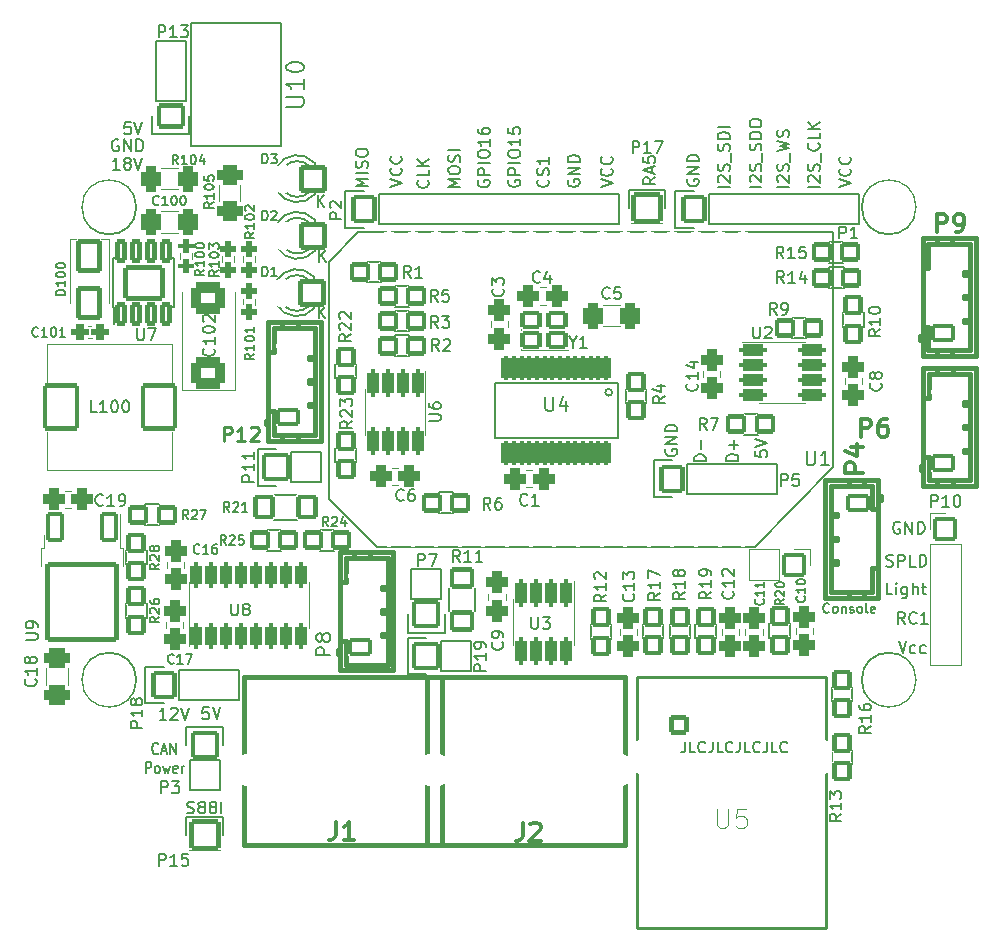
<source format=gto>
G04 #@! TF.GenerationSoftware,KiCad,Pcbnew,6.0.9-8da3e8f707~116~ubuntu22.04.1*
G04 #@! TF.CreationDate,2022-11-07T13:02:19+01:00*
G04 #@! TF.ProjectId,SRSE2,53525345-322e-46b6-9963-61645f706362,1.1*
G04 #@! TF.SameCoordinates,Original*
G04 #@! TF.FileFunction,Legend,Top*
G04 #@! TF.FilePolarity,Positive*
%FSLAX46Y46*%
G04 Gerber Fmt 4.6, Leading zero omitted, Abs format (unit mm)*
G04 Created by KiCad (PCBNEW 6.0.9-8da3e8f707~116~ubuntu22.04.1) date 2022-11-07 13:02:19*
%MOMM*%
%LPD*%
G01*
G04 APERTURE LIST*
G04 Aperture macros list*
%AMRoundRect*
0 Rectangle with rounded corners*
0 $1 Rounding radius*
0 $2 $3 $4 $5 $6 $7 $8 $9 X,Y pos of 4 corners*
0 Add a 4 corners polygon primitive as box body*
4,1,4,$2,$3,$4,$5,$6,$7,$8,$9,$2,$3,0*
0 Add four circle primitives for the rounded corners*
1,1,$1+$1,$2,$3*
1,1,$1+$1,$4,$5*
1,1,$1+$1,$6,$7*
1,1,$1+$1,$8,$9*
0 Add four rect primitives between the rounded corners*
20,1,$1+$1,$2,$3,$4,$5,0*
20,1,$1+$1,$4,$5,$6,$7,0*
20,1,$1+$1,$6,$7,$8,$9,0*
20,1,$1+$1,$8,$9,$2,$3,0*%
G04 Aperture macros list end*
%ADD10C,0.200000*%
%ADD11C,0.127000*%
%ADD12C,0.150000*%
%ADD13C,0.304800*%
%ADD14C,0.050000*%
%ADD15C,0.250000*%
%ADD16C,0.120000*%
%ADD17C,0.381000*%
%ADD18C,0.254000*%
%ADD19C,0.149860*%
%ADD20O,1.200000X2.000000*%
%ADD21C,4.064000*%
%ADD22R,2.000000X2.000000*%
%ADD23C,2.000000*%
%ADD24R,1.727200X2.032000*%
%ADD25O,1.727200X2.032000*%
%ADD26R,2.032000X2.032000*%
%ADD27O,2.032000X2.032000*%
%ADD28R,1.270000X1.270000*%
%ADD29C,1.270000*%
%ADD30C,1.500000*%
%ADD31O,1.800000X2.743200*%
%ADD32R,2.032000X1.727200*%
%ADD33O,2.032000X1.727200*%
%ADD34O,1.800000X1.800000*%
%ADD35R,1.699260X1.198880*%
%ADD36O,1.699260X1.198880*%
%ADD37R,2.235200X2.235200*%
%ADD38O,1.600000X2.400000*%
%ADD39C,4.464000*%
%ADD40RoundRect,0.508850X-0.441150X-0.416150X0.441150X-0.416150X0.441150X0.416150X-0.441150X0.416150X0*%
%ADD41RoundRect,0.508850X0.441150X0.416150X-0.441150X0.416150X-0.441150X-0.416150X0.441150X-0.416150X0*%
%ADD42RoundRect,0.508850X-0.416150X0.441150X-0.416150X-0.441150X0.416150X-0.441150X0.416150X0.441150X0*%
%ADD43RoundRect,0.508850X0.416150X-0.441150X0.416150X0.441150X-0.416150X0.441150X-0.416150X-0.441150X0*%
%ADD44RoundRect,0.200000X-1.000000X1.000000X-1.000000X-1.000000X1.000000X-1.000000X1.000000X1.000000X0*%
%ADD45C,2.400000*%
%ADD46C,1.800000*%
%ADD47C,2.900000*%
%ADD48RoundRect,0.200000X0.863600X-1.016000X0.863600X1.016000X-0.863600X1.016000X-0.863600X-1.016000X0*%
%ADD49O,2.127200X2.432000*%
%ADD50RoundRect,0.200000X1.016000X1.016000X-1.016000X1.016000X-1.016000X-1.016000X1.016000X-1.016000X0*%
%ADD51O,2.432000X2.432000*%
%ADD52RoundRect,0.200000X1.016000X-1.016000X1.016000X1.016000X-1.016000X1.016000X-1.016000X-1.016000X0*%
%ADD53RoundRect,0.200000X-0.675000X-0.650000X0.675000X-0.650000X0.675000X0.650000X-0.675000X0.650000X0*%
%ADD54RoundRect,0.200000X0.650000X-0.675000X0.650000X0.675000X-0.650000X0.675000X-0.650000X-0.675000X0*%
%ADD55RoundRect,0.200000X-0.650000X0.675000X-0.650000X-0.675000X0.650000X-0.675000X0.650000X0.675000X0*%
%ADD56RoundRect,0.350000X-0.825000X-0.150000X0.825000X-0.150000X0.825000X0.150000X-0.825000X0.150000X0*%
%ADD57C,3.650000*%
%ADD58RoundRect,0.200000X-0.635000X-0.635000X0.635000X-0.635000X0.635000X0.635000X-0.635000X0.635000X0*%
%ADD59C,1.670000*%
%ADD60C,1.900000*%
%ADD61O,2.200000X3.143200*%
%ADD62RoundRect,0.200000X0.675000X0.650000X-0.675000X0.650000X-0.675000X-0.650000X0.675000X-0.650000X0*%
%ADD63RoundRect,0.200000X1.016000X0.863600X-1.016000X0.863600X-1.016000X-0.863600X1.016000X-0.863600X0*%
%ADD64O,2.432000X2.127200*%
%ADD65RoundRect,0.350000X-0.150000X0.825000X-0.150000X-0.825000X0.150000X-0.825000X0.150000X0.825000X0*%
%ADD66O,2.200000X2.200000*%
%ADD67RoundRect,0.200000X0.849630X-0.599440X0.849630X0.599440X-0.849630X0.599440X-0.849630X-0.599440X0*%
%ADD68O,2.099260X1.598880*%
%ADD69RoundRect,0.200000X-0.849630X0.599440X-0.849630X-0.599440X0.849630X-0.599440X0.849630X0.599440X0*%
%ADD70RoundRect,0.200000X-1.016000X-1.016000X1.016000X-1.016000X1.016000X1.016000X-1.016000X1.016000X0*%
%ADD71RoundRect,0.200000X0.850000X-0.750000X0.850000X0.750000X-0.850000X0.750000X-0.850000X-0.750000X0*%
%ADD72RoundRect,0.200000X-1.117600X-1.117600X1.117600X-1.117600X1.117600X1.117600X-1.117600X1.117600X0*%
%ADD73RoundRect,0.200000X-0.750000X-0.850000X0.750000X-0.850000X0.750000X0.850000X-0.750000X0.850000X0*%
%ADD74RoundRect,0.200000X0.203200X0.825500X-0.203200X0.825500X-0.203200X-0.825500X0.203200X-0.825500X0*%
%ADD75RoundRect,0.200000X-0.700000X-0.600000X0.700000X-0.600000X0.700000X0.600000X-0.700000X0.600000X0*%
%ADD76RoundRect,0.200000X-0.850000X-0.850000X0.850000X-0.850000X0.850000X0.850000X-0.850000X0.850000X0*%
%ADD77O,2.100000X2.100000*%
%ADD78RoundRect,0.200000X-0.850000X0.850000X-0.850000X-0.850000X0.850000X-0.850000X0.850000X0.850000X0*%
%ADD79RoundRect,0.350000X0.150000X-0.725000X0.150000X0.725000X-0.150000X0.725000X-0.150000X-0.725000X0*%
%ADD80RoundRect,0.200000X-0.600000X1.100000X-0.600000X-1.100000X0.600000X-1.100000X0.600000X1.100000X0*%
%ADD81RoundRect,0.200000X-2.900000X3.200000X-2.900000X-3.200000X2.900000X-3.200000X2.900000X3.200000X0*%
%ADD82RoundRect,0.437500X-0.237500X0.250000X-0.237500X-0.250000X0.237500X-0.250000X0.237500X0.250000X0*%
%ADD83RoundRect,0.437500X0.237500X-0.250000X0.237500X0.250000X-0.237500X0.250000X-0.237500X-0.250000X0*%
%ADD84RoundRect,0.450000X-0.650000X0.412500X-0.650000X-0.412500X0.650000X-0.412500X0.650000X0.412500X0*%
%ADD85RoundRect,0.450000X1.025000X-0.875000X1.025000X0.875000X-1.025000X0.875000X-1.025000X-0.875000X0*%
%ADD86RoundRect,0.200000X-1.350000X-1.800000X1.350000X-1.800000X1.350000X1.800000X-1.350000X1.800000X0*%
%ADD87RoundRect,0.450000X0.400000X0.625000X-0.400000X0.625000X-0.400000X-0.625000X0.400000X-0.625000X0*%
%ADD88RoundRect,0.450000X-0.412500X-0.650000X0.412500X-0.650000X0.412500X0.650000X-0.412500X0.650000X0*%
%ADD89RoundRect,0.200000X-0.900000X1.250000X-0.900000X-1.250000X0.900000X-1.250000X0.900000X1.250000X0*%
%ADD90RoundRect,0.437500X0.300000X0.237500X-0.300000X0.237500X-0.300000X-0.237500X0.300000X-0.237500X0*%
%ADD91RoundRect,0.450000X0.412500X0.650000X-0.412500X0.650000X-0.412500X-0.650000X0.412500X-0.650000X0*%
%ADD92RoundRect,0.450000X0.625000X-0.400000X0.625000X0.400000X-0.625000X0.400000X-0.625000X-0.400000X0*%
%ADD93RoundRect,0.400000X-0.275000X0.200000X-0.275000X-0.200000X0.275000X-0.200000X0.275000X0.200000X0*%
%ADD94RoundRect,0.200000X0.300000X-0.775000X0.300000X0.775000X-0.300000X0.775000X-0.300000X-0.775000X0*%
%ADD95RoundRect,0.200000X1.550000X-1.300000X1.550000X1.300000X-1.550000X1.300000X-1.550000X-1.300000X0*%
G04 APERTURE END LIST*
D10*
X114601809Y-141273161D02*
X114744666Y-141320780D01*
X114982761Y-141320780D01*
X115078000Y-141273161D01*
X115125619Y-141225542D01*
X115173238Y-141130304D01*
X115173238Y-141035066D01*
X115125619Y-140939828D01*
X115078000Y-140892209D01*
X114982761Y-140844590D01*
X114792285Y-140796971D01*
X114697047Y-140749352D01*
X114649428Y-140701733D01*
X114601809Y-140606495D01*
X114601809Y-140511257D01*
X114649428Y-140416019D01*
X114697047Y-140368400D01*
X114792285Y-140320780D01*
X115030380Y-140320780D01*
X115173238Y-140368400D01*
X115744666Y-140749352D02*
X115649428Y-140701733D01*
X115601809Y-140654114D01*
X115554190Y-140558876D01*
X115554190Y-140511257D01*
X115601809Y-140416019D01*
X115649428Y-140368400D01*
X115744666Y-140320780D01*
X115935142Y-140320780D01*
X116030380Y-140368400D01*
X116078000Y-140416019D01*
X116125619Y-140511257D01*
X116125619Y-140558876D01*
X116078000Y-140654114D01*
X116030380Y-140701733D01*
X115935142Y-140749352D01*
X115744666Y-140749352D01*
X115649428Y-140796971D01*
X115601809Y-140844590D01*
X115554190Y-140939828D01*
X115554190Y-141130304D01*
X115601809Y-141225542D01*
X115649428Y-141273161D01*
X115744666Y-141320780D01*
X115935142Y-141320780D01*
X116030380Y-141273161D01*
X116078000Y-141225542D01*
X116125619Y-141130304D01*
X116125619Y-140939828D01*
X116078000Y-140844590D01*
X116030380Y-140796971D01*
X115935142Y-140749352D01*
X116697047Y-140749352D02*
X116601809Y-140701733D01*
X116554190Y-140654114D01*
X116506571Y-140558876D01*
X116506571Y-140511257D01*
X116554190Y-140416019D01*
X116601809Y-140368400D01*
X116697047Y-140320780D01*
X116887523Y-140320780D01*
X116982761Y-140368400D01*
X117030380Y-140416019D01*
X117078000Y-140511257D01*
X117078000Y-140558876D01*
X117030380Y-140654114D01*
X116982761Y-140701733D01*
X116887523Y-140749352D01*
X116697047Y-140749352D01*
X116601809Y-140796971D01*
X116554190Y-140844590D01*
X116506571Y-140939828D01*
X116506571Y-141130304D01*
X116554190Y-141225542D01*
X116601809Y-141273161D01*
X116697047Y-141320780D01*
X116887523Y-141320780D01*
X116982761Y-141273161D01*
X117030380Y-141225542D01*
X117078000Y-141130304D01*
X117078000Y-140939828D01*
X117030380Y-140844590D01*
X116982761Y-140796971D01*
X116887523Y-140749352D01*
X117506571Y-141320780D02*
X117506571Y-140320780D01*
X112160114Y-136229542D02*
X112122019Y-136277161D01*
X112007733Y-136324780D01*
X111931542Y-136324780D01*
X111817257Y-136277161D01*
X111741066Y-136181923D01*
X111702971Y-136086685D01*
X111664876Y-135896209D01*
X111664876Y-135753352D01*
X111702971Y-135562876D01*
X111741066Y-135467638D01*
X111817257Y-135372400D01*
X111931542Y-135324780D01*
X112007733Y-135324780D01*
X112122019Y-135372400D01*
X112160114Y-135420019D01*
X112464876Y-136039066D02*
X112845828Y-136039066D01*
X112388685Y-136324780D02*
X112655352Y-135324780D01*
X112922019Y-136324780D01*
X113188685Y-136324780D02*
X113188685Y-135324780D01*
X113645828Y-136324780D01*
X113645828Y-135324780D01*
X111093447Y-137934780D02*
X111093447Y-136934780D01*
X111398209Y-136934780D01*
X111474400Y-136982400D01*
X111512495Y-137030019D01*
X111550590Y-137125257D01*
X111550590Y-137268114D01*
X111512495Y-137363352D01*
X111474400Y-137410971D01*
X111398209Y-137458590D01*
X111093447Y-137458590D01*
X112007733Y-137934780D02*
X111931542Y-137887161D01*
X111893447Y-137839542D01*
X111855352Y-137744304D01*
X111855352Y-137458590D01*
X111893447Y-137363352D01*
X111931542Y-137315733D01*
X112007733Y-137268114D01*
X112122019Y-137268114D01*
X112198209Y-137315733D01*
X112236304Y-137363352D01*
X112274400Y-137458590D01*
X112274400Y-137744304D01*
X112236304Y-137839542D01*
X112198209Y-137887161D01*
X112122019Y-137934780D01*
X112007733Y-137934780D01*
X112541066Y-137268114D02*
X112693447Y-137934780D01*
X112845828Y-137458590D01*
X112998209Y-137934780D01*
X113150590Y-137268114D01*
X113760114Y-137887161D02*
X113683923Y-137934780D01*
X113531542Y-137934780D01*
X113455352Y-137887161D01*
X113417257Y-137791923D01*
X113417257Y-137410971D01*
X113455352Y-137315733D01*
X113531542Y-137268114D01*
X113683923Y-137268114D01*
X113760114Y-137315733D01*
X113798209Y-137410971D01*
X113798209Y-137506209D01*
X113417257Y-137601447D01*
X114141066Y-137934780D02*
X114141066Y-137268114D01*
X114141066Y-137458590D02*
X114179161Y-137363352D01*
X114217257Y-137315733D01*
X114293447Y-137268114D01*
X114369638Y-137268114D01*
X174834523Y-126752380D02*
X175167857Y-127752380D01*
X175501190Y-126752380D01*
X176263095Y-127704761D02*
X176167857Y-127752380D01*
X175977380Y-127752380D01*
X175882142Y-127704761D01*
X175834523Y-127657142D01*
X175786904Y-127561904D01*
X175786904Y-127276190D01*
X175834523Y-127180952D01*
X175882142Y-127133333D01*
X175977380Y-127085714D01*
X176167857Y-127085714D01*
X176263095Y-127133333D01*
X177120238Y-127704761D02*
X177025000Y-127752380D01*
X176834523Y-127752380D01*
X176739285Y-127704761D01*
X176691666Y-127657142D01*
X176644047Y-127561904D01*
X176644047Y-127276190D01*
X176691666Y-127180952D01*
X176739285Y-127133333D01*
X176834523Y-127085714D01*
X177025000Y-127085714D01*
X177120238Y-127133333D01*
X146870800Y-87680704D02*
X146823180Y-87775942D01*
X146823180Y-87918800D01*
X146870800Y-88061657D01*
X146966038Y-88156895D01*
X147061276Y-88204514D01*
X147251752Y-88252133D01*
X147394609Y-88252133D01*
X147585085Y-88204514D01*
X147680323Y-88156895D01*
X147775561Y-88061657D01*
X147823180Y-87918800D01*
X147823180Y-87823561D01*
X147775561Y-87680704D01*
X147727942Y-87633085D01*
X147394609Y-87633085D01*
X147394609Y-87823561D01*
X147823180Y-87204514D02*
X146823180Y-87204514D01*
X147823180Y-86633085D01*
X146823180Y-86633085D01*
X147823180Y-86156895D02*
X146823180Y-86156895D01*
X146823180Y-85918800D01*
X146870800Y-85775942D01*
X146966038Y-85680704D01*
X147061276Y-85633085D01*
X147251752Y-85585466D01*
X147394609Y-85585466D01*
X147585085Y-85633085D01*
X147680323Y-85680704D01*
X147775561Y-85775942D01*
X147823180Y-85918800D01*
X147823180Y-86156895D01*
X154223980Y-87463238D02*
X153747790Y-87796571D01*
X154223980Y-88034666D02*
X153223980Y-88034666D01*
X153223980Y-87653714D01*
X153271600Y-87558476D01*
X153319219Y-87510857D01*
X153414457Y-87463238D01*
X153557314Y-87463238D01*
X153652552Y-87510857D01*
X153700171Y-87558476D01*
X153747790Y-87653714D01*
X153747790Y-88034666D01*
X153938266Y-87082285D02*
X153938266Y-86606095D01*
X154223980Y-87177523D02*
X153223980Y-86844190D01*
X154223980Y-86510857D01*
X153223980Y-85701333D02*
X153223980Y-86177523D01*
X153700171Y-86225142D01*
X153652552Y-86177523D01*
X153604933Y-86082285D01*
X153604933Y-85844190D01*
X153652552Y-85748952D01*
X153700171Y-85701333D01*
X153795409Y-85653714D01*
X154033504Y-85653714D01*
X154128742Y-85701333D01*
X154176361Y-85748952D01*
X154223980Y-85844190D01*
X154223980Y-86082285D01*
X154176361Y-86177523D01*
X154128742Y-86225142D01*
X161259780Y-111472552D02*
X160259780Y-111472552D01*
X160259780Y-111234457D01*
X160307400Y-111091600D01*
X160402638Y-110996361D01*
X160497876Y-110948742D01*
X160688352Y-110901123D01*
X160831209Y-110901123D01*
X161021685Y-110948742D01*
X161116923Y-110996361D01*
X161212161Y-111091600D01*
X161259780Y-111234457D01*
X161259780Y-111472552D01*
X160878828Y-110472552D02*
X160878828Y-109710647D01*
X161259780Y-110091600D02*
X160497876Y-110091600D01*
X137713980Y-88287028D02*
X136713980Y-88287028D01*
X137428266Y-87953695D01*
X136713980Y-87620361D01*
X137713980Y-87620361D01*
X136713980Y-86953695D02*
X136713980Y-86763219D01*
X136761600Y-86667980D01*
X136856838Y-86572742D01*
X137047314Y-86525123D01*
X137380647Y-86525123D01*
X137571123Y-86572742D01*
X137666361Y-86667980D01*
X137713980Y-86763219D01*
X137713980Y-86953695D01*
X137666361Y-87048933D01*
X137571123Y-87144171D01*
X137380647Y-87191790D01*
X137047314Y-87191790D01*
X136856838Y-87144171D01*
X136761600Y-87048933D01*
X136713980Y-86953695D01*
X137666361Y-86144171D02*
X137713980Y-86001314D01*
X137713980Y-85763219D01*
X137666361Y-85667980D01*
X137618742Y-85620361D01*
X137523504Y-85572742D01*
X137428266Y-85572742D01*
X137333028Y-85620361D01*
X137285409Y-85667980D01*
X137237790Y-85763219D01*
X137190171Y-85953695D01*
X137142552Y-86048933D01*
X137094933Y-86096552D01*
X136999695Y-86144171D01*
X136904457Y-86144171D01*
X136809219Y-86096552D01*
X136761600Y-86048933D01*
X136713980Y-85953695D01*
X136713980Y-85715600D01*
X136761600Y-85572742D01*
X137713980Y-85144171D02*
X136713980Y-85144171D01*
X174305952Y-122777380D02*
X173829761Y-122777380D01*
X173829761Y-121777380D01*
X174639285Y-122777380D02*
X174639285Y-122110714D01*
X174639285Y-121777380D02*
X174591666Y-121825000D01*
X174639285Y-121872619D01*
X174686904Y-121825000D01*
X174639285Y-121777380D01*
X174639285Y-121872619D01*
X175544047Y-122110714D02*
X175544047Y-122920238D01*
X175496428Y-123015476D01*
X175448809Y-123063095D01*
X175353571Y-123110714D01*
X175210714Y-123110714D01*
X175115476Y-123063095D01*
X175544047Y-122729761D02*
X175448809Y-122777380D01*
X175258333Y-122777380D01*
X175163095Y-122729761D01*
X175115476Y-122682142D01*
X175067857Y-122586904D01*
X175067857Y-122301190D01*
X175115476Y-122205952D01*
X175163095Y-122158333D01*
X175258333Y-122110714D01*
X175448809Y-122110714D01*
X175544047Y-122158333D01*
X176020238Y-122777380D02*
X176020238Y-121777380D01*
X176448809Y-122777380D02*
X176448809Y-122253571D01*
X176401190Y-122158333D01*
X176305952Y-122110714D01*
X176163095Y-122110714D01*
X176067857Y-122158333D01*
X176020238Y-122205952D01*
X176782142Y-122110714D02*
X177163095Y-122110714D01*
X176925000Y-121777380D02*
X176925000Y-122634523D01*
X176972619Y-122729761D01*
X177067857Y-122777380D01*
X177163095Y-122777380D01*
X165552380Y-88283752D02*
X164552380Y-88283752D01*
X164647619Y-87855180D02*
X164600000Y-87807561D01*
X164552380Y-87712323D01*
X164552380Y-87474228D01*
X164600000Y-87378990D01*
X164647619Y-87331371D01*
X164742857Y-87283752D01*
X164838095Y-87283752D01*
X164980952Y-87331371D01*
X165552380Y-87902800D01*
X165552380Y-87283752D01*
X165504761Y-86902800D02*
X165552380Y-86759942D01*
X165552380Y-86521847D01*
X165504761Y-86426609D01*
X165457142Y-86378990D01*
X165361904Y-86331371D01*
X165266666Y-86331371D01*
X165171428Y-86378990D01*
X165123809Y-86426609D01*
X165076190Y-86521847D01*
X165028571Y-86712323D01*
X164980952Y-86807561D01*
X164933333Y-86855180D01*
X164838095Y-86902800D01*
X164742857Y-86902800D01*
X164647619Y-86855180D01*
X164600000Y-86807561D01*
X164552380Y-86712323D01*
X164552380Y-86474228D01*
X164600000Y-86331371D01*
X165647619Y-86140895D02*
X165647619Y-85378990D01*
X164552380Y-85236133D02*
X165552380Y-84998038D01*
X164838095Y-84807561D01*
X165552380Y-84617085D01*
X164552380Y-84378990D01*
X165504761Y-84045657D02*
X165552380Y-83902800D01*
X165552380Y-83664704D01*
X165504761Y-83569466D01*
X165457142Y-83521847D01*
X165361904Y-83474228D01*
X165266666Y-83474228D01*
X165171428Y-83521847D01*
X165123809Y-83569466D01*
X165076190Y-83664704D01*
X165028571Y-83855180D01*
X164980952Y-83950419D01*
X164933333Y-83998038D01*
X164838095Y-84045657D01*
X164742857Y-84045657D01*
X164647619Y-83998038D01*
X164600000Y-83950419D01*
X164552380Y-83855180D01*
X164552380Y-83617085D01*
X164600000Y-83474228D01*
X141841600Y-87702780D02*
X141793980Y-87798019D01*
X141793980Y-87940876D01*
X141841600Y-88083733D01*
X141936838Y-88178971D01*
X142032076Y-88226590D01*
X142222552Y-88274209D01*
X142365409Y-88274209D01*
X142555885Y-88226590D01*
X142651123Y-88178971D01*
X142746361Y-88083733D01*
X142793980Y-87940876D01*
X142793980Y-87845638D01*
X142746361Y-87702780D01*
X142698742Y-87655161D01*
X142365409Y-87655161D01*
X142365409Y-87845638D01*
X142793980Y-87226590D02*
X141793980Y-87226590D01*
X141793980Y-86845638D01*
X141841600Y-86750400D01*
X141889219Y-86702780D01*
X141984457Y-86655161D01*
X142127314Y-86655161D01*
X142222552Y-86702780D01*
X142270171Y-86750400D01*
X142317790Y-86845638D01*
X142317790Y-87226590D01*
X142793980Y-86226590D02*
X141793980Y-86226590D01*
X141793980Y-85559923D02*
X141793980Y-85369447D01*
X141841600Y-85274209D01*
X141936838Y-85178971D01*
X142127314Y-85131352D01*
X142460647Y-85131352D01*
X142651123Y-85178971D01*
X142746361Y-85274209D01*
X142793980Y-85369447D01*
X142793980Y-85559923D01*
X142746361Y-85655161D01*
X142651123Y-85750400D01*
X142460647Y-85798019D01*
X142127314Y-85798019D01*
X141936838Y-85750400D01*
X141841600Y-85655161D01*
X141793980Y-85559923D01*
X142793980Y-84178971D02*
X142793980Y-84750400D01*
X142793980Y-84464685D02*
X141793980Y-84464685D01*
X141936838Y-84559923D01*
X142032076Y-84655161D01*
X142079695Y-84750400D01*
X141793980Y-83274209D02*
X141793980Y-83750400D01*
X142270171Y-83798019D01*
X142222552Y-83750400D01*
X142174933Y-83655161D01*
X142174933Y-83417066D01*
X142222552Y-83321828D01*
X142270171Y-83274209D01*
X142365409Y-83226590D01*
X142603504Y-83226590D01*
X142698742Y-83274209D01*
X142746361Y-83321828D01*
X142793980Y-83417066D01*
X142793980Y-83655161D01*
X142746361Y-83750400D01*
X142698742Y-83798019D01*
X175355333Y-125267980D02*
X175022000Y-124791790D01*
X174783904Y-125267980D02*
X174783904Y-124267980D01*
X175164857Y-124267980D01*
X175260095Y-124315600D01*
X175307714Y-124363219D01*
X175355333Y-124458457D01*
X175355333Y-124601314D01*
X175307714Y-124696552D01*
X175260095Y-124744171D01*
X175164857Y-124791790D01*
X174783904Y-124791790D01*
X176355333Y-125172742D02*
X176307714Y-125220361D01*
X176164857Y-125267980D01*
X176069619Y-125267980D01*
X175926761Y-125220361D01*
X175831523Y-125125123D01*
X175783904Y-125029885D01*
X175736285Y-124839409D01*
X175736285Y-124696552D01*
X175783904Y-124506076D01*
X175831523Y-124410838D01*
X175926761Y-124315600D01*
X176069619Y-124267980D01*
X176164857Y-124267980D01*
X176307714Y-124315600D01*
X176355333Y-124363219D01*
X177307714Y-125267980D02*
X176736285Y-125267980D01*
X177022000Y-125267980D02*
X177022000Y-124267980D01*
X176926761Y-124410838D01*
X176831523Y-124506076D01*
X176736285Y-124553695D01*
X155138500Y-110489904D02*
X155090880Y-110585142D01*
X155090880Y-110728000D01*
X155138500Y-110870857D01*
X155233738Y-110966095D01*
X155328976Y-111013714D01*
X155519452Y-111061333D01*
X155662309Y-111061333D01*
X155852785Y-111013714D01*
X155948023Y-110966095D01*
X156043261Y-110870857D01*
X156090880Y-110728000D01*
X156090880Y-110632761D01*
X156043261Y-110489904D01*
X155995642Y-110442285D01*
X155662309Y-110442285D01*
X155662309Y-110632761D01*
X156090880Y-110013714D02*
X155090880Y-110013714D01*
X156090880Y-109442285D01*
X155090880Y-109442285D01*
X156090880Y-108966095D02*
X155090880Y-108966095D01*
X155090880Y-108728000D01*
X155138500Y-108585142D01*
X155233738Y-108489904D01*
X155328976Y-108442285D01*
X155519452Y-108394666D01*
X155662309Y-108394666D01*
X155852785Y-108442285D01*
X155948023Y-108489904D01*
X156043261Y-108585142D01*
X156090880Y-108728000D01*
X156090880Y-108966095D01*
X109809523Y-82802380D02*
X109333333Y-82802380D01*
X109285714Y-83278571D01*
X109333333Y-83230952D01*
X109428571Y-83183333D01*
X109666666Y-83183333D01*
X109761904Y-83230952D01*
X109809523Y-83278571D01*
X109857142Y-83373809D01*
X109857142Y-83611904D01*
X109809523Y-83707142D01*
X109761904Y-83754761D01*
X109666666Y-83802380D01*
X109428571Y-83802380D01*
X109333333Y-83754761D01*
X109285714Y-83707142D01*
X110142857Y-82802380D02*
X110476190Y-83802380D01*
X110809523Y-82802380D01*
D11*
X168948314Y-124263114D02*
X168910219Y-124301209D01*
X168795933Y-124339304D01*
X168719742Y-124339304D01*
X168605457Y-124301209D01*
X168529266Y-124225019D01*
X168491171Y-124148828D01*
X168453076Y-123996447D01*
X168453076Y-123882161D01*
X168491171Y-123729780D01*
X168529266Y-123653590D01*
X168605457Y-123577400D01*
X168719742Y-123539304D01*
X168795933Y-123539304D01*
X168910219Y-123577400D01*
X168948314Y-123615495D01*
X169405457Y-124339304D02*
X169329266Y-124301209D01*
X169291171Y-124263114D01*
X169253076Y-124186923D01*
X169253076Y-123958352D01*
X169291171Y-123882161D01*
X169329266Y-123844066D01*
X169405457Y-123805971D01*
X169519742Y-123805971D01*
X169595933Y-123844066D01*
X169634028Y-123882161D01*
X169672123Y-123958352D01*
X169672123Y-124186923D01*
X169634028Y-124263114D01*
X169595933Y-124301209D01*
X169519742Y-124339304D01*
X169405457Y-124339304D01*
X170014980Y-123805971D02*
X170014980Y-124339304D01*
X170014980Y-123882161D02*
X170053076Y-123844066D01*
X170129266Y-123805971D01*
X170243552Y-123805971D01*
X170319742Y-123844066D01*
X170357838Y-123920257D01*
X170357838Y-124339304D01*
X170700695Y-124301209D02*
X170776885Y-124339304D01*
X170929266Y-124339304D01*
X171005457Y-124301209D01*
X171043552Y-124225019D01*
X171043552Y-124186923D01*
X171005457Y-124110733D01*
X170929266Y-124072638D01*
X170814980Y-124072638D01*
X170738790Y-124034542D01*
X170700695Y-123958352D01*
X170700695Y-123920257D01*
X170738790Y-123844066D01*
X170814980Y-123805971D01*
X170929266Y-123805971D01*
X171005457Y-123844066D01*
X171500695Y-124339304D02*
X171424504Y-124301209D01*
X171386409Y-124263114D01*
X171348314Y-124186923D01*
X171348314Y-123958352D01*
X171386409Y-123882161D01*
X171424504Y-123844066D01*
X171500695Y-123805971D01*
X171614980Y-123805971D01*
X171691171Y-123844066D01*
X171729266Y-123882161D01*
X171767361Y-123958352D01*
X171767361Y-124186923D01*
X171729266Y-124263114D01*
X171691171Y-124301209D01*
X171614980Y-124339304D01*
X171500695Y-124339304D01*
X172224504Y-124339304D02*
X172148314Y-124301209D01*
X172110219Y-124225019D01*
X172110219Y-123539304D01*
X172834028Y-124301209D02*
X172757838Y-124339304D01*
X172605457Y-124339304D01*
X172529266Y-124301209D01*
X172491171Y-124225019D01*
X172491171Y-123920257D01*
X172529266Y-123844066D01*
X172605457Y-123805971D01*
X172757838Y-123805971D01*
X172834028Y-123844066D01*
X172872123Y-123920257D01*
X172872123Y-123996447D01*
X172491171Y-124072638D01*
D10*
X174938095Y-116675000D02*
X174842857Y-116627380D01*
X174700000Y-116627380D01*
X174557142Y-116675000D01*
X174461904Y-116770238D01*
X174414285Y-116865476D01*
X174366666Y-117055952D01*
X174366666Y-117198809D01*
X174414285Y-117389285D01*
X174461904Y-117484523D01*
X174557142Y-117579761D01*
X174700000Y-117627380D01*
X174795238Y-117627380D01*
X174938095Y-117579761D01*
X174985714Y-117532142D01*
X174985714Y-117198809D01*
X174795238Y-117198809D01*
X175414285Y-117627380D02*
X175414285Y-116627380D01*
X175985714Y-117627380D01*
X175985714Y-116627380D01*
X176461904Y-117627380D02*
X176461904Y-116627380D01*
X176700000Y-116627380D01*
X176842857Y-116675000D01*
X176938095Y-116770238D01*
X176985714Y-116865476D01*
X177033333Y-117055952D01*
X177033333Y-117198809D01*
X176985714Y-117389285D01*
X176938095Y-117484523D01*
X176842857Y-117579761D01*
X176700000Y-117627380D01*
X176461904Y-117627380D01*
X108788095Y-84300000D02*
X108692857Y-84252380D01*
X108550000Y-84252380D01*
X108407142Y-84300000D01*
X108311904Y-84395238D01*
X108264285Y-84490476D01*
X108216666Y-84680952D01*
X108216666Y-84823809D01*
X108264285Y-85014285D01*
X108311904Y-85109523D01*
X108407142Y-85204761D01*
X108550000Y-85252380D01*
X108645238Y-85252380D01*
X108788095Y-85204761D01*
X108835714Y-85157142D01*
X108835714Y-84823809D01*
X108645238Y-84823809D01*
X109264285Y-85252380D02*
X109264285Y-84252380D01*
X109835714Y-85252380D01*
X109835714Y-84252380D01*
X110311904Y-85252380D02*
X110311904Y-84252380D01*
X110550000Y-84252380D01*
X110692857Y-84300000D01*
X110788095Y-84395238D01*
X110835714Y-84490476D01*
X110883333Y-84680952D01*
X110883333Y-84823809D01*
X110835714Y-85014285D01*
X110788095Y-85109523D01*
X110692857Y-85204761D01*
X110550000Y-85252380D01*
X110311904Y-85252380D01*
X156777257Y-135244742D02*
X156777257Y-135887600D01*
X156734400Y-136016171D01*
X156648685Y-136101885D01*
X156520114Y-136144742D01*
X156434400Y-136144742D01*
X157634400Y-136144742D02*
X157205828Y-136144742D01*
X157205828Y-135244742D01*
X158448685Y-136059028D02*
X158405828Y-136101885D01*
X158277257Y-136144742D01*
X158191542Y-136144742D01*
X158062971Y-136101885D01*
X157977257Y-136016171D01*
X157934400Y-135930457D01*
X157891542Y-135759028D01*
X157891542Y-135630457D01*
X157934400Y-135459028D01*
X157977257Y-135373314D01*
X158062971Y-135287600D01*
X158191542Y-135244742D01*
X158277257Y-135244742D01*
X158405828Y-135287600D01*
X158448685Y-135330457D01*
X159091542Y-135244742D02*
X159091542Y-135887600D01*
X159048685Y-136016171D01*
X158962971Y-136101885D01*
X158834400Y-136144742D01*
X158748685Y-136144742D01*
X159948685Y-136144742D02*
X159520114Y-136144742D01*
X159520114Y-135244742D01*
X160762971Y-136059028D02*
X160720114Y-136101885D01*
X160591542Y-136144742D01*
X160505828Y-136144742D01*
X160377257Y-136101885D01*
X160291542Y-136016171D01*
X160248685Y-135930457D01*
X160205828Y-135759028D01*
X160205828Y-135630457D01*
X160248685Y-135459028D01*
X160291542Y-135373314D01*
X160377257Y-135287600D01*
X160505828Y-135244742D01*
X160591542Y-135244742D01*
X160720114Y-135287600D01*
X160762971Y-135330457D01*
X161405828Y-135244742D02*
X161405828Y-135887600D01*
X161362971Y-136016171D01*
X161277257Y-136101885D01*
X161148685Y-136144742D01*
X161062971Y-136144742D01*
X162262971Y-136144742D02*
X161834400Y-136144742D01*
X161834400Y-135244742D01*
X163077257Y-136059028D02*
X163034400Y-136101885D01*
X162905828Y-136144742D01*
X162820114Y-136144742D01*
X162691542Y-136101885D01*
X162605828Y-136016171D01*
X162562971Y-135930457D01*
X162520114Y-135759028D01*
X162520114Y-135630457D01*
X162562971Y-135459028D01*
X162605828Y-135373314D01*
X162691542Y-135287600D01*
X162820114Y-135244742D01*
X162905828Y-135244742D01*
X163034400Y-135287600D01*
X163077257Y-135330457D01*
X163720114Y-135244742D02*
X163720114Y-135887600D01*
X163677257Y-136016171D01*
X163591542Y-136101885D01*
X163462971Y-136144742D01*
X163377257Y-136144742D01*
X164577257Y-136144742D02*
X164148685Y-136144742D01*
X164148685Y-135244742D01*
X165391542Y-136059028D02*
X165348685Y-136101885D01*
X165220114Y-136144742D01*
X165134400Y-136144742D01*
X165005828Y-136101885D01*
X164920114Y-136016171D01*
X164877257Y-135930457D01*
X164834400Y-135759028D01*
X164834400Y-135630457D01*
X164877257Y-135459028D01*
X164920114Y-135373314D01*
X165005828Y-135287600D01*
X165134400Y-135244742D01*
X165220114Y-135244742D01*
X165348685Y-135287600D01*
X165391542Y-135330457D01*
X134977142Y-87717238D02*
X135024761Y-87764857D01*
X135072380Y-87907714D01*
X135072380Y-88002952D01*
X135024761Y-88145809D01*
X134929523Y-88241047D01*
X134834285Y-88288666D01*
X134643809Y-88336285D01*
X134500952Y-88336285D01*
X134310476Y-88288666D01*
X134215238Y-88241047D01*
X134120000Y-88145809D01*
X134072380Y-88002952D01*
X134072380Y-87907714D01*
X134120000Y-87764857D01*
X134167619Y-87717238D01*
X135072380Y-86812476D02*
X135072380Y-87288666D01*
X134072380Y-87288666D01*
X135072380Y-86479142D02*
X134072380Y-86479142D01*
X135072380Y-85907714D02*
X134500952Y-86336285D01*
X134072380Y-85907714D02*
X134643809Y-86479142D01*
X163215580Y-88278933D02*
X162215580Y-88278933D01*
X162310819Y-87850361D02*
X162263200Y-87802742D01*
X162215580Y-87707504D01*
X162215580Y-87469409D01*
X162263200Y-87374171D01*
X162310819Y-87326552D01*
X162406057Y-87278933D01*
X162501295Y-87278933D01*
X162644152Y-87326552D01*
X163215580Y-87897980D01*
X163215580Y-87278933D01*
X163167961Y-86897980D02*
X163215580Y-86755123D01*
X163215580Y-86517028D01*
X163167961Y-86421790D01*
X163120342Y-86374171D01*
X163025104Y-86326552D01*
X162929866Y-86326552D01*
X162834628Y-86374171D01*
X162787009Y-86421790D01*
X162739390Y-86517028D01*
X162691771Y-86707504D01*
X162644152Y-86802742D01*
X162596533Y-86850361D01*
X162501295Y-86897980D01*
X162406057Y-86897980D01*
X162310819Y-86850361D01*
X162263200Y-86802742D01*
X162215580Y-86707504D01*
X162215580Y-86469409D01*
X162263200Y-86326552D01*
X163310819Y-86136076D02*
X163310819Y-85374171D01*
X163167961Y-85183695D02*
X163215580Y-85040838D01*
X163215580Y-84802742D01*
X163167961Y-84707504D01*
X163120342Y-84659885D01*
X163025104Y-84612266D01*
X162929866Y-84612266D01*
X162834628Y-84659885D01*
X162787009Y-84707504D01*
X162739390Y-84802742D01*
X162691771Y-84993219D01*
X162644152Y-85088457D01*
X162596533Y-85136076D01*
X162501295Y-85183695D01*
X162406057Y-85183695D01*
X162310819Y-85136076D01*
X162263200Y-85088457D01*
X162215580Y-84993219D01*
X162215580Y-84755123D01*
X162263200Y-84612266D01*
X163215580Y-84183695D02*
X162215580Y-84183695D01*
X162215580Y-83945600D01*
X162263200Y-83802742D01*
X162358438Y-83707504D01*
X162453676Y-83659885D01*
X162644152Y-83612266D01*
X162787009Y-83612266D01*
X162977485Y-83659885D01*
X163072723Y-83707504D01*
X163167961Y-83802742D01*
X163215580Y-83945600D01*
X163215580Y-84183695D01*
X162215580Y-82993219D02*
X162215580Y-82802742D01*
X162263200Y-82707504D01*
X162358438Y-82612266D01*
X162548914Y-82564647D01*
X162882247Y-82564647D01*
X163072723Y-82612266D01*
X163167961Y-82707504D01*
X163215580Y-82802742D01*
X163215580Y-82993219D01*
X163167961Y-83088457D01*
X163072723Y-83183695D01*
X162882247Y-83231314D01*
X162548914Y-83231314D01*
X162358438Y-83183695D01*
X162263200Y-83088457D01*
X162215580Y-82993219D01*
X139250800Y-87728180D02*
X139203180Y-87823419D01*
X139203180Y-87966276D01*
X139250800Y-88109133D01*
X139346038Y-88204371D01*
X139441276Y-88251990D01*
X139631752Y-88299609D01*
X139774609Y-88299609D01*
X139965085Y-88251990D01*
X140060323Y-88204371D01*
X140155561Y-88109133D01*
X140203180Y-87966276D01*
X140203180Y-87871038D01*
X140155561Y-87728180D01*
X140107942Y-87680561D01*
X139774609Y-87680561D01*
X139774609Y-87871038D01*
X140203180Y-87251990D02*
X139203180Y-87251990D01*
X139203180Y-86871038D01*
X139250800Y-86775800D01*
X139298419Y-86728180D01*
X139393657Y-86680561D01*
X139536514Y-86680561D01*
X139631752Y-86728180D01*
X139679371Y-86775800D01*
X139726990Y-86871038D01*
X139726990Y-87251990D01*
X140203180Y-86251990D02*
X139203180Y-86251990D01*
X139203180Y-85585323D02*
X139203180Y-85394847D01*
X139250800Y-85299609D01*
X139346038Y-85204371D01*
X139536514Y-85156752D01*
X139869847Y-85156752D01*
X140060323Y-85204371D01*
X140155561Y-85299609D01*
X140203180Y-85394847D01*
X140203180Y-85585323D01*
X140155561Y-85680561D01*
X140060323Y-85775800D01*
X139869847Y-85823419D01*
X139536514Y-85823419D01*
X139346038Y-85775800D01*
X139250800Y-85680561D01*
X139203180Y-85585323D01*
X140203180Y-84204371D02*
X140203180Y-84775800D01*
X140203180Y-84490085D02*
X139203180Y-84490085D01*
X139346038Y-84585323D01*
X139441276Y-84680561D01*
X139488895Y-84775800D01*
X139203180Y-83347228D02*
X139203180Y-83537704D01*
X139250800Y-83632942D01*
X139298419Y-83680561D01*
X139441276Y-83775800D01*
X139631752Y-83823419D01*
X140012704Y-83823419D01*
X140107942Y-83775800D01*
X140155561Y-83728180D01*
X140203180Y-83632942D01*
X140203180Y-83442466D01*
X140155561Y-83347228D01*
X140107942Y-83299609D01*
X140012704Y-83251990D01*
X139774609Y-83251990D01*
X139679371Y-83299609D01*
X139631752Y-83347228D01*
X139584133Y-83442466D01*
X139584133Y-83632942D01*
X139631752Y-83728180D01*
X139679371Y-83775800D01*
X139774609Y-83823419D01*
X131786380Y-88252133D02*
X132786380Y-87918800D01*
X131786380Y-87585466D01*
X132691142Y-86680704D02*
X132738761Y-86728323D01*
X132786380Y-86871180D01*
X132786380Y-86966419D01*
X132738761Y-87109276D01*
X132643523Y-87204514D01*
X132548285Y-87252133D01*
X132357809Y-87299752D01*
X132214952Y-87299752D01*
X132024476Y-87252133D01*
X131929238Y-87204514D01*
X131834000Y-87109276D01*
X131786380Y-86966419D01*
X131786380Y-86871180D01*
X131834000Y-86728323D01*
X131881619Y-86680704D01*
X132691142Y-85680704D02*
X132738761Y-85728323D01*
X132786380Y-85871180D01*
X132786380Y-85966419D01*
X132738761Y-86109276D01*
X132643523Y-86204514D01*
X132548285Y-86252133D01*
X132357809Y-86299752D01*
X132214952Y-86299752D01*
X132024476Y-86252133D01*
X131929238Y-86204514D01*
X131834000Y-86109276D01*
X131786380Y-85966419D01*
X131786380Y-85871180D01*
X131834000Y-85728323D01*
X131881619Y-85680704D01*
X149617180Y-88302933D02*
X150617180Y-87969600D01*
X149617180Y-87636266D01*
X150521942Y-86731504D02*
X150569561Y-86779123D01*
X150617180Y-86921980D01*
X150617180Y-87017219D01*
X150569561Y-87160076D01*
X150474323Y-87255314D01*
X150379085Y-87302933D01*
X150188609Y-87350552D01*
X150045752Y-87350552D01*
X149855276Y-87302933D01*
X149760038Y-87255314D01*
X149664800Y-87160076D01*
X149617180Y-87017219D01*
X149617180Y-86921980D01*
X149664800Y-86779123D01*
X149712419Y-86731504D01*
X150521942Y-85731504D02*
X150569561Y-85779123D01*
X150617180Y-85921980D01*
X150617180Y-86017219D01*
X150569561Y-86160076D01*
X150474323Y-86255314D01*
X150379085Y-86302933D01*
X150188609Y-86350552D01*
X150045752Y-86350552D01*
X149855276Y-86302933D01*
X149760038Y-86255314D01*
X149664800Y-86160076D01*
X149617180Y-86017219D01*
X149617180Y-85921980D01*
X149664800Y-85779123D01*
X149712419Y-85731504D01*
X169810180Y-88302933D02*
X170810180Y-87969600D01*
X169810180Y-87636266D01*
X170714942Y-86731504D02*
X170762561Y-86779123D01*
X170810180Y-86921980D01*
X170810180Y-87017219D01*
X170762561Y-87160076D01*
X170667323Y-87255314D01*
X170572085Y-87302933D01*
X170381609Y-87350552D01*
X170238752Y-87350552D01*
X170048276Y-87302933D01*
X169953038Y-87255314D01*
X169857800Y-87160076D01*
X169810180Y-87017219D01*
X169810180Y-86921980D01*
X169857800Y-86779123D01*
X169905419Y-86731504D01*
X170714942Y-85731504D02*
X170762561Y-85779123D01*
X170810180Y-85921980D01*
X170810180Y-86017219D01*
X170762561Y-86160076D01*
X170667323Y-86255314D01*
X170572085Y-86302933D01*
X170381609Y-86350552D01*
X170238752Y-86350552D01*
X170048276Y-86302933D01*
X169953038Y-86255314D01*
X169857800Y-86160076D01*
X169810180Y-86017219D01*
X169810180Y-85921980D01*
X169857800Y-85779123D01*
X169905419Y-85731504D01*
X156980000Y-87629904D02*
X156932380Y-87725142D01*
X156932380Y-87868000D01*
X156980000Y-88010857D01*
X157075238Y-88106095D01*
X157170476Y-88153714D01*
X157360952Y-88201333D01*
X157503809Y-88201333D01*
X157694285Y-88153714D01*
X157789523Y-88106095D01*
X157884761Y-88010857D01*
X157932380Y-87868000D01*
X157932380Y-87772761D01*
X157884761Y-87629904D01*
X157837142Y-87582285D01*
X157503809Y-87582285D01*
X157503809Y-87772761D01*
X157932380Y-87153714D02*
X156932380Y-87153714D01*
X157932380Y-86582285D01*
X156932380Y-86582285D01*
X157932380Y-86106095D02*
X156932380Y-86106095D01*
X156932380Y-85868000D01*
X156980000Y-85725142D01*
X157075238Y-85629904D01*
X157170476Y-85582285D01*
X157360952Y-85534666D01*
X157503809Y-85534666D01*
X157694285Y-85582285D01*
X157789523Y-85629904D01*
X157884761Y-85725142D01*
X157932380Y-85868000D01*
X157932380Y-86106095D01*
X160523180Y-88298019D02*
X159523180Y-88298019D01*
X159618419Y-87869447D02*
X159570800Y-87821828D01*
X159523180Y-87726590D01*
X159523180Y-87488495D01*
X159570800Y-87393257D01*
X159618419Y-87345638D01*
X159713657Y-87298019D01*
X159808895Y-87298019D01*
X159951752Y-87345638D01*
X160523180Y-87917066D01*
X160523180Y-87298019D01*
X160475561Y-86917066D02*
X160523180Y-86774209D01*
X160523180Y-86536114D01*
X160475561Y-86440876D01*
X160427942Y-86393257D01*
X160332704Y-86345638D01*
X160237466Y-86345638D01*
X160142228Y-86393257D01*
X160094609Y-86440876D01*
X160046990Y-86536114D01*
X159999371Y-86726590D01*
X159951752Y-86821828D01*
X159904133Y-86869447D01*
X159808895Y-86917066D01*
X159713657Y-86917066D01*
X159618419Y-86869447D01*
X159570800Y-86821828D01*
X159523180Y-86726590D01*
X159523180Y-86488495D01*
X159570800Y-86345638D01*
X160618419Y-86155161D02*
X160618419Y-85393257D01*
X160475561Y-85202780D02*
X160523180Y-85059923D01*
X160523180Y-84821828D01*
X160475561Y-84726590D01*
X160427942Y-84678971D01*
X160332704Y-84631352D01*
X160237466Y-84631352D01*
X160142228Y-84678971D01*
X160094609Y-84726590D01*
X160046990Y-84821828D01*
X159999371Y-85012304D01*
X159951752Y-85107542D01*
X159904133Y-85155161D01*
X159808895Y-85202780D01*
X159713657Y-85202780D01*
X159618419Y-85155161D01*
X159570800Y-85107542D01*
X159523180Y-85012304D01*
X159523180Y-84774209D01*
X159570800Y-84631352D01*
X160523180Y-84202780D02*
X159523180Y-84202780D01*
X159523180Y-83964685D01*
X159570800Y-83821828D01*
X159666038Y-83726590D01*
X159761276Y-83678971D01*
X159951752Y-83631352D01*
X160094609Y-83631352D01*
X160285085Y-83678971D01*
X160380323Y-83726590D01*
X160475561Y-83821828D01*
X160523180Y-83964685D01*
X160523180Y-84202780D01*
X160523180Y-83202780D02*
X159523180Y-83202780D01*
X116420923Y-132345180D02*
X115944733Y-132345180D01*
X115897114Y-132821371D01*
X115944733Y-132773752D01*
X116039971Y-132726133D01*
X116278066Y-132726133D01*
X116373304Y-132773752D01*
X116420923Y-132821371D01*
X116468542Y-132916609D01*
X116468542Y-133154704D01*
X116420923Y-133249942D01*
X116373304Y-133297561D01*
X116278066Y-133345180D01*
X116039971Y-133345180D01*
X115944733Y-133297561D01*
X115897114Y-133249942D01*
X116754257Y-132345180D02*
X117087590Y-133345180D01*
X117420923Y-132345180D01*
X173809523Y-120368961D02*
X173952380Y-120416580D01*
X174190476Y-120416580D01*
X174285714Y-120368961D01*
X174333333Y-120321342D01*
X174380952Y-120226104D01*
X174380952Y-120130866D01*
X174333333Y-120035628D01*
X174285714Y-119988009D01*
X174190476Y-119940390D01*
X174000000Y-119892771D01*
X173904761Y-119845152D01*
X173857142Y-119797533D01*
X173809523Y-119702295D01*
X173809523Y-119607057D01*
X173857142Y-119511819D01*
X173904761Y-119464200D01*
X174000000Y-119416580D01*
X174238095Y-119416580D01*
X174380952Y-119464200D01*
X174809523Y-120416580D02*
X174809523Y-119416580D01*
X175190476Y-119416580D01*
X175285714Y-119464200D01*
X175333333Y-119511819D01*
X175380952Y-119607057D01*
X175380952Y-119749914D01*
X175333333Y-119845152D01*
X175285714Y-119892771D01*
X175190476Y-119940390D01*
X174809523Y-119940390D01*
X176285714Y-120416580D02*
X175809523Y-120416580D01*
X175809523Y-119416580D01*
X176619047Y-120416580D02*
X176619047Y-119416580D01*
X176857142Y-119416580D01*
X177000000Y-119464200D01*
X177095238Y-119559438D01*
X177142857Y-119654676D01*
X177190476Y-119845152D01*
X177190476Y-119988009D01*
X177142857Y-120178485D01*
X177095238Y-120273723D01*
X177000000Y-120368961D01*
X176857142Y-120416580D01*
X176619047Y-120416580D01*
X162710880Y-110616976D02*
X162710880Y-111093166D01*
X163187071Y-111140785D01*
X163139452Y-111093166D01*
X163091833Y-110997928D01*
X163091833Y-110759833D01*
X163139452Y-110664595D01*
X163187071Y-110616976D01*
X163282309Y-110569357D01*
X163520404Y-110569357D01*
X163615642Y-110616976D01*
X163663261Y-110664595D01*
X163710880Y-110759833D01*
X163710880Y-110997928D01*
X163663261Y-111093166D01*
X163615642Y-111140785D01*
X162710880Y-110283642D02*
X163710880Y-109950309D01*
X162710880Y-109616976D01*
X129890780Y-88236228D02*
X128890780Y-88236228D01*
X129605066Y-87902895D01*
X128890780Y-87569561D01*
X129890780Y-87569561D01*
X129890780Y-87093371D02*
X128890780Y-87093371D01*
X129843161Y-86664800D02*
X129890780Y-86521942D01*
X129890780Y-86283847D01*
X129843161Y-86188609D01*
X129795542Y-86140990D01*
X129700304Y-86093371D01*
X129605066Y-86093371D01*
X129509828Y-86140990D01*
X129462209Y-86188609D01*
X129414590Y-86283847D01*
X129366971Y-86474323D01*
X129319352Y-86569561D01*
X129271733Y-86617180D01*
X129176495Y-86664800D01*
X129081257Y-86664800D01*
X128986019Y-86617180D01*
X128938400Y-86569561D01*
X128890780Y-86474323D01*
X128890780Y-86236228D01*
X128938400Y-86093371D01*
X128890780Y-85474323D02*
X128890780Y-85283847D01*
X128938400Y-85188609D01*
X129033638Y-85093371D01*
X129224114Y-85045752D01*
X129557447Y-85045752D01*
X129747923Y-85093371D01*
X129843161Y-85188609D01*
X129890780Y-85283847D01*
X129890780Y-85474323D01*
X129843161Y-85569561D01*
X129747923Y-85664800D01*
X129557447Y-85712419D01*
X129224114Y-85712419D01*
X129033638Y-85664800D01*
X128938400Y-85569561D01*
X128890780Y-85474323D01*
X112842752Y-133370580D02*
X112271323Y-133370580D01*
X112557038Y-133370580D02*
X112557038Y-132370580D01*
X112461800Y-132513438D01*
X112366561Y-132608676D01*
X112271323Y-132656295D01*
X113223704Y-132465819D02*
X113271323Y-132418200D01*
X113366561Y-132370580D01*
X113604657Y-132370580D01*
X113699895Y-132418200D01*
X113747514Y-132465819D01*
X113795133Y-132561057D01*
X113795133Y-132656295D01*
X113747514Y-132799152D01*
X113176085Y-133370580D01*
X113795133Y-133370580D01*
X114080847Y-132370580D02*
X114414180Y-133370580D01*
X114747514Y-132370580D01*
X168143180Y-88285295D02*
X167143180Y-88285295D01*
X167238419Y-87856723D02*
X167190800Y-87809104D01*
X167143180Y-87713866D01*
X167143180Y-87475771D01*
X167190800Y-87380533D01*
X167238419Y-87332914D01*
X167333657Y-87285295D01*
X167428895Y-87285295D01*
X167571752Y-87332914D01*
X168143180Y-87904342D01*
X168143180Y-87285295D01*
X168095561Y-86904342D02*
X168143180Y-86761485D01*
X168143180Y-86523390D01*
X168095561Y-86428152D01*
X168047942Y-86380533D01*
X167952704Y-86332914D01*
X167857466Y-86332914D01*
X167762228Y-86380533D01*
X167714609Y-86428152D01*
X167666990Y-86523390D01*
X167619371Y-86713866D01*
X167571752Y-86809104D01*
X167524133Y-86856723D01*
X167428895Y-86904342D01*
X167333657Y-86904342D01*
X167238419Y-86856723D01*
X167190800Y-86809104D01*
X167143180Y-86713866D01*
X167143180Y-86475771D01*
X167190800Y-86332914D01*
X168238419Y-86142438D02*
X168238419Y-85380533D01*
X168047942Y-84571009D02*
X168095561Y-84618628D01*
X168143180Y-84761485D01*
X168143180Y-84856723D01*
X168095561Y-84999580D01*
X168000323Y-85094819D01*
X167905085Y-85142438D01*
X167714609Y-85190057D01*
X167571752Y-85190057D01*
X167381276Y-85142438D01*
X167286038Y-85094819D01*
X167190800Y-84999580D01*
X167143180Y-84856723D01*
X167143180Y-84761485D01*
X167190800Y-84618628D01*
X167238419Y-84571009D01*
X168143180Y-83666247D02*
X168143180Y-84142438D01*
X167143180Y-84142438D01*
X168143180Y-83332914D02*
X167143180Y-83332914D01*
X168143180Y-82761485D02*
X167571752Y-83190057D01*
X167143180Y-82761485D02*
X167714609Y-83332914D01*
X108880952Y-86802380D02*
X108309523Y-86802380D01*
X108595238Y-86802380D02*
X108595238Y-85802380D01*
X108500000Y-85945238D01*
X108404761Y-86040476D01*
X108309523Y-86088095D01*
X109452380Y-86230952D02*
X109357142Y-86183333D01*
X109309523Y-86135714D01*
X109261904Y-86040476D01*
X109261904Y-85992857D01*
X109309523Y-85897619D01*
X109357142Y-85850000D01*
X109452380Y-85802380D01*
X109642857Y-85802380D01*
X109738095Y-85850000D01*
X109785714Y-85897619D01*
X109833333Y-85992857D01*
X109833333Y-86040476D01*
X109785714Y-86135714D01*
X109738095Y-86183333D01*
X109642857Y-86230952D01*
X109452380Y-86230952D01*
X109357142Y-86278571D01*
X109309523Y-86326190D01*
X109261904Y-86421428D01*
X109261904Y-86611904D01*
X109309523Y-86707142D01*
X109357142Y-86754761D01*
X109452380Y-86802380D01*
X109642857Y-86802380D01*
X109738095Y-86754761D01*
X109785714Y-86707142D01*
X109833333Y-86611904D01*
X109833333Y-86421428D01*
X109785714Y-86326190D01*
X109738095Y-86278571D01*
X109642857Y-86230952D01*
X110119047Y-85802380D02*
X110452380Y-86802380D01*
X110785714Y-85802380D01*
X158503880Y-111497952D02*
X157503880Y-111497952D01*
X157503880Y-111259857D01*
X157551500Y-111117000D01*
X157646738Y-111021761D01*
X157741976Y-110974142D01*
X157932452Y-110926523D01*
X158075309Y-110926523D01*
X158265785Y-110974142D01*
X158361023Y-111021761D01*
X158456261Y-111117000D01*
X158503880Y-111259857D01*
X158503880Y-111497952D01*
X158122928Y-110497952D02*
X158122928Y-109736047D01*
X145137142Y-87663257D02*
X145184761Y-87710876D01*
X145232380Y-87853733D01*
X145232380Y-87948971D01*
X145184761Y-88091828D01*
X145089523Y-88187066D01*
X144994285Y-88234685D01*
X144803809Y-88282304D01*
X144660952Y-88282304D01*
X144470476Y-88234685D01*
X144375238Y-88187066D01*
X144280000Y-88091828D01*
X144232380Y-87948971D01*
X144232380Y-87853733D01*
X144280000Y-87710876D01*
X144327619Y-87663257D01*
X145184761Y-87282304D02*
X145232380Y-87139447D01*
X145232380Y-86901352D01*
X145184761Y-86806114D01*
X145137142Y-86758495D01*
X145041904Y-86710876D01*
X144946666Y-86710876D01*
X144851428Y-86758495D01*
X144803809Y-86806114D01*
X144756190Y-86901352D01*
X144708571Y-87091828D01*
X144660952Y-87187066D01*
X144613333Y-87234685D01*
X144518095Y-87282304D01*
X144422857Y-87282304D01*
X144327619Y-87234685D01*
X144280000Y-87187066D01*
X144232380Y-87091828D01*
X144232380Y-86853733D01*
X144280000Y-86710876D01*
X145232380Y-85758495D02*
X145232380Y-86329923D01*
X145232380Y-86044209D02*
X144232380Y-86044209D01*
X144375238Y-86139447D01*
X144470476Y-86234685D01*
X144518095Y-86329923D01*
D12*
X167043214Y-110658357D02*
X167043214Y-111629785D01*
X167100357Y-111744071D01*
X167157500Y-111801214D01*
X167271785Y-111858357D01*
X167500357Y-111858357D01*
X167614642Y-111801214D01*
X167671785Y-111744071D01*
X167728928Y-111629785D01*
X167728928Y-110658357D01*
X168928928Y-111858357D02*
X168243214Y-111858357D01*
X168586071Y-111858357D02*
X168586071Y-110658357D01*
X168471785Y-110829785D01*
X168357500Y-110944071D01*
X168243214Y-111001214D01*
X143408333Y-115157142D02*
X143360714Y-115204761D01*
X143217857Y-115252380D01*
X143122619Y-115252380D01*
X142979761Y-115204761D01*
X142884523Y-115109523D01*
X142836904Y-115014285D01*
X142789285Y-114823809D01*
X142789285Y-114680952D01*
X142836904Y-114490476D01*
X142884523Y-114395238D01*
X142979761Y-114300000D01*
X143122619Y-114252380D01*
X143217857Y-114252380D01*
X143360714Y-114300000D01*
X143408333Y-114347619D01*
X144360714Y-115252380D02*
X143789285Y-115252380D01*
X144075000Y-115252380D02*
X144075000Y-114252380D01*
X143979761Y-114395238D01*
X143884523Y-114490476D01*
X143789285Y-114538095D01*
X141314442Y-96902566D02*
X141362061Y-96950185D01*
X141409680Y-97093042D01*
X141409680Y-97188280D01*
X141362061Y-97331138D01*
X141266823Y-97426376D01*
X141171585Y-97473995D01*
X140981109Y-97521614D01*
X140838252Y-97521614D01*
X140647776Y-97473995D01*
X140552538Y-97426376D01*
X140457300Y-97331138D01*
X140409680Y-97188280D01*
X140409680Y-97093042D01*
X140457300Y-96950185D01*
X140504919Y-96902566D01*
X140409680Y-96569233D02*
X140409680Y-95950185D01*
X140790633Y-96283519D01*
X140790633Y-96140661D01*
X140838252Y-96045423D01*
X140885871Y-95997804D01*
X140981109Y-95950185D01*
X141219204Y-95950185D01*
X141314442Y-95997804D01*
X141362061Y-96045423D01*
X141409680Y-96140661D01*
X141409680Y-96426376D01*
X141362061Y-96521614D01*
X141314442Y-96569233D01*
X132929333Y-114758742D02*
X132881714Y-114806361D01*
X132738857Y-114853980D01*
X132643619Y-114853980D01*
X132500761Y-114806361D01*
X132405523Y-114711123D01*
X132357904Y-114615885D01*
X132310285Y-114425409D01*
X132310285Y-114282552D01*
X132357904Y-114092076D01*
X132405523Y-113996838D01*
X132500761Y-113901600D01*
X132643619Y-113853980D01*
X132738857Y-113853980D01*
X132881714Y-113901600D01*
X132929333Y-113949219D01*
X133786476Y-113853980D02*
X133596000Y-113853980D01*
X133500761Y-113901600D01*
X133453142Y-113949219D01*
X133357904Y-114092076D01*
X133310285Y-114282552D01*
X133310285Y-114663504D01*
X133357904Y-114758742D01*
X133405523Y-114806361D01*
X133500761Y-114853980D01*
X133691238Y-114853980D01*
X133786476Y-114806361D01*
X133834095Y-114758742D01*
X133881714Y-114663504D01*
X133881714Y-114425409D01*
X133834095Y-114330171D01*
X133786476Y-114282552D01*
X133691238Y-114234933D01*
X133500761Y-114234933D01*
X133405523Y-114282552D01*
X133357904Y-114330171D01*
X133310285Y-114425409D01*
X173307142Y-104890866D02*
X173354761Y-104938485D01*
X173402380Y-105081342D01*
X173402380Y-105176580D01*
X173354761Y-105319438D01*
X173259523Y-105414676D01*
X173164285Y-105462295D01*
X172973809Y-105509914D01*
X172830952Y-105509914D01*
X172640476Y-105462295D01*
X172545238Y-105414676D01*
X172450000Y-105319438D01*
X172402380Y-105176580D01*
X172402380Y-105081342D01*
X172450000Y-104938485D01*
X172497619Y-104890866D01*
X172830952Y-104319438D02*
X172783333Y-104414676D01*
X172735714Y-104462295D01*
X172640476Y-104509914D01*
X172592857Y-104509914D01*
X172497619Y-104462295D01*
X172450000Y-104414676D01*
X172402380Y-104319438D01*
X172402380Y-104128961D01*
X172450000Y-104033723D01*
X172497619Y-103986104D01*
X172592857Y-103938485D01*
X172640476Y-103938485D01*
X172735714Y-103986104D01*
X172783333Y-104033723D01*
X172830952Y-104128961D01*
X172830952Y-104319438D01*
X172878571Y-104414676D01*
X172926190Y-104462295D01*
X173021428Y-104509914D01*
X173211904Y-104509914D01*
X173307142Y-104462295D01*
X173354761Y-104414676D01*
X173402380Y-104319438D01*
X173402380Y-104128961D01*
X173354761Y-104033723D01*
X173307142Y-103986104D01*
X173211904Y-103938485D01*
X173021428Y-103938485D01*
X172926190Y-103986104D01*
X172878571Y-104033723D01*
X172830952Y-104128961D01*
D11*
X166860582Y-122948337D02*
X166896868Y-122984622D01*
X166933154Y-123093480D01*
X166933154Y-123166051D01*
X166896868Y-123274908D01*
X166824297Y-123347480D01*
X166751725Y-123383765D01*
X166606582Y-123420051D01*
X166497725Y-123420051D01*
X166352582Y-123383765D01*
X166280011Y-123347480D01*
X166207440Y-123274908D01*
X166171154Y-123166051D01*
X166171154Y-123093480D01*
X166207440Y-122984622D01*
X166243725Y-122948337D01*
X166933154Y-122222622D02*
X166933154Y-122658051D01*
X166933154Y-122440337D02*
X166171154Y-122440337D01*
X166280011Y-122512908D01*
X166352582Y-122585480D01*
X166388868Y-122658051D01*
X166171154Y-121750908D02*
X166171154Y-121678337D01*
X166207440Y-121605765D01*
X166243725Y-121569480D01*
X166316297Y-121533194D01*
X166461440Y-121496908D01*
X166642868Y-121496908D01*
X166788011Y-121533194D01*
X166860582Y-121569480D01*
X166896868Y-121605765D01*
X166933154Y-121678337D01*
X166933154Y-121750908D01*
X166896868Y-121823480D01*
X166860582Y-121859765D01*
X166788011Y-121896051D01*
X166642868Y-121932337D01*
X166461440Y-121932337D01*
X166316297Y-121896051D01*
X166243725Y-121859765D01*
X166207440Y-121823480D01*
X166171154Y-121750908D01*
X163372142Y-123189857D02*
X163408428Y-123226142D01*
X163444714Y-123335000D01*
X163444714Y-123407571D01*
X163408428Y-123516428D01*
X163335857Y-123589000D01*
X163263285Y-123625285D01*
X163118142Y-123661571D01*
X163009285Y-123661571D01*
X162864142Y-123625285D01*
X162791571Y-123589000D01*
X162719000Y-123516428D01*
X162682714Y-123407571D01*
X162682714Y-123335000D01*
X162719000Y-123226142D01*
X162755285Y-123189857D01*
X163444714Y-122464142D02*
X163444714Y-122899571D01*
X163444714Y-122681857D02*
X162682714Y-122681857D01*
X162791571Y-122754428D01*
X162864142Y-122827000D01*
X162900428Y-122899571D01*
X163444714Y-121738428D02*
X163444714Y-122173857D01*
X163444714Y-121956142D02*
X162682714Y-121956142D01*
X162791571Y-122028714D01*
X162864142Y-122101285D01*
X162900428Y-122173857D01*
D12*
X160808942Y-122512057D02*
X160856561Y-122559676D01*
X160904180Y-122702533D01*
X160904180Y-122797771D01*
X160856561Y-122940628D01*
X160761323Y-123035866D01*
X160666085Y-123083485D01*
X160475609Y-123131104D01*
X160332752Y-123131104D01*
X160142276Y-123083485D01*
X160047038Y-123035866D01*
X159951800Y-122940628D01*
X159904180Y-122797771D01*
X159904180Y-122702533D01*
X159951800Y-122559676D01*
X159999419Y-122512057D01*
X160904180Y-121559676D02*
X160904180Y-122131104D01*
X160904180Y-121845390D02*
X159904180Y-121845390D01*
X160047038Y-121940628D01*
X160142276Y-122035866D01*
X160189895Y-122131104D01*
X159999419Y-121178723D02*
X159951800Y-121131104D01*
X159904180Y-121035866D01*
X159904180Y-120797771D01*
X159951800Y-120702533D01*
X159999419Y-120654914D01*
X160094657Y-120607295D01*
X160189895Y-120607295D01*
X160332752Y-120654914D01*
X160904180Y-121226342D01*
X160904180Y-120607295D01*
X152376142Y-122740657D02*
X152423761Y-122788276D01*
X152471380Y-122931133D01*
X152471380Y-123026371D01*
X152423761Y-123169228D01*
X152328523Y-123264466D01*
X152233285Y-123312085D01*
X152042809Y-123359704D01*
X151899952Y-123359704D01*
X151709476Y-123312085D01*
X151614238Y-123264466D01*
X151519000Y-123169228D01*
X151471380Y-123026371D01*
X151471380Y-122931133D01*
X151519000Y-122788276D01*
X151566619Y-122740657D01*
X152471380Y-121788276D02*
X152471380Y-122359704D01*
X152471380Y-122073990D02*
X151471380Y-122073990D01*
X151614238Y-122169228D01*
X151709476Y-122264466D01*
X151757095Y-122359704D01*
X151471380Y-121454942D02*
X151471380Y-120835895D01*
X151852333Y-121169228D01*
X151852333Y-121026371D01*
X151899952Y-120931133D01*
X151947571Y-120883514D01*
X152042809Y-120835895D01*
X152280904Y-120835895D01*
X152376142Y-120883514D01*
X152423761Y-120931133D01*
X152471380Y-121026371D01*
X152471380Y-121312085D01*
X152423761Y-121407323D01*
X152376142Y-121454942D01*
X120973923Y-95815104D02*
X120973923Y-95015104D01*
X121164400Y-95015104D01*
X121278685Y-95053200D01*
X121354876Y-95129390D01*
X121392971Y-95205580D01*
X121431066Y-95357961D01*
X121431066Y-95472247D01*
X121392971Y-95624628D01*
X121354876Y-95700819D01*
X121278685Y-95777009D01*
X121164400Y-95815104D01*
X120973923Y-95815104D01*
X122192971Y-95815104D02*
X121735828Y-95815104D01*
X121964400Y-95815104D02*
X121964400Y-95015104D01*
X121888209Y-95129390D01*
X121812019Y-95205580D01*
X121735828Y-95243676D01*
X125738095Y-99402380D02*
X125738095Y-98402380D01*
X126309523Y-99402380D02*
X125880952Y-98830952D01*
X126309523Y-98402380D02*
X125738095Y-98973809D01*
X120972323Y-91086304D02*
X120972323Y-90286304D01*
X121162800Y-90286304D01*
X121277085Y-90324400D01*
X121353276Y-90400590D01*
X121391371Y-90476780D01*
X121429466Y-90629161D01*
X121429466Y-90743447D01*
X121391371Y-90895828D01*
X121353276Y-90972019D01*
X121277085Y-91048209D01*
X121162800Y-91086304D01*
X120972323Y-91086304D01*
X121734228Y-90362495D02*
X121772323Y-90324400D01*
X121848514Y-90286304D01*
X122038990Y-90286304D01*
X122115180Y-90324400D01*
X122153276Y-90362495D01*
X122191371Y-90438685D01*
X122191371Y-90514876D01*
X122153276Y-90629161D01*
X121696133Y-91086304D01*
X122191371Y-91086304D01*
X125788095Y-94627380D02*
X125788095Y-93627380D01*
X126359523Y-94627380D02*
X125930952Y-94055952D01*
X126359523Y-93627380D02*
X125788095Y-94198809D01*
X120972323Y-86286304D02*
X120972323Y-85486304D01*
X121162800Y-85486304D01*
X121277085Y-85524400D01*
X121353276Y-85600590D01*
X121391371Y-85676780D01*
X121429466Y-85829161D01*
X121429466Y-85943447D01*
X121391371Y-86095828D01*
X121353276Y-86172019D01*
X121277085Y-86248209D01*
X121162800Y-86286304D01*
X120972323Y-86286304D01*
X121696133Y-85486304D02*
X122191371Y-85486304D01*
X121924704Y-85791066D01*
X122038990Y-85791066D01*
X122115180Y-85829161D01*
X122153276Y-85867257D01*
X122191371Y-85943447D01*
X122191371Y-86133923D01*
X122153276Y-86210114D01*
X122115180Y-86248209D01*
X122038990Y-86286304D01*
X121810419Y-86286304D01*
X121734228Y-86248209D01*
X121696133Y-86210114D01*
X125638095Y-89952380D02*
X125638095Y-88952380D01*
X126209523Y-89952380D02*
X125780952Y-89380952D01*
X126209523Y-88952380D02*
X125638095Y-89523809D01*
D13*
X127190500Y-142040428D02*
X127190500Y-143129000D01*
X127117928Y-143346714D01*
X126972785Y-143491857D01*
X126755071Y-143564428D01*
X126609928Y-143564428D01*
X128714500Y-143564428D02*
X127843642Y-143564428D01*
X128279071Y-143564428D02*
X128279071Y-142040428D01*
X128133928Y-142258142D01*
X127988785Y-142403285D01*
X127843642Y-142475857D01*
D12*
X169822904Y-92628980D02*
X169822904Y-91628980D01*
X170203857Y-91628980D01*
X170299095Y-91676600D01*
X170346714Y-91724219D01*
X170394333Y-91819457D01*
X170394333Y-91962314D01*
X170346714Y-92057552D01*
X170299095Y-92105171D01*
X170203857Y-92152790D01*
X169822904Y-92152790D01*
X171346714Y-92628980D02*
X170775285Y-92628980D01*
X171061000Y-92628980D02*
X171061000Y-91628980D01*
X170965761Y-91771838D01*
X170870523Y-91867076D01*
X170775285Y-91914695D01*
X127655580Y-90984295D02*
X126655580Y-90984295D01*
X126655580Y-90603342D01*
X126703200Y-90508104D01*
X126750819Y-90460485D01*
X126846057Y-90412866D01*
X126988914Y-90412866D01*
X127084152Y-90460485D01*
X127131771Y-90508104D01*
X127179390Y-90603342D01*
X127179390Y-90984295D01*
X126750819Y-90031914D02*
X126703200Y-89984295D01*
X126655580Y-89889057D01*
X126655580Y-89650961D01*
X126703200Y-89555723D01*
X126750819Y-89508104D01*
X126846057Y-89460485D01*
X126941295Y-89460485D01*
X127084152Y-89508104D01*
X127655580Y-90079533D01*
X127655580Y-89460485D01*
X134161904Y-120327380D02*
X134161904Y-119327380D01*
X134542857Y-119327380D01*
X134638095Y-119375000D01*
X134685714Y-119422619D01*
X134733333Y-119517857D01*
X134733333Y-119660714D01*
X134685714Y-119755952D01*
X134638095Y-119803571D01*
X134542857Y-119851190D01*
X134161904Y-119851190D01*
X135066666Y-119327380D02*
X135733333Y-119327380D01*
X135304761Y-120327380D01*
X120284580Y-113228285D02*
X119284580Y-113228285D01*
X119284580Y-112847333D01*
X119332200Y-112752095D01*
X119379819Y-112704476D01*
X119475057Y-112656857D01*
X119617914Y-112656857D01*
X119713152Y-112704476D01*
X119760771Y-112752095D01*
X119808390Y-112847333D01*
X119808390Y-113228285D01*
X120284580Y-111704476D02*
X120284580Y-112275904D01*
X120284580Y-111990190D02*
X119284580Y-111990190D01*
X119427438Y-112085428D01*
X119522676Y-112180666D01*
X119570295Y-112275904D01*
X120284580Y-110752095D02*
X120284580Y-111323523D01*
X120284580Y-111037809D02*
X119284580Y-111037809D01*
X119427438Y-111133047D01*
X119522676Y-111228285D01*
X119570295Y-111323523D01*
X135926533Y-102153980D02*
X135593200Y-101677790D01*
X135355104Y-102153980D02*
X135355104Y-101153980D01*
X135736057Y-101153980D01*
X135831295Y-101201600D01*
X135878914Y-101249219D01*
X135926533Y-101344457D01*
X135926533Y-101487314D01*
X135878914Y-101582552D01*
X135831295Y-101630171D01*
X135736057Y-101677790D01*
X135355104Y-101677790D01*
X136307485Y-101249219D02*
X136355104Y-101201600D01*
X136450342Y-101153980D01*
X136688438Y-101153980D01*
X136783676Y-101201600D01*
X136831295Y-101249219D01*
X136878914Y-101344457D01*
X136878914Y-101439695D01*
X136831295Y-101582552D01*
X136259866Y-102153980D01*
X136878914Y-102153980D01*
X135850333Y-100198180D02*
X135517000Y-99721990D01*
X135278904Y-100198180D02*
X135278904Y-99198180D01*
X135659857Y-99198180D01*
X135755095Y-99245800D01*
X135802714Y-99293419D01*
X135850333Y-99388657D01*
X135850333Y-99531514D01*
X135802714Y-99626752D01*
X135755095Y-99674371D01*
X135659857Y-99721990D01*
X135278904Y-99721990D01*
X136183666Y-99198180D02*
X136802714Y-99198180D01*
X136469380Y-99579133D01*
X136612238Y-99579133D01*
X136707476Y-99626752D01*
X136755095Y-99674371D01*
X136802714Y-99769609D01*
X136802714Y-100007704D01*
X136755095Y-100102942D01*
X136707476Y-100150561D01*
X136612238Y-100198180D01*
X136326523Y-100198180D01*
X136231285Y-100150561D01*
X136183666Y-100102942D01*
X135799533Y-97988380D02*
X135466200Y-97512190D01*
X135228104Y-97988380D02*
X135228104Y-96988380D01*
X135609057Y-96988380D01*
X135704295Y-97036000D01*
X135751914Y-97083619D01*
X135799533Y-97178857D01*
X135799533Y-97321714D01*
X135751914Y-97416952D01*
X135704295Y-97464571D01*
X135609057Y-97512190D01*
X135228104Y-97512190D01*
X136704295Y-96988380D02*
X136228104Y-96988380D01*
X136180485Y-97464571D01*
X136228104Y-97416952D01*
X136323342Y-97369333D01*
X136561438Y-97369333D01*
X136656676Y-97416952D01*
X136704295Y-97464571D01*
X136751914Y-97559809D01*
X136751914Y-97797904D01*
X136704295Y-97893142D01*
X136656676Y-97940761D01*
X136561438Y-97988380D01*
X136323342Y-97988380D01*
X136228104Y-97940761D01*
X136180485Y-97893142D01*
X164508333Y-99077380D02*
X164175000Y-98601190D01*
X163936904Y-99077380D02*
X163936904Y-98077380D01*
X164317857Y-98077380D01*
X164413095Y-98125000D01*
X164460714Y-98172619D01*
X164508333Y-98267857D01*
X164508333Y-98410714D01*
X164460714Y-98505952D01*
X164413095Y-98553571D01*
X164317857Y-98601190D01*
X163936904Y-98601190D01*
X164984523Y-99077380D02*
X165175000Y-99077380D01*
X165270238Y-99029761D01*
X165317857Y-98982142D01*
X165413095Y-98839285D01*
X165460714Y-98648809D01*
X165460714Y-98267857D01*
X165413095Y-98172619D01*
X165365476Y-98125000D01*
X165270238Y-98077380D01*
X165079761Y-98077380D01*
X164984523Y-98125000D01*
X164936904Y-98172619D01*
X164889285Y-98267857D01*
X164889285Y-98505952D01*
X164936904Y-98601190D01*
X164984523Y-98648809D01*
X165079761Y-98696428D01*
X165270238Y-98696428D01*
X165365476Y-98648809D01*
X165413095Y-98601190D01*
X165460714Y-98505952D01*
X173299380Y-100337857D02*
X172823190Y-100671190D01*
X173299380Y-100909285D02*
X172299380Y-100909285D01*
X172299380Y-100528333D01*
X172347000Y-100433095D01*
X172394619Y-100385476D01*
X172489857Y-100337857D01*
X172632714Y-100337857D01*
X172727952Y-100385476D01*
X172775571Y-100433095D01*
X172823190Y-100528333D01*
X172823190Y-100909285D01*
X173299380Y-99385476D02*
X173299380Y-99956904D01*
X173299380Y-99671190D02*
X172299380Y-99671190D01*
X172442238Y-99766428D01*
X172537476Y-99861666D01*
X172585095Y-99956904D01*
X172299380Y-98766428D02*
X172299380Y-98671190D01*
X172347000Y-98575952D01*
X172394619Y-98528333D01*
X172489857Y-98480714D01*
X172680333Y-98433095D01*
X172918428Y-98433095D01*
X173108904Y-98480714D01*
X173204142Y-98528333D01*
X173251761Y-98575952D01*
X173299380Y-98671190D01*
X173299380Y-98766428D01*
X173251761Y-98861666D01*
X173204142Y-98909285D01*
X173108904Y-98956904D01*
X172918428Y-99004523D01*
X172680333Y-99004523D01*
X172489857Y-98956904D01*
X172394619Y-98909285D01*
X172347000Y-98861666D01*
X172299380Y-98766428D01*
X150076980Y-122785057D02*
X149600790Y-123118390D01*
X150076980Y-123356485D02*
X149076980Y-123356485D01*
X149076980Y-122975533D01*
X149124600Y-122880295D01*
X149172219Y-122832676D01*
X149267457Y-122785057D01*
X149410314Y-122785057D01*
X149505552Y-122832676D01*
X149553171Y-122880295D01*
X149600790Y-122975533D01*
X149600790Y-123356485D01*
X150076980Y-121832676D02*
X150076980Y-122404104D01*
X150076980Y-122118390D02*
X149076980Y-122118390D01*
X149219838Y-122213628D01*
X149315076Y-122308866D01*
X149362695Y-122404104D01*
X149172219Y-121451723D02*
X149124600Y-121404104D01*
X149076980Y-121308866D01*
X149076980Y-121070771D01*
X149124600Y-120975533D01*
X149172219Y-120927914D01*
X149267457Y-120880295D01*
X149362695Y-120880295D01*
X149505552Y-120927914D01*
X150076980Y-121499342D01*
X150076980Y-120880295D01*
X172486580Y-133916657D02*
X172010390Y-134249990D01*
X172486580Y-134488085D02*
X171486580Y-134488085D01*
X171486580Y-134107133D01*
X171534200Y-134011895D01*
X171581819Y-133964276D01*
X171677057Y-133916657D01*
X171819914Y-133916657D01*
X171915152Y-133964276D01*
X171962771Y-134011895D01*
X172010390Y-134107133D01*
X172010390Y-134488085D01*
X172486580Y-132964276D02*
X172486580Y-133535704D01*
X172486580Y-133249990D02*
X171486580Y-133249990D01*
X171629438Y-133345228D01*
X171724676Y-133440466D01*
X171772295Y-133535704D01*
X171486580Y-132107133D02*
X171486580Y-132297609D01*
X171534200Y-132392847D01*
X171581819Y-132440466D01*
X171724676Y-132535704D01*
X171915152Y-132583323D01*
X172296104Y-132583323D01*
X172391342Y-132535704D01*
X172438961Y-132488085D01*
X172486580Y-132392847D01*
X172486580Y-132202371D01*
X172438961Y-132107133D01*
X172391342Y-132059514D01*
X172296104Y-132011895D01*
X172058009Y-132011895D01*
X171962771Y-132059514D01*
X171915152Y-132107133D01*
X171867533Y-132202371D01*
X171867533Y-132392847D01*
X171915152Y-132488085D01*
X171962771Y-132535704D01*
X172058009Y-132583323D01*
X156738580Y-122588257D02*
X156262390Y-122921590D01*
X156738580Y-123159685D02*
X155738580Y-123159685D01*
X155738580Y-122778733D01*
X155786200Y-122683495D01*
X155833819Y-122635876D01*
X155929057Y-122588257D01*
X156071914Y-122588257D01*
X156167152Y-122635876D01*
X156214771Y-122683495D01*
X156262390Y-122778733D01*
X156262390Y-123159685D01*
X156738580Y-121635876D02*
X156738580Y-122207304D01*
X156738580Y-121921590D02*
X155738580Y-121921590D01*
X155881438Y-122016828D01*
X155976676Y-122112066D01*
X156024295Y-122207304D01*
X156167152Y-121064447D02*
X156119533Y-121159685D01*
X156071914Y-121207304D01*
X155976676Y-121254923D01*
X155929057Y-121254923D01*
X155833819Y-121207304D01*
X155786200Y-121159685D01*
X155738580Y-121064447D01*
X155738580Y-120873971D01*
X155786200Y-120778733D01*
X155833819Y-120731114D01*
X155929057Y-120683495D01*
X155976676Y-120683495D01*
X156071914Y-120731114D01*
X156119533Y-120778733D01*
X156167152Y-120873971D01*
X156167152Y-121064447D01*
X156214771Y-121159685D01*
X156262390Y-121207304D01*
X156357628Y-121254923D01*
X156548104Y-121254923D01*
X156643342Y-121207304D01*
X156690961Y-121159685D01*
X156738580Y-121064447D01*
X156738580Y-120873971D01*
X156690961Y-120778733D01*
X156643342Y-120731114D01*
X156548104Y-120683495D01*
X156357628Y-120683495D01*
X156262390Y-120731114D01*
X156214771Y-120778733D01*
X156167152Y-120873971D01*
X158973780Y-122537457D02*
X158497590Y-122870790D01*
X158973780Y-123108885D02*
X157973780Y-123108885D01*
X157973780Y-122727933D01*
X158021400Y-122632695D01*
X158069019Y-122585076D01*
X158164257Y-122537457D01*
X158307114Y-122537457D01*
X158402352Y-122585076D01*
X158449971Y-122632695D01*
X158497590Y-122727933D01*
X158497590Y-123108885D01*
X158973780Y-121585076D02*
X158973780Y-122156504D01*
X158973780Y-121870790D02*
X157973780Y-121870790D01*
X158116638Y-121966028D01*
X158211876Y-122061266D01*
X158259495Y-122156504D01*
X158973780Y-121108885D02*
X158973780Y-120918409D01*
X158926161Y-120823171D01*
X158878542Y-120775552D01*
X158735685Y-120680314D01*
X158545209Y-120632695D01*
X158164257Y-120632695D01*
X158069019Y-120680314D01*
X158021400Y-120727933D01*
X157973780Y-120823171D01*
X157973780Y-121013647D01*
X158021400Y-121108885D01*
X158069019Y-121156504D01*
X158164257Y-121204123D01*
X158402352Y-121204123D01*
X158497590Y-121156504D01*
X158545209Y-121108885D01*
X158592828Y-121013647D01*
X158592828Y-120823171D01*
X158545209Y-120727933D01*
X158497590Y-120680314D01*
X158402352Y-120632695D01*
X162513095Y-100102380D02*
X162513095Y-100911904D01*
X162560714Y-101007142D01*
X162608333Y-101054761D01*
X162703571Y-101102380D01*
X162894047Y-101102380D01*
X162989285Y-101054761D01*
X163036904Y-101007142D01*
X163084523Y-100911904D01*
X163084523Y-100102380D01*
X163513095Y-100197619D02*
X163560714Y-100150000D01*
X163655952Y-100102380D01*
X163894047Y-100102380D01*
X163989285Y-100150000D01*
X164036904Y-100197619D01*
X164084523Y-100292857D01*
X164084523Y-100388095D01*
X164036904Y-100530952D01*
X163465476Y-101102380D01*
X164084523Y-101102380D01*
D14*
X159450252Y-140966609D02*
X159450252Y-142261847D01*
X159526442Y-142414228D01*
X159602633Y-142490419D01*
X159755014Y-142566609D01*
X160059776Y-142566609D01*
X160212157Y-142490419D01*
X160288347Y-142414228D01*
X160364538Y-142261847D01*
X160364538Y-140966609D01*
X161888347Y-140966609D02*
X161126442Y-140966609D01*
X161050252Y-141728514D01*
X161126442Y-141652323D01*
X161278823Y-141576133D01*
X161659776Y-141576133D01*
X161812157Y-141652323D01*
X161888347Y-141728514D01*
X161964538Y-141880895D01*
X161964538Y-142261847D01*
X161888347Y-142414228D01*
X161812157Y-142490419D01*
X161659776Y-142566609D01*
X161278823Y-142566609D01*
X161126442Y-142490419D01*
X161050252Y-142414228D01*
D13*
X143002000Y-142103928D02*
X143002000Y-143192500D01*
X142929428Y-143410214D01*
X142784285Y-143555357D01*
X142566571Y-143627928D01*
X142421428Y-143627928D01*
X143655142Y-142249071D02*
X143727714Y-142176500D01*
X143872857Y-142103928D01*
X144235714Y-142103928D01*
X144380857Y-142176500D01*
X144453428Y-142249071D01*
X144526000Y-142394214D01*
X144526000Y-142539357D01*
X144453428Y-142757071D01*
X143582571Y-143627928D01*
X144526000Y-143627928D01*
D12*
X140282633Y-115590580D02*
X139949300Y-115114390D01*
X139711204Y-115590580D02*
X139711204Y-114590580D01*
X140092157Y-114590580D01*
X140187395Y-114638200D01*
X140235014Y-114685819D01*
X140282633Y-114781057D01*
X140282633Y-114923914D01*
X140235014Y-115019152D01*
X140187395Y-115066771D01*
X140092157Y-115114390D01*
X139711204Y-115114390D01*
X141139776Y-114590580D02*
X140949300Y-114590580D01*
X140854061Y-114638200D01*
X140806442Y-114685819D01*
X140711204Y-114828676D01*
X140663585Y-115019152D01*
X140663585Y-115400104D01*
X140711204Y-115495342D01*
X140758823Y-115542961D01*
X140854061Y-115590580D01*
X141044538Y-115590580D01*
X141139776Y-115542961D01*
X141187395Y-115495342D01*
X141235014Y-115400104D01*
X141235014Y-115162009D01*
X141187395Y-115066771D01*
X141139776Y-115019152D01*
X141044538Y-114971533D01*
X140854061Y-114971533D01*
X140758823Y-115019152D01*
X140711204Y-115066771D01*
X140663585Y-115162009D01*
X158583333Y-108834180D02*
X158250000Y-108357990D01*
X158011904Y-108834180D02*
X158011904Y-107834180D01*
X158392857Y-107834180D01*
X158488095Y-107881800D01*
X158535714Y-107929419D01*
X158583333Y-108024657D01*
X158583333Y-108167514D01*
X158535714Y-108262752D01*
X158488095Y-108310371D01*
X158392857Y-108357990D01*
X158011904Y-108357990D01*
X158916666Y-107834180D02*
X159583333Y-107834180D01*
X159154761Y-108834180D01*
X133538933Y-95956380D02*
X133205600Y-95480190D01*
X132967504Y-95956380D02*
X132967504Y-94956380D01*
X133348457Y-94956380D01*
X133443695Y-95004000D01*
X133491314Y-95051619D01*
X133538933Y-95146857D01*
X133538933Y-95289714D01*
X133491314Y-95384952D01*
X133443695Y-95432571D01*
X133348457Y-95480190D01*
X132967504Y-95480190D01*
X134491314Y-95956380D02*
X133919885Y-95956380D01*
X134205600Y-95956380D02*
X134205600Y-94956380D01*
X134110361Y-95099238D01*
X134015123Y-95194476D01*
X133919885Y-95242095D01*
X128468380Y-100748057D02*
X127992190Y-101081390D01*
X128468380Y-101319485D02*
X127468380Y-101319485D01*
X127468380Y-100938533D01*
X127516000Y-100843295D01*
X127563619Y-100795676D01*
X127658857Y-100748057D01*
X127801714Y-100748057D01*
X127896952Y-100795676D01*
X127944571Y-100843295D01*
X127992190Y-100938533D01*
X127992190Y-101319485D01*
X127563619Y-100367104D02*
X127516000Y-100319485D01*
X127468380Y-100224247D01*
X127468380Y-99986152D01*
X127516000Y-99890914D01*
X127563619Y-99843295D01*
X127658857Y-99795676D01*
X127754095Y-99795676D01*
X127896952Y-99843295D01*
X128468380Y-100414723D01*
X128468380Y-99795676D01*
X127563619Y-99414723D02*
X127516000Y-99367104D01*
X127468380Y-99271866D01*
X127468380Y-99033771D01*
X127516000Y-98938533D01*
X127563619Y-98890914D01*
X127658857Y-98843295D01*
X127754095Y-98843295D01*
X127896952Y-98890914D01*
X128468380Y-99462342D01*
X128468380Y-98843295D01*
X128577380Y-108092857D02*
X128101190Y-108426190D01*
X128577380Y-108664285D02*
X127577380Y-108664285D01*
X127577380Y-108283333D01*
X127625000Y-108188095D01*
X127672619Y-108140476D01*
X127767857Y-108092857D01*
X127910714Y-108092857D01*
X128005952Y-108140476D01*
X128053571Y-108188095D01*
X128101190Y-108283333D01*
X128101190Y-108664285D01*
X127672619Y-107711904D02*
X127625000Y-107664285D01*
X127577380Y-107569047D01*
X127577380Y-107330952D01*
X127625000Y-107235714D01*
X127672619Y-107188095D01*
X127767857Y-107140476D01*
X127863095Y-107140476D01*
X128005952Y-107188095D01*
X128577380Y-107759523D01*
X128577380Y-107140476D01*
X127577380Y-106807142D02*
X127577380Y-106188095D01*
X127958333Y-106521428D01*
X127958333Y-106378571D01*
X128005952Y-106283333D01*
X128053571Y-106235714D01*
X128148809Y-106188095D01*
X128386904Y-106188095D01*
X128482142Y-106235714D01*
X128529761Y-106283333D01*
X128577380Y-106378571D01*
X128577380Y-106664285D01*
X128529761Y-106759523D01*
X128482142Y-106807142D01*
X112185714Y-75602380D02*
X112185714Y-74602380D01*
X112566666Y-74602380D01*
X112661904Y-74650000D01*
X112709523Y-74697619D01*
X112757142Y-74792857D01*
X112757142Y-74935714D01*
X112709523Y-75030952D01*
X112661904Y-75078571D01*
X112566666Y-75126190D01*
X112185714Y-75126190D01*
X113709523Y-75602380D02*
X113138095Y-75602380D01*
X113423809Y-75602380D02*
X113423809Y-74602380D01*
X113328571Y-74745238D01*
X113233333Y-74840476D01*
X113138095Y-74888095D01*
X114042857Y-74602380D02*
X114661904Y-74602380D01*
X114328571Y-74983333D01*
X114471428Y-74983333D01*
X114566666Y-75030952D01*
X114614285Y-75078571D01*
X114661904Y-75173809D01*
X114661904Y-75411904D01*
X114614285Y-75507142D01*
X114566666Y-75554761D01*
X114471428Y-75602380D01*
X114185714Y-75602380D01*
X114090476Y-75554761D01*
X114042857Y-75507142D01*
X135059380Y-108076904D02*
X135868904Y-108076904D01*
X135964142Y-108029285D01*
X136011761Y-107981666D01*
X136059380Y-107886428D01*
X136059380Y-107695952D01*
X136011761Y-107600714D01*
X135964142Y-107553095D01*
X135868904Y-107505476D01*
X135059380Y-107505476D01*
X135059380Y-106600714D02*
X135059380Y-106791190D01*
X135107000Y-106886428D01*
X135154619Y-106934047D01*
X135297476Y-107029285D01*
X135487952Y-107076904D01*
X135868904Y-107076904D01*
X135964142Y-107029285D01*
X136011761Y-106981666D01*
X136059380Y-106886428D01*
X136059380Y-106695952D01*
X136011761Y-106600714D01*
X135964142Y-106553095D01*
X135868904Y-106505476D01*
X135630809Y-106505476D01*
X135535571Y-106553095D01*
X135487952Y-106600714D01*
X135440333Y-106695952D01*
X135440333Y-106886428D01*
X135487952Y-106981666D01*
X135535571Y-107029285D01*
X135630809Y-107076904D01*
X139902380Y-129264285D02*
X138902380Y-129264285D01*
X138902380Y-128883333D01*
X138950000Y-128788095D01*
X138997619Y-128740476D01*
X139092857Y-128692857D01*
X139235714Y-128692857D01*
X139330952Y-128740476D01*
X139378571Y-128788095D01*
X139426190Y-128883333D01*
X139426190Y-129264285D01*
X139902380Y-127740476D02*
X139902380Y-128311904D01*
X139902380Y-128026190D02*
X138902380Y-128026190D01*
X139045238Y-128121428D01*
X139140476Y-128216666D01*
X139188095Y-128311904D01*
X139902380Y-127264285D02*
X139902380Y-127073809D01*
X139854761Y-126978571D01*
X139807142Y-126930952D01*
X139664285Y-126835714D01*
X139473809Y-126788095D01*
X139092857Y-126788095D01*
X138997619Y-126835714D01*
X138950000Y-126883333D01*
X138902380Y-126978571D01*
X138902380Y-127169047D01*
X138950000Y-127264285D01*
X138997619Y-127311904D01*
X139092857Y-127359523D01*
X139330952Y-127359523D01*
X139426190Y-127311904D01*
X139473809Y-127264285D01*
X139521428Y-127169047D01*
X139521428Y-126978571D01*
X139473809Y-126883333D01*
X139426190Y-126835714D01*
X139330952Y-126788095D01*
D13*
X178072142Y-92078628D02*
X178072142Y-90554628D01*
X178652714Y-90554628D01*
X178797857Y-90627200D01*
X178870428Y-90699771D01*
X178943000Y-90844914D01*
X178943000Y-91062628D01*
X178870428Y-91207771D01*
X178797857Y-91280342D01*
X178652714Y-91352914D01*
X178072142Y-91352914D01*
X179668714Y-92078628D02*
X179959000Y-92078628D01*
X180104142Y-92006057D01*
X180176714Y-91933485D01*
X180321857Y-91715771D01*
X180394428Y-91425485D01*
X180394428Y-90844914D01*
X180321857Y-90699771D01*
X180249285Y-90627200D01*
X180104142Y-90554628D01*
X179813857Y-90554628D01*
X179668714Y-90627200D01*
X179596142Y-90699771D01*
X179523571Y-90844914D01*
X179523571Y-91207771D01*
X179596142Y-91352914D01*
X179668714Y-91425485D01*
X179813857Y-91498057D01*
X180104142Y-91498057D01*
X180249285Y-91425485D01*
X180321857Y-91352914D01*
X180394428Y-91207771D01*
X171645942Y-109426828D02*
X171645942Y-107902828D01*
X172226514Y-107902828D01*
X172371657Y-107975400D01*
X172444228Y-108047971D01*
X172516800Y-108193114D01*
X172516800Y-108410828D01*
X172444228Y-108555971D01*
X172371657Y-108628542D01*
X172226514Y-108701114D01*
X171645942Y-108701114D01*
X173823085Y-107902828D02*
X173532800Y-107902828D01*
X173387657Y-107975400D01*
X173315085Y-108047971D01*
X173169942Y-108265685D01*
X173097371Y-108555971D01*
X173097371Y-109136542D01*
X173169942Y-109281685D01*
X173242514Y-109354257D01*
X173387657Y-109426828D01*
X173677942Y-109426828D01*
X173823085Y-109354257D01*
X173895657Y-109281685D01*
X173968228Y-109136542D01*
X173968228Y-108773685D01*
X173895657Y-108628542D01*
X173823085Y-108555971D01*
X173677942Y-108483400D01*
X173387657Y-108483400D01*
X173242514Y-108555971D01*
X173169942Y-108628542D01*
X173097371Y-108773685D01*
D10*
X126730057Y-127911114D02*
X125530057Y-127911114D01*
X125530057Y-127453971D01*
X125587200Y-127339685D01*
X125644342Y-127282542D01*
X125758628Y-127225400D01*
X125930057Y-127225400D01*
X126044342Y-127282542D01*
X126101485Y-127339685D01*
X126158628Y-127453971D01*
X126158628Y-127911114D01*
X126044342Y-126539685D02*
X125987200Y-126653971D01*
X125930057Y-126711114D01*
X125815771Y-126768257D01*
X125758628Y-126768257D01*
X125644342Y-126711114D01*
X125587200Y-126653971D01*
X125530057Y-126539685D01*
X125530057Y-126311114D01*
X125587200Y-126196828D01*
X125644342Y-126139685D01*
X125758628Y-126082542D01*
X125815771Y-126082542D01*
X125930057Y-126139685D01*
X125987200Y-126196828D01*
X126044342Y-126311114D01*
X126044342Y-126539685D01*
X126101485Y-126653971D01*
X126158628Y-126711114D01*
X126272914Y-126768257D01*
X126501485Y-126768257D01*
X126615771Y-126711114D01*
X126672914Y-126653971D01*
X126730057Y-126539685D01*
X126730057Y-126311114D01*
X126672914Y-126196828D01*
X126615771Y-126139685D01*
X126501485Y-126082542D01*
X126272914Y-126082542D01*
X126158628Y-126139685D01*
X126101485Y-126196828D01*
X126044342Y-126311114D01*
D13*
X171860428Y-112468857D02*
X170336428Y-112468857D01*
X170336428Y-111888285D01*
X170409000Y-111743142D01*
X170481571Y-111670571D01*
X170626714Y-111598000D01*
X170844428Y-111598000D01*
X170989571Y-111670571D01*
X171062142Y-111743142D01*
X171134714Y-111888285D01*
X171134714Y-112468857D01*
X170844428Y-110291714D02*
X171860428Y-110291714D01*
X170263857Y-110654571D02*
X171352428Y-111017428D01*
X171352428Y-110074000D01*
D12*
X122999571Y-81482142D02*
X124213857Y-81482142D01*
X124356714Y-81410714D01*
X124428142Y-81339285D01*
X124499571Y-81196428D01*
X124499571Y-80910714D01*
X124428142Y-80767857D01*
X124356714Y-80696428D01*
X124213857Y-80625000D01*
X122999571Y-80625000D01*
X124499571Y-79125000D02*
X124499571Y-79982142D01*
X124499571Y-79553571D02*
X122999571Y-79553571D01*
X123213857Y-79696428D01*
X123356714Y-79839285D01*
X123428142Y-79982142D01*
X122999571Y-78196428D02*
X122999571Y-78053571D01*
X123071000Y-77910714D01*
X123142428Y-77839285D01*
X123285285Y-77767857D01*
X123571000Y-77696428D01*
X123928142Y-77696428D01*
X124213857Y-77767857D01*
X124356714Y-77839285D01*
X124428142Y-77910714D01*
X124499571Y-78053571D01*
X124499571Y-78196428D01*
X124428142Y-78339285D01*
X124356714Y-78410714D01*
X124213857Y-78482142D01*
X123928142Y-78553571D01*
X123571000Y-78553571D01*
X123285285Y-78482142D01*
X123142428Y-78410714D01*
X123071000Y-78339285D01*
X122999571Y-78196428D01*
X110815380Y-134056285D02*
X109815380Y-134056285D01*
X109815380Y-133675333D01*
X109863000Y-133580095D01*
X109910619Y-133532476D01*
X110005857Y-133484857D01*
X110148714Y-133484857D01*
X110243952Y-133532476D01*
X110291571Y-133580095D01*
X110339190Y-133675333D01*
X110339190Y-134056285D01*
X110815380Y-132532476D02*
X110815380Y-133103904D01*
X110815380Y-132818190D02*
X109815380Y-132818190D01*
X109958238Y-132913428D01*
X110053476Y-133008666D01*
X110101095Y-133103904D01*
X110243952Y-131961047D02*
X110196333Y-132056285D01*
X110148714Y-132103904D01*
X110053476Y-132151523D01*
X110005857Y-132151523D01*
X109910619Y-132103904D01*
X109863000Y-132056285D01*
X109815380Y-131961047D01*
X109815380Y-131770571D01*
X109863000Y-131675333D01*
X109910619Y-131627714D01*
X110005857Y-131580095D01*
X110053476Y-131580095D01*
X110148714Y-131627714D01*
X110196333Y-131675333D01*
X110243952Y-131770571D01*
X110243952Y-131961047D01*
X110291571Y-132056285D01*
X110339190Y-132103904D01*
X110434428Y-132151523D01*
X110624904Y-132151523D01*
X110720142Y-132103904D01*
X110767761Y-132056285D01*
X110815380Y-131961047D01*
X110815380Y-131770571D01*
X110767761Y-131675333D01*
X110720142Y-131627714D01*
X110624904Y-131580095D01*
X110434428Y-131580095D01*
X110339190Y-131627714D01*
X110291571Y-131675333D01*
X110243952Y-131770571D01*
X126535714Y-117011904D02*
X126269047Y-116630952D01*
X126078571Y-117011904D02*
X126078571Y-116211904D01*
X126383333Y-116211904D01*
X126459523Y-116250000D01*
X126497619Y-116288095D01*
X126535714Y-116364285D01*
X126535714Y-116478571D01*
X126497619Y-116554761D01*
X126459523Y-116592857D01*
X126383333Y-116630952D01*
X126078571Y-116630952D01*
X126840476Y-116288095D02*
X126878571Y-116250000D01*
X126954761Y-116211904D01*
X127145238Y-116211904D01*
X127221428Y-116250000D01*
X127259523Y-116288095D01*
X127297619Y-116364285D01*
X127297619Y-116440476D01*
X127259523Y-116554761D01*
X126802380Y-117011904D01*
X127297619Y-117011904D01*
X127983333Y-116478571D02*
X127983333Y-117011904D01*
X127792857Y-116173809D02*
X127602380Y-116745238D01*
X128097619Y-116745238D01*
X112393504Y-139593580D02*
X112393504Y-138593580D01*
X112774457Y-138593580D01*
X112869695Y-138641200D01*
X112917314Y-138688819D01*
X112964933Y-138784057D01*
X112964933Y-138926914D01*
X112917314Y-139022152D01*
X112869695Y-139069771D01*
X112774457Y-139117390D01*
X112393504Y-139117390D01*
X113298266Y-138593580D02*
X113917314Y-138593580D01*
X113583980Y-138974533D01*
X113726838Y-138974533D01*
X113822076Y-139022152D01*
X113869695Y-139069771D01*
X113917314Y-139165009D01*
X113917314Y-139403104D01*
X113869695Y-139498342D01*
X113822076Y-139545961D01*
X113726838Y-139593580D01*
X113441123Y-139593580D01*
X113345885Y-139545961D01*
X113298266Y-139498342D01*
X137685542Y-120010180D02*
X137352209Y-119533990D01*
X137114114Y-120010180D02*
X137114114Y-119010180D01*
X137495066Y-119010180D01*
X137590304Y-119057800D01*
X137637923Y-119105419D01*
X137685542Y-119200657D01*
X137685542Y-119343514D01*
X137637923Y-119438752D01*
X137590304Y-119486371D01*
X137495066Y-119533990D01*
X137114114Y-119533990D01*
X138637923Y-120010180D02*
X138066495Y-120010180D01*
X138352209Y-120010180D02*
X138352209Y-119010180D01*
X138256971Y-119153038D01*
X138161733Y-119248276D01*
X138066495Y-119295895D01*
X139590304Y-120010180D02*
X139018876Y-120010180D01*
X139304590Y-120010180D02*
X139304590Y-119010180D01*
X139209352Y-119153038D01*
X139114114Y-119248276D01*
X139018876Y-119295895D01*
X112222114Y-145740380D02*
X112222114Y-144740380D01*
X112603066Y-144740380D01*
X112698304Y-144788000D01*
X112745923Y-144835619D01*
X112793542Y-144930857D01*
X112793542Y-145073714D01*
X112745923Y-145168952D01*
X112698304Y-145216571D01*
X112603066Y-145264190D01*
X112222114Y-145264190D01*
X113745923Y-145740380D02*
X113174495Y-145740380D01*
X113460209Y-145740380D02*
X113460209Y-144740380D01*
X113364971Y-144883238D01*
X113269733Y-144978476D01*
X113174495Y-145026095D01*
X114650685Y-144740380D02*
X114174495Y-144740380D01*
X114126876Y-145216571D01*
X114174495Y-145168952D01*
X114269733Y-145121333D01*
X114507828Y-145121333D01*
X114603066Y-145168952D01*
X114650685Y-145216571D01*
X114698304Y-145311809D01*
X114698304Y-145549904D01*
X114650685Y-145645142D01*
X114603066Y-145692761D01*
X114507828Y-145740380D01*
X114269733Y-145740380D01*
X114174495Y-145692761D01*
X114126876Y-145645142D01*
X152328714Y-85395380D02*
X152328714Y-84395380D01*
X152709666Y-84395380D01*
X152804904Y-84443000D01*
X152852523Y-84490619D01*
X152900142Y-84585857D01*
X152900142Y-84728714D01*
X152852523Y-84823952D01*
X152804904Y-84871571D01*
X152709666Y-84919190D01*
X152328714Y-84919190D01*
X153852523Y-85395380D02*
X153281095Y-85395380D01*
X153566809Y-85395380D02*
X153566809Y-84395380D01*
X153471571Y-84538238D01*
X153376333Y-84633476D01*
X153281095Y-84681095D01*
X154185857Y-84395380D02*
X154852523Y-84395380D01*
X154423952Y-85395380D01*
X164895304Y-113583980D02*
X164895304Y-112583980D01*
X165276257Y-112583980D01*
X165371495Y-112631600D01*
X165419114Y-112679219D01*
X165466733Y-112774457D01*
X165466733Y-112917314D01*
X165419114Y-113012552D01*
X165371495Y-113060171D01*
X165276257Y-113107790D01*
X164895304Y-113107790D01*
X166371495Y-112583980D02*
X165895304Y-112583980D01*
X165847685Y-113060171D01*
X165895304Y-113012552D01*
X165990542Y-112964933D01*
X166228638Y-112964933D01*
X166323876Y-113012552D01*
X166371495Y-113060171D01*
X166419114Y-113155409D01*
X166419114Y-113393504D01*
X166371495Y-113488742D01*
X166323876Y-113536361D01*
X166228638Y-113583980D01*
X165990542Y-113583980D01*
X165895304Y-113536361D01*
X165847685Y-113488742D01*
D15*
X117694257Y-109762857D02*
X117694257Y-108562857D01*
X118151400Y-108562857D01*
X118265685Y-108620000D01*
X118322828Y-108677142D01*
X118379971Y-108791428D01*
X118379971Y-108962857D01*
X118322828Y-109077142D01*
X118265685Y-109134285D01*
X118151400Y-109191428D01*
X117694257Y-109191428D01*
X119522828Y-109762857D02*
X118837114Y-109762857D01*
X119179971Y-109762857D02*
X119179971Y-108562857D01*
X119065685Y-108734285D01*
X118951400Y-108848571D01*
X118837114Y-108905714D01*
X119979971Y-108677142D02*
X120037114Y-108620000D01*
X120151400Y-108562857D01*
X120437114Y-108562857D01*
X120551400Y-108620000D01*
X120608542Y-108677142D01*
X120665685Y-108791428D01*
X120665685Y-108905714D01*
X120608542Y-109077142D01*
X119922828Y-109762857D01*
X120665685Y-109762857D01*
D12*
X117885714Y-118561904D02*
X117619047Y-118180952D01*
X117428571Y-118561904D02*
X117428571Y-117761904D01*
X117733333Y-117761904D01*
X117809523Y-117800000D01*
X117847619Y-117838095D01*
X117885714Y-117914285D01*
X117885714Y-118028571D01*
X117847619Y-118104761D01*
X117809523Y-118142857D01*
X117733333Y-118180952D01*
X117428571Y-118180952D01*
X118190476Y-117838095D02*
X118228571Y-117800000D01*
X118304761Y-117761904D01*
X118495238Y-117761904D01*
X118571428Y-117800000D01*
X118609523Y-117838095D01*
X118647619Y-117914285D01*
X118647619Y-117990476D01*
X118609523Y-118104761D01*
X118152380Y-118561904D01*
X118647619Y-118561904D01*
X119371428Y-117761904D02*
X118990476Y-117761904D01*
X118952380Y-118142857D01*
X118990476Y-118104761D01*
X119066666Y-118066666D01*
X119257142Y-118066666D01*
X119333333Y-118104761D01*
X119371428Y-118142857D01*
X119409523Y-118219047D01*
X119409523Y-118409523D01*
X119371428Y-118485714D01*
X119333333Y-118523809D01*
X119257142Y-118561904D01*
X119066666Y-118561904D01*
X118990476Y-118523809D01*
X118952380Y-118485714D01*
X118185714Y-115761904D02*
X117919047Y-115380952D01*
X117728571Y-115761904D02*
X117728571Y-114961904D01*
X118033333Y-114961904D01*
X118109523Y-115000000D01*
X118147619Y-115038095D01*
X118185714Y-115114285D01*
X118185714Y-115228571D01*
X118147619Y-115304761D01*
X118109523Y-115342857D01*
X118033333Y-115380952D01*
X117728571Y-115380952D01*
X118490476Y-115038095D02*
X118528571Y-115000000D01*
X118604761Y-114961904D01*
X118795238Y-114961904D01*
X118871428Y-115000000D01*
X118909523Y-115038095D01*
X118947619Y-115114285D01*
X118947619Y-115190476D01*
X118909523Y-115304761D01*
X118452380Y-115761904D01*
X118947619Y-115761904D01*
X119709523Y-115761904D02*
X119252380Y-115761904D01*
X119480952Y-115761904D02*
X119480952Y-114961904D01*
X119404761Y-115076190D01*
X119328571Y-115152380D01*
X119252380Y-115190476D01*
D11*
X165169714Y-123189857D02*
X164806857Y-123443857D01*
X165169714Y-123625285D02*
X164407714Y-123625285D01*
X164407714Y-123335000D01*
X164444000Y-123262428D01*
X164480285Y-123226142D01*
X164552857Y-123189857D01*
X164661714Y-123189857D01*
X164734285Y-123226142D01*
X164770571Y-123262428D01*
X164806857Y-123335000D01*
X164806857Y-123625285D01*
X164480285Y-122899571D02*
X164444000Y-122863285D01*
X164407714Y-122790714D01*
X164407714Y-122609285D01*
X164444000Y-122536714D01*
X164480285Y-122500428D01*
X164552857Y-122464142D01*
X164625428Y-122464142D01*
X164734285Y-122500428D01*
X165169714Y-122935857D01*
X165169714Y-122464142D01*
X164407714Y-121992428D02*
X164407714Y-121919857D01*
X164444000Y-121847285D01*
X164480285Y-121811000D01*
X164552857Y-121774714D01*
X164698000Y-121738428D01*
X164879428Y-121738428D01*
X165024571Y-121774714D01*
X165097142Y-121811000D01*
X165133428Y-121847285D01*
X165169714Y-121919857D01*
X165169714Y-121992428D01*
X165133428Y-122065000D01*
X165097142Y-122101285D01*
X165024571Y-122137571D01*
X164879428Y-122173857D01*
X164698000Y-122173857D01*
X164552857Y-122137571D01*
X164480285Y-122101285D01*
X164444000Y-122065000D01*
X164407714Y-121992428D01*
D10*
X144932514Y-106035557D02*
X144932514Y-107006985D01*
X144989657Y-107121271D01*
X145046800Y-107178414D01*
X145161085Y-107235557D01*
X145389657Y-107235557D01*
X145503942Y-107178414D01*
X145561085Y-107121271D01*
X145618228Y-107006985D01*
X145618228Y-106035557D01*
X146703942Y-106435557D02*
X146703942Y-107235557D01*
X146418228Y-105978414D02*
X146132514Y-106835557D01*
X146875371Y-106835557D01*
D12*
X147250209Y-101423790D02*
X147250209Y-101899980D01*
X146916876Y-100899980D02*
X147250209Y-101423790D01*
X147583542Y-100899980D01*
X148440685Y-101899980D02*
X147869257Y-101899980D01*
X148154971Y-101899980D02*
X148154971Y-100899980D01*
X148059733Y-101042838D01*
X147964495Y-101138076D01*
X147869257Y-101185695D01*
X144468233Y-96305642D02*
X144420614Y-96353261D01*
X144277757Y-96400880D01*
X144182519Y-96400880D01*
X144039661Y-96353261D01*
X143944423Y-96258023D01*
X143896804Y-96162785D01*
X143849185Y-95972309D01*
X143849185Y-95829452D01*
X143896804Y-95638976D01*
X143944423Y-95543738D01*
X144039661Y-95448500D01*
X144182519Y-95400880D01*
X144277757Y-95400880D01*
X144420614Y-95448500D01*
X144468233Y-95496119D01*
X145325376Y-95734214D02*
X145325376Y-96400880D01*
X145087280Y-95353261D02*
X144849185Y-96067547D01*
X145468233Y-96067547D01*
X155036780Y-105995766D02*
X154560590Y-106329100D01*
X155036780Y-106567195D02*
X154036780Y-106567195D01*
X154036780Y-106186242D01*
X154084400Y-106091004D01*
X154132019Y-106043385D01*
X154227257Y-105995766D01*
X154370114Y-105995766D01*
X154465352Y-106043385D01*
X154512971Y-106091004D01*
X154560590Y-106186242D01*
X154560590Y-106567195D01*
X154370114Y-105138623D02*
X155036780Y-105138623D01*
X153989161Y-105376719D02*
X154703447Y-105614814D01*
X154703447Y-104995766D01*
X141276342Y-126823766D02*
X141323961Y-126871385D01*
X141371580Y-127014242D01*
X141371580Y-127109480D01*
X141323961Y-127252338D01*
X141228723Y-127347576D01*
X141133485Y-127395195D01*
X140943009Y-127442814D01*
X140800152Y-127442814D01*
X140609676Y-127395195D01*
X140514438Y-127347576D01*
X140419200Y-127252338D01*
X140371580Y-127109480D01*
X140371580Y-127014242D01*
X140419200Y-126871385D01*
X140466819Y-126823766D01*
X141371580Y-126347576D02*
X141371580Y-126157100D01*
X141323961Y-126061861D01*
X141276342Y-126014242D01*
X141133485Y-125919004D01*
X140943009Y-125871385D01*
X140562057Y-125871385D01*
X140466819Y-125919004D01*
X140419200Y-125966623D01*
X140371580Y-126061861D01*
X140371580Y-126252338D01*
X140419200Y-126347576D01*
X140466819Y-126395195D01*
X140562057Y-126442814D01*
X140800152Y-126442814D01*
X140895390Y-126395195D01*
X140943009Y-126347576D01*
X140990628Y-126252338D01*
X140990628Y-126061861D01*
X140943009Y-125966623D01*
X140895390Y-125919004D01*
X140800152Y-125871385D01*
X154630380Y-122639057D02*
X154154190Y-122972390D01*
X154630380Y-123210485D02*
X153630380Y-123210485D01*
X153630380Y-122829533D01*
X153678000Y-122734295D01*
X153725619Y-122686676D01*
X153820857Y-122639057D01*
X153963714Y-122639057D01*
X154058952Y-122686676D01*
X154106571Y-122734295D01*
X154154190Y-122829533D01*
X154154190Y-123210485D01*
X154630380Y-121686676D02*
X154630380Y-122258104D01*
X154630380Y-121972390D02*
X153630380Y-121972390D01*
X153773238Y-122067628D01*
X153868476Y-122162866D01*
X153916095Y-122258104D01*
X153630380Y-121353342D02*
X153630380Y-120686676D01*
X154630380Y-121115247D01*
X165092142Y-94330780D02*
X164758809Y-93854590D01*
X164520714Y-94330780D02*
X164520714Y-93330780D01*
X164901666Y-93330780D01*
X164996904Y-93378400D01*
X165044523Y-93426019D01*
X165092142Y-93521257D01*
X165092142Y-93664114D01*
X165044523Y-93759352D01*
X164996904Y-93806971D01*
X164901666Y-93854590D01*
X164520714Y-93854590D01*
X166044523Y-94330780D02*
X165473095Y-94330780D01*
X165758809Y-94330780D02*
X165758809Y-93330780D01*
X165663571Y-93473638D01*
X165568333Y-93568876D01*
X165473095Y-93616495D01*
X166949285Y-93330780D02*
X166473095Y-93330780D01*
X166425476Y-93806971D01*
X166473095Y-93759352D01*
X166568333Y-93711733D01*
X166806428Y-93711733D01*
X166901666Y-93759352D01*
X166949285Y-93806971D01*
X166996904Y-93902209D01*
X166996904Y-94140304D01*
X166949285Y-94235542D01*
X166901666Y-94283161D01*
X166806428Y-94330780D01*
X166568333Y-94330780D01*
X166473095Y-94283161D01*
X166425476Y-94235542D01*
X165117542Y-96413580D02*
X164784209Y-95937390D01*
X164546114Y-96413580D02*
X164546114Y-95413580D01*
X164927066Y-95413580D01*
X165022304Y-95461200D01*
X165069923Y-95508819D01*
X165117542Y-95604057D01*
X165117542Y-95746914D01*
X165069923Y-95842152D01*
X165022304Y-95889771D01*
X164927066Y-95937390D01*
X164546114Y-95937390D01*
X166069923Y-96413580D02*
X165498495Y-96413580D01*
X165784209Y-96413580D02*
X165784209Y-95413580D01*
X165688971Y-95556438D01*
X165593733Y-95651676D01*
X165498495Y-95699295D01*
X166927066Y-95746914D02*
X166927066Y-96413580D01*
X166688971Y-95365961D02*
X166450876Y-96080247D01*
X167069923Y-96080247D01*
X177589014Y-115356080D02*
X177589014Y-114356080D01*
X177969966Y-114356080D01*
X178065204Y-114403700D01*
X178112823Y-114451319D01*
X178160442Y-114546557D01*
X178160442Y-114689414D01*
X178112823Y-114784652D01*
X178065204Y-114832271D01*
X177969966Y-114879890D01*
X177589014Y-114879890D01*
X179112823Y-115356080D02*
X178541395Y-115356080D01*
X178827109Y-115356080D02*
X178827109Y-114356080D01*
X178731871Y-114498938D01*
X178636633Y-114594176D01*
X178541395Y-114641795D01*
X179731871Y-114356080D02*
X179827109Y-114356080D01*
X179922347Y-114403700D01*
X179969966Y-114451319D01*
X180017585Y-114546557D01*
X180065204Y-114737033D01*
X180065204Y-114975128D01*
X180017585Y-115165604D01*
X179969966Y-115260842D01*
X179922347Y-115308461D01*
X179827109Y-115356080D01*
X179731871Y-115356080D01*
X179636633Y-115308461D01*
X179589014Y-115260842D01*
X179541395Y-115165604D01*
X179493776Y-114975128D01*
X179493776Y-114737033D01*
X179541395Y-114546557D01*
X179589014Y-114451319D01*
X179636633Y-114403700D01*
X179731871Y-114356080D01*
X143738695Y-124699780D02*
X143738695Y-125509304D01*
X143786314Y-125604542D01*
X143833933Y-125652161D01*
X143929171Y-125699780D01*
X144119647Y-125699780D01*
X144214885Y-125652161D01*
X144262504Y-125604542D01*
X144310123Y-125509304D01*
X144310123Y-124699780D01*
X144691076Y-124699780D02*
X145310123Y-124699780D01*
X144976790Y-125080733D01*
X145119647Y-125080733D01*
X145214885Y-125128352D01*
X145262504Y-125175971D01*
X145310123Y-125271209D01*
X145310123Y-125509304D01*
X145262504Y-125604542D01*
X145214885Y-125652161D01*
X145119647Y-125699780D01*
X144833933Y-125699780D01*
X144738695Y-125652161D01*
X144691076Y-125604542D01*
X118313095Y-123552380D02*
X118313095Y-124361904D01*
X118360714Y-124457142D01*
X118408333Y-124504761D01*
X118503571Y-124552380D01*
X118694047Y-124552380D01*
X118789285Y-124504761D01*
X118836904Y-124457142D01*
X118884523Y-124361904D01*
X118884523Y-123552380D01*
X119503571Y-123980952D02*
X119408333Y-123933333D01*
X119360714Y-123885714D01*
X119313095Y-123790476D01*
X119313095Y-123742857D01*
X119360714Y-123647619D01*
X119408333Y-123600000D01*
X119503571Y-123552380D01*
X119694047Y-123552380D01*
X119789285Y-123600000D01*
X119836904Y-123647619D01*
X119884523Y-123742857D01*
X119884523Y-123790476D01*
X119836904Y-123885714D01*
X119789285Y-123933333D01*
X119694047Y-123980952D01*
X119503571Y-123980952D01*
X119408333Y-124028571D01*
X119360714Y-124076190D01*
X119313095Y-124171428D01*
X119313095Y-124361904D01*
X119360714Y-124457142D01*
X119408333Y-124504761D01*
X119503571Y-124552380D01*
X119694047Y-124552380D01*
X119789285Y-124504761D01*
X119836904Y-124457142D01*
X119884523Y-124361904D01*
X119884523Y-124171428D01*
X119836904Y-124076190D01*
X119789285Y-124028571D01*
X119694047Y-123980952D01*
X100936980Y-126627104D02*
X101746504Y-126627104D01*
X101841742Y-126579485D01*
X101889361Y-126531866D01*
X101936980Y-126436628D01*
X101936980Y-126246152D01*
X101889361Y-126150914D01*
X101841742Y-126103295D01*
X101746504Y-126055676D01*
X100936980Y-126055676D01*
X101936980Y-125531866D02*
X101936980Y-125341390D01*
X101889361Y-125246152D01*
X101841742Y-125198533D01*
X101698885Y-125103295D01*
X101508409Y-125055676D01*
X101127457Y-125055676D01*
X101032219Y-125103295D01*
X100984600Y-125150914D01*
X100936980Y-125246152D01*
X100936980Y-125436628D01*
X100984600Y-125531866D01*
X101032219Y-125579485D01*
X101127457Y-125627104D01*
X101365552Y-125627104D01*
X101460790Y-125579485D01*
X101508409Y-125531866D01*
X101556028Y-125436628D01*
X101556028Y-125246152D01*
X101508409Y-125150914D01*
X101460790Y-125103295D01*
X101365552Y-125055676D01*
X107459542Y-115190542D02*
X107411923Y-115238161D01*
X107269066Y-115285780D01*
X107173828Y-115285780D01*
X107030971Y-115238161D01*
X106935733Y-115142923D01*
X106888114Y-115047685D01*
X106840495Y-114857209D01*
X106840495Y-114714352D01*
X106888114Y-114523876D01*
X106935733Y-114428638D01*
X107030971Y-114333400D01*
X107173828Y-114285780D01*
X107269066Y-114285780D01*
X107411923Y-114333400D01*
X107459542Y-114381019D01*
X108411923Y-115285780D02*
X107840495Y-115285780D01*
X108126209Y-115285780D02*
X108126209Y-114285780D01*
X108030971Y-114428638D01*
X107935733Y-114523876D01*
X107840495Y-114571495D01*
X108888114Y-115285780D02*
X109078590Y-115285780D01*
X109173828Y-115238161D01*
X109221447Y-115190542D01*
X109316685Y-115047685D01*
X109364304Y-114857209D01*
X109364304Y-114476257D01*
X109316685Y-114381019D01*
X109269066Y-114333400D01*
X109173828Y-114285780D01*
X108983352Y-114285780D01*
X108888114Y-114333400D01*
X108840495Y-114381019D01*
X108792876Y-114476257D01*
X108792876Y-114714352D01*
X108840495Y-114809590D01*
X108888114Y-114857209D01*
X108983352Y-114904828D01*
X109173828Y-114904828D01*
X109269066Y-114857209D01*
X109316685Y-114809590D01*
X109364304Y-114714352D01*
X169997380Y-141358857D02*
X169521190Y-141692190D01*
X169997380Y-141930285D02*
X168997380Y-141930285D01*
X168997380Y-141549333D01*
X169045000Y-141454095D01*
X169092619Y-141406476D01*
X169187857Y-141358857D01*
X169330714Y-141358857D01*
X169425952Y-141406476D01*
X169473571Y-141454095D01*
X169521190Y-141549333D01*
X169521190Y-141930285D01*
X169997380Y-140406476D02*
X169997380Y-140977904D01*
X169997380Y-140692190D02*
X168997380Y-140692190D01*
X169140238Y-140787428D01*
X169235476Y-140882666D01*
X169283095Y-140977904D01*
X168997380Y-140073142D02*
X168997380Y-139454095D01*
X169378333Y-139787428D01*
X169378333Y-139644571D01*
X169425952Y-139549333D01*
X169473571Y-139501714D01*
X169568809Y-139454095D01*
X169806904Y-139454095D01*
X169902142Y-139501714D01*
X169949761Y-139549333D01*
X169997380Y-139644571D01*
X169997380Y-139930285D01*
X169949761Y-140025523D01*
X169902142Y-140073142D01*
X112248904Y-124669485D02*
X111867952Y-124936152D01*
X112248904Y-125126628D02*
X111448904Y-125126628D01*
X111448904Y-124821866D01*
X111487000Y-124745676D01*
X111525095Y-124707580D01*
X111601285Y-124669485D01*
X111715571Y-124669485D01*
X111791761Y-124707580D01*
X111829857Y-124745676D01*
X111867952Y-124821866D01*
X111867952Y-125126628D01*
X111525095Y-124364723D02*
X111487000Y-124326628D01*
X111448904Y-124250438D01*
X111448904Y-124059961D01*
X111487000Y-123983771D01*
X111525095Y-123945676D01*
X111601285Y-123907580D01*
X111677476Y-123907580D01*
X111791761Y-123945676D01*
X112248904Y-124402819D01*
X112248904Y-123907580D01*
X111448904Y-123221866D02*
X111448904Y-123374247D01*
X111487000Y-123450438D01*
X111525095Y-123488533D01*
X111639380Y-123564723D01*
X111791761Y-123602819D01*
X112096523Y-123602819D01*
X112172714Y-123564723D01*
X112210809Y-123526628D01*
X112248904Y-123450438D01*
X112248904Y-123298057D01*
X112210809Y-123221866D01*
X112172714Y-123183771D01*
X112096523Y-123145676D01*
X111906047Y-123145676D01*
X111829857Y-123183771D01*
X111791761Y-123221866D01*
X111753666Y-123298057D01*
X111753666Y-123450438D01*
X111791761Y-123526628D01*
X111829857Y-123564723D01*
X111906047Y-123602819D01*
X112248904Y-120173685D02*
X111867952Y-120440352D01*
X112248904Y-120630828D02*
X111448904Y-120630828D01*
X111448904Y-120326066D01*
X111487000Y-120249876D01*
X111525095Y-120211780D01*
X111601285Y-120173685D01*
X111715571Y-120173685D01*
X111791761Y-120211780D01*
X111829857Y-120249876D01*
X111867952Y-120326066D01*
X111867952Y-120630828D01*
X111525095Y-119868923D02*
X111487000Y-119830828D01*
X111448904Y-119754638D01*
X111448904Y-119564161D01*
X111487000Y-119487971D01*
X111525095Y-119449876D01*
X111601285Y-119411780D01*
X111677476Y-119411780D01*
X111791761Y-119449876D01*
X112248904Y-119907019D01*
X112248904Y-119411780D01*
X111791761Y-118954638D02*
X111753666Y-119030828D01*
X111715571Y-119068923D01*
X111639380Y-119107019D01*
X111601285Y-119107019D01*
X111525095Y-119068923D01*
X111487000Y-119030828D01*
X111448904Y-118954638D01*
X111448904Y-118802257D01*
X111487000Y-118726066D01*
X111525095Y-118687971D01*
X111601285Y-118649876D01*
X111639380Y-118649876D01*
X111715571Y-118687971D01*
X111753666Y-118726066D01*
X111791761Y-118802257D01*
X111791761Y-118954638D01*
X111829857Y-119030828D01*
X111867952Y-119068923D01*
X111944142Y-119107019D01*
X112096523Y-119107019D01*
X112172714Y-119068923D01*
X112210809Y-119030828D01*
X112248904Y-118954638D01*
X112248904Y-118802257D01*
X112210809Y-118726066D01*
X112172714Y-118687971D01*
X112096523Y-118649876D01*
X111944142Y-118649876D01*
X111867952Y-118687971D01*
X111829857Y-118726066D01*
X111791761Y-118802257D01*
X114674714Y-116414504D02*
X114408047Y-116033552D01*
X114217571Y-116414504D02*
X114217571Y-115614504D01*
X114522333Y-115614504D01*
X114598523Y-115652600D01*
X114636619Y-115690695D01*
X114674714Y-115766885D01*
X114674714Y-115881171D01*
X114636619Y-115957361D01*
X114598523Y-115995457D01*
X114522333Y-116033552D01*
X114217571Y-116033552D01*
X114979476Y-115690695D02*
X115017571Y-115652600D01*
X115093761Y-115614504D01*
X115284238Y-115614504D01*
X115360428Y-115652600D01*
X115398523Y-115690695D01*
X115436619Y-115766885D01*
X115436619Y-115843076D01*
X115398523Y-115957361D01*
X114941380Y-116414504D01*
X115436619Y-116414504D01*
X115703285Y-115614504D02*
X116236619Y-115614504D01*
X115893761Y-116414504D01*
X113455514Y-128555714D02*
X113417419Y-128593809D01*
X113303133Y-128631904D01*
X113226942Y-128631904D01*
X113112657Y-128593809D01*
X113036466Y-128517619D01*
X112998371Y-128441428D01*
X112960276Y-128289047D01*
X112960276Y-128174761D01*
X112998371Y-128022380D01*
X113036466Y-127946190D01*
X113112657Y-127870000D01*
X113226942Y-127831904D01*
X113303133Y-127831904D01*
X113417419Y-127870000D01*
X113455514Y-127908095D01*
X114217419Y-128631904D02*
X113760276Y-128631904D01*
X113988847Y-128631904D02*
X113988847Y-127831904D01*
X113912657Y-127946190D01*
X113836466Y-128022380D01*
X113760276Y-128060476D01*
X114484085Y-127831904D02*
X115017419Y-127831904D01*
X114674561Y-128631904D01*
X115639914Y-119259314D02*
X115601819Y-119297409D01*
X115487533Y-119335504D01*
X115411342Y-119335504D01*
X115297057Y-119297409D01*
X115220866Y-119221219D01*
X115182771Y-119145028D01*
X115144676Y-118992647D01*
X115144676Y-118878361D01*
X115182771Y-118725980D01*
X115220866Y-118649790D01*
X115297057Y-118573600D01*
X115411342Y-118535504D01*
X115487533Y-118535504D01*
X115601819Y-118573600D01*
X115639914Y-118611695D01*
X116401819Y-119335504D02*
X115944676Y-119335504D01*
X116173247Y-119335504D02*
X116173247Y-118535504D01*
X116097057Y-118649790D01*
X116020866Y-118725980D01*
X115944676Y-118764076D01*
X117087533Y-118535504D02*
X116935152Y-118535504D01*
X116858961Y-118573600D01*
X116820866Y-118611695D01*
X116744676Y-118725980D01*
X116706580Y-118878361D01*
X116706580Y-119183123D01*
X116744676Y-119259314D01*
X116782771Y-119297409D01*
X116858961Y-119335504D01*
X117011342Y-119335504D01*
X117087533Y-119297409D01*
X117125628Y-119259314D01*
X117163723Y-119183123D01*
X117163723Y-118992647D01*
X117125628Y-118916457D01*
X117087533Y-118878361D01*
X117011342Y-118840266D01*
X116858961Y-118840266D01*
X116782771Y-118878361D01*
X116744676Y-118916457D01*
X116706580Y-118992647D01*
X157760942Y-104935257D02*
X157808561Y-104982876D01*
X157856180Y-105125733D01*
X157856180Y-105220971D01*
X157808561Y-105363828D01*
X157713323Y-105459066D01*
X157618085Y-105506685D01*
X157427609Y-105554304D01*
X157284752Y-105554304D01*
X157094276Y-105506685D01*
X156999038Y-105459066D01*
X156903800Y-105363828D01*
X156856180Y-105220971D01*
X156856180Y-105125733D01*
X156903800Y-104982876D01*
X156951419Y-104935257D01*
X157856180Y-103982876D02*
X157856180Y-104554304D01*
X157856180Y-104268590D02*
X156856180Y-104268590D01*
X156999038Y-104363828D01*
X157094276Y-104459066D01*
X157141895Y-104554304D01*
X157189514Y-103125733D02*
X157856180Y-103125733D01*
X156808561Y-103363828D02*
X157522847Y-103601923D01*
X157522847Y-102982876D01*
X117261904Y-95320238D02*
X116880952Y-95586904D01*
X117261904Y-95777380D02*
X116461904Y-95777380D01*
X116461904Y-95472619D01*
X116500000Y-95396428D01*
X116538095Y-95358333D01*
X116614285Y-95320238D01*
X116728571Y-95320238D01*
X116804761Y-95358333D01*
X116842857Y-95396428D01*
X116880952Y-95472619D01*
X116880952Y-95777380D01*
X117261904Y-94558333D02*
X117261904Y-95015476D01*
X117261904Y-94786904D02*
X116461904Y-94786904D01*
X116576190Y-94863095D01*
X116652380Y-94939285D01*
X116690476Y-95015476D01*
X116461904Y-94063095D02*
X116461904Y-93986904D01*
X116500000Y-93910714D01*
X116538095Y-93872619D01*
X116614285Y-93834523D01*
X116766666Y-93796428D01*
X116957142Y-93796428D01*
X117109523Y-93834523D01*
X117185714Y-93872619D01*
X117223809Y-93910714D01*
X117261904Y-93986904D01*
X117261904Y-94063095D01*
X117223809Y-94139285D01*
X117185714Y-94177380D01*
X117109523Y-94215476D01*
X116957142Y-94253571D01*
X116766666Y-94253571D01*
X116614285Y-94215476D01*
X116538095Y-94177380D01*
X116500000Y-94139285D01*
X116461904Y-94063095D01*
X116461904Y-93529761D02*
X116461904Y-93034523D01*
X116766666Y-93301190D01*
X116766666Y-93186904D01*
X116804761Y-93110714D01*
X116842857Y-93072619D01*
X116919047Y-93034523D01*
X117109523Y-93034523D01*
X117185714Y-93072619D01*
X117223809Y-93110714D01*
X117261904Y-93186904D01*
X117261904Y-93415476D01*
X117223809Y-93491666D01*
X117185714Y-93529761D01*
X120275304Y-102419038D02*
X119894352Y-102685704D01*
X120275304Y-102876180D02*
X119475304Y-102876180D01*
X119475304Y-102571419D01*
X119513400Y-102495228D01*
X119551495Y-102457133D01*
X119627685Y-102419038D01*
X119741971Y-102419038D01*
X119818161Y-102457133D01*
X119856257Y-102495228D01*
X119894352Y-102571419D01*
X119894352Y-102876180D01*
X120275304Y-101657133D02*
X120275304Y-102114276D01*
X120275304Y-101885704D02*
X119475304Y-101885704D01*
X119589590Y-101961895D01*
X119665780Y-102038085D01*
X119703876Y-102114276D01*
X119475304Y-101161895D02*
X119475304Y-101085704D01*
X119513400Y-101009514D01*
X119551495Y-100971419D01*
X119627685Y-100933323D01*
X119780066Y-100895228D01*
X119970542Y-100895228D01*
X120122923Y-100933323D01*
X120199114Y-100971419D01*
X120237209Y-101009514D01*
X120275304Y-101085704D01*
X120275304Y-101161895D01*
X120237209Y-101238085D01*
X120199114Y-101276180D01*
X120122923Y-101314276D01*
X119970542Y-101352371D01*
X119780066Y-101352371D01*
X119627685Y-101314276D01*
X119551495Y-101276180D01*
X119513400Y-101238085D01*
X119475304Y-101161895D01*
X120275304Y-100133323D02*
X120275304Y-100590466D01*
X120275304Y-100361895D02*
X119475304Y-100361895D01*
X119589590Y-100438085D01*
X119665780Y-100514276D01*
X119703876Y-100590466D01*
X101757142Y-129942857D02*
X101804761Y-129990476D01*
X101852380Y-130133333D01*
X101852380Y-130228571D01*
X101804761Y-130371428D01*
X101709523Y-130466666D01*
X101614285Y-130514285D01*
X101423809Y-130561904D01*
X101280952Y-130561904D01*
X101090476Y-130514285D01*
X100995238Y-130466666D01*
X100900000Y-130371428D01*
X100852380Y-130228571D01*
X100852380Y-130133333D01*
X100900000Y-129990476D01*
X100947619Y-129942857D01*
X101852380Y-128990476D02*
X101852380Y-129561904D01*
X101852380Y-129276190D02*
X100852380Y-129276190D01*
X100995238Y-129371428D01*
X101090476Y-129466666D01*
X101138095Y-129561904D01*
X101280952Y-128419047D02*
X101233333Y-128514285D01*
X101185714Y-128561904D01*
X101090476Y-128609523D01*
X101042857Y-128609523D01*
X100947619Y-128561904D01*
X100900000Y-128514285D01*
X100852380Y-128419047D01*
X100852380Y-128228571D01*
X100900000Y-128133333D01*
X100947619Y-128085714D01*
X101042857Y-128038095D01*
X101090476Y-128038095D01*
X101185714Y-128085714D01*
X101233333Y-128133333D01*
X101280952Y-128228571D01*
X101280952Y-128419047D01*
X101328571Y-128514285D01*
X101376190Y-128561904D01*
X101471428Y-128609523D01*
X101661904Y-128609523D01*
X101757142Y-128561904D01*
X101804761Y-128514285D01*
X101852380Y-128419047D01*
X101852380Y-128228571D01*
X101804761Y-128133333D01*
X101757142Y-128085714D01*
X101661904Y-128038095D01*
X101471428Y-128038095D01*
X101376190Y-128085714D01*
X101328571Y-128133333D01*
X101280952Y-128228571D01*
X116833342Y-101969047D02*
X116880961Y-102016666D01*
X116928580Y-102159523D01*
X116928580Y-102254761D01*
X116880961Y-102397619D01*
X116785723Y-102492857D01*
X116690485Y-102540476D01*
X116500009Y-102588095D01*
X116357152Y-102588095D01*
X116166676Y-102540476D01*
X116071438Y-102492857D01*
X115976200Y-102397619D01*
X115928580Y-102254761D01*
X115928580Y-102159523D01*
X115976200Y-102016666D01*
X116023819Y-101969047D01*
X116928580Y-101016666D02*
X116928580Y-101588095D01*
X116928580Y-101302380D02*
X115928580Y-101302380D01*
X116071438Y-101397619D01*
X116166676Y-101492857D01*
X116214295Y-101588095D01*
X115928580Y-100397619D02*
X115928580Y-100302380D01*
X115976200Y-100207142D01*
X116023819Y-100159523D01*
X116119057Y-100111904D01*
X116309533Y-100064285D01*
X116547628Y-100064285D01*
X116738104Y-100111904D01*
X116833342Y-100159523D01*
X116880961Y-100207142D01*
X116928580Y-100302380D01*
X116928580Y-100397619D01*
X116880961Y-100492857D01*
X116833342Y-100540476D01*
X116738104Y-100588095D01*
X116547628Y-100635714D01*
X116309533Y-100635714D01*
X116119057Y-100588095D01*
X116023819Y-100540476D01*
X115976200Y-100492857D01*
X115928580Y-100397619D01*
X116023819Y-99683333D02*
X115976200Y-99635714D01*
X115928580Y-99540476D01*
X115928580Y-99302380D01*
X115976200Y-99207142D01*
X116023819Y-99159523D01*
X116119057Y-99111904D01*
X116214295Y-99111904D01*
X116357152Y-99159523D01*
X116928580Y-99730952D01*
X116928580Y-99111904D01*
X106930952Y-107352380D02*
X106454761Y-107352380D01*
X106454761Y-106352380D01*
X107788095Y-107352380D02*
X107216666Y-107352380D01*
X107502380Y-107352380D02*
X107502380Y-106352380D01*
X107407142Y-106495238D01*
X107311904Y-106590476D01*
X107216666Y-106638095D01*
X108407142Y-106352380D02*
X108502380Y-106352380D01*
X108597619Y-106400000D01*
X108645238Y-106447619D01*
X108692857Y-106542857D01*
X108740476Y-106733333D01*
X108740476Y-106971428D01*
X108692857Y-107161904D01*
X108645238Y-107257142D01*
X108597619Y-107304761D01*
X108502380Y-107352380D01*
X108407142Y-107352380D01*
X108311904Y-107304761D01*
X108264285Y-107257142D01*
X108216666Y-107161904D01*
X108169047Y-106971428D01*
X108169047Y-106733333D01*
X108216666Y-106542857D01*
X108264285Y-106447619D01*
X108311904Y-106400000D01*
X108407142Y-106352380D01*
X109359523Y-106352380D02*
X109454761Y-106352380D01*
X109550000Y-106400000D01*
X109597619Y-106447619D01*
X109645238Y-106542857D01*
X109692857Y-106733333D01*
X109692857Y-106971428D01*
X109645238Y-107161904D01*
X109597619Y-107257142D01*
X109550000Y-107304761D01*
X109454761Y-107352380D01*
X109359523Y-107352380D01*
X109264285Y-107304761D01*
X109216666Y-107257142D01*
X109169047Y-107161904D01*
X109121428Y-106971428D01*
X109121428Y-106733333D01*
X109169047Y-106542857D01*
X109216666Y-106447619D01*
X109264285Y-106400000D01*
X109359523Y-106352380D01*
X113821961Y-86357704D02*
X113555295Y-85976752D01*
X113364819Y-86357704D02*
X113364819Y-85557704D01*
X113669580Y-85557704D01*
X113745771Y-85595800D01*
X113783866Y-85633895D01*
X113821961Y-85710085D01*
X113821961Y-85824371D01*
X113783866Y-85900561D01*
X113745771Y-85938657D01*
X113669580Y-85976752D01*
X113364819Y-85976752D01*
X114583866Y-86357704D02*
X114126723Y-86357704D01*
X114355295Y-86357704D02*
X114355295Y-85557704D01*
X114279104Y-85671990D01*
X114202914Y-85748180D01*
X114126723Y-85786276D01*
X115079104Y-85557704D02*
X115155295Y-85557704D01*
X115231485Y-85595800D01*
X115269580Y-85633895D01*
X115307676Y-85710085D01*
X115345771Y-85862466D01*
X115345771Y-86052942D01*
X115307676Y-86205323D01*
X115269580Y-86281514D01*
X115231485Y-86319609D01*
X115155295Y-86357704D01*
X115079104Y-86357704D01*
X115002914Y-86319609D01*
X114964819Y-86281514D01*
X114926723Y-86205323D01*
X114888628Y-86052942D01*
X114888628Y-85862466D01*
X114926723Y-85710085D01*
X114964819Y-85633895D01*
X115002914Y-85595800D01*
X115079104Y-85557704D01*
X116031485Y-85824371D02*
X116031485Y-86357704D01*
X115841009Y-85519609D02*
X115650533Y-86091038D01*
X116145771Y-86091038D01*
X150366033Y-97668742D02*
X150318414Y-97716361D01*
X150175557Y-97763980D01*
X150080319Y-97763980D01*
X149937461Y-97716361D01*
X149842223Y-97621123D01*
X149794604Y-97525885D01*
X149746985Y-97335409D01*
X149746985Y-97192552D01*
X149794604Y-97002076D01*
X149842223Y-96906838D01*
X149937461Y-96811600D01*
X150080319Y-96763980D01*
X150175557Y-96763980D01*
X150318414Y-96811600D01*
X150366033Y-96859219D01*
X151270795Y-96763980D02*
X150794604Y-96763980D01*
X150746985Y-97240171D01*
X150794604Y-97192552D01*
X150889842Y-97144933D01*
X151127938Y-97144933D01*
X151223176Y-97192552D01*
X151270795Y-97240171D01*
X151318414Y-97335409D01*
X151318414Y-97573504D01*
X151270795Y-97668742D01*
X151223176Y-97716361D01*
X151127938Y-97763980D01*
X150889842Y-97763980D01*
X150794604Y-97716361D01*
X150746985Y-97668742D01*
X104273304Y-97440580D02*
X103473304Y-97440580D01*
X103473304Y-97250104D01*
X103511400Y-97135819D01*
X103587590Y-97059628D01*
X103663780Y-97021533D01*
X103816161Y-96983438D01*
X103930447Y-96983438D01*
X104082828Y-97021533D01*
X104159019Y-97059628D01*
X104235209Y-97135819D01*
X104273304Y-97250104D01*
X104273304Y-97440580D01*
X104273304Y-96221533D02*
X104273304Y-96678676D01*
X104273304Y-96450104D02*
X103473304Y-96450104D01*
X103587590Y-96526295D01*
X103663780Y-96602485D01*
X103701876Y-96678676D01*
X103473304Y-95726295D02*
X103473304Y-95650104D01*
X103511400Y-95573914D01*
X103549495Y-95535819D01*
X103625685Y-95497723D01*
X103778066Y-95459628D01*
X103968542Y-95459628D01*
X104120923Y-95497723D01*
X104197114Y-95535819D01*
X104235209Y-95573914D01*
X104273304Y-95650104D01*
X104273304Y-95726295D01*
X104235209Y-95802485D01*
X104197114Y-95840580D01*
X104120923Y-95878676D01*
X103968542Y-95916771D01*
X103778066Y-95916771D01*
X103625685Y-95878676D01*
X103549495Y-95840580D01*
X103511400Y-95802485D01*
X103473304Y-95726295D01*
X103473304Y-94964390D02*
X103473304Y-94888200D01*
X103511400Y-94812009D01*
X103549495Y-94773914D01*
X103625685Y-94735819D01*
X103778066Y-94697723D01*
X103968542Y-94697723D01*
X104120923Y-94735819D01*
X104197114Y-94773914D01*
X104235209Y-94812009D01*
X104273304Y-94888200D01*
X104273304Y-94964390D01*
X104235209Y-95040580D01*
X104197114Y-95078676D01*
X104120923Y-95116771D01*
X103968542Y-95154866D01*
X103778066Y-95154866D01*
X103625685Y-95116771D01*
X103549495Y-95078676D01*
X103511400Y-95040580D01*
X103473304Y-94964390D01*
X101987061Y-100886514D02*
X101948966Y-100924609D01*
X101834680Y-100962704D01*
X101758490Y-100962704D01*
X101644204Y-100924609D01*
X101568014Y-100848419D01*
X101529919Y-100772228D01*
X101491823Y-100619847D01*
X101491823Y-100505561D01*
X101529919Y-100353180D01*
X101568014Y-100276990D01*
X101644204Y-100200800D01*
X101758490Y-100162704D01*
X101834680Y-100162704D01*
X101948966Y-100200800D01*
X101987061Y-100238895D01*
X102748966Y-100962704D02*
X102291823Y-100962704D01*
X102520395Y-100962704D02*
X102520395Y-100162704D01*
X102444204Y-100276990D01*
X102368014Y-100353180D01*
X102291823Y-100391276D01*
X103244204Y-100162704D02*
X103320395Y-100162704D01*
X103396585Y-100200800D01*
X103434680Y-100238895D01*
X103472776Y-100315085D01*
X103510871Y-100467466D01*
X103510871Y-100657942D01*
X103472776Y-100810323D01*
X103434680Y-100886514D01*
X103396585Y-100924609D01*
X103320395Y-100962704D01*
X103244204Y-100962704D01*
X103168014Y-100924609D01*
X103129919Y-100886514D01*
X103091823Y-100810323D01*
X103053728Y-100657942D01*
X103053728Y-100467466D01*
X103091823Y-100315085D01*
X103129919Y-100238895D01*
X103168014Y-100200800D01*
X103244204Y-100162704D01*
X104272776Y-100962704D02*
X103815633Y-100962704D01*
X104044204Y-100962704D02*
X104044204Y-100162704D01*
X103968014Y-100276990D01*
X103891823Y-100353180D01*
X103815633Y-100391276D01*
X112204361Y-89744514D02*
X112166266Y-89782609D01*
X112051980Y-89820704D01*
X111975790Y-89820704D01*
X111861504Y-89782609D01*
X111785314Y-89706419D01*
X111747219Y-89630228D01*
X111709123Y-89477847D01*
X111709123Y-89363561D01*
X111747219Y-89211180D01*
X111785314Y-89134990D01*
X111861504Y-89058800D01*
X111975790Y-89020704D01*
X112051980Y-89020704D01*
X112166266Y-89058800D01*
X112204361Y-89096895D01*
X112966266Y-89820704D02*
X112509123Y-89820704D01*
X112737695Y-89820704D02*
X112737695Y-89020704D01*
X112661504Y-89134990D01*
X112585314Y-89211180D01*
X112509123Y-89249276D01*
X113461504Y-89020704D02*
X113537695Y-89020704D01*
X113613885Y-89058800D01*
X113651980Y-89096895D01*
X113690076Y-89173085D01*
X113728171Y-89325466D01*
X113728171Y-89515942D01*
X113690076Y-89668323D01*
X113651980Y-89744514D01*
X113613885Y-89782609D01*
X113537695Y-89820704D01*
X113461504Y-89820704D01*
X113385314Y-89782609D01*
X113347219Y-89744514D01*
X113309123Y-89668323D01*
X113271028Y-89515942D01*
X113271028Y-89325466D01*
X113309123Y-89173085D01*
X113347219Y-89096895D01*
X113385314Y-89058800D01*
X113461504Y-89020704D01*
X114223409Y-89020704D02*
X114299600Y-89020704D01*
X114375790Y-89058800D01*
X114413885Y-89096895D01*
X114451980Y-89173085D01*
X114490076Y-89325466D01*
X114490076Y-89515942D01*
X114451980Y-89668323D01*
X114413885Y-89744514D01*
X114375790Y-89782609D01*
X114299600Y-89820704D01*
X114223409Y-89820704D01*
X114147219Y-89782609D01*
X114109123Y-89744514D01*
X114071028Y-89668323D01*
X114032933Y-89515942D01*
X114032933Y-89325466D01*
X114071028Y-89173085D01*
X114109123Y-89096895D01*
X114147219Y-89058800D01*
X114223409Y-89020704D01*
X116861904Y-89568238D02*
X116480952Y-89834904D01*
X116861904Y-90025380D02*
X116061904Y-90025380D01*
X116061904Y-89720619D01*
X116100000Y-89644428D01*
X116138095Y-89606333D01*
X116214285Y-89568238D01*
X116328571Y-89568238D01*
X116404761Y-89606333D01*
X116442857Y-89644428D01*
X116480952Y-89720619D01*
X116480952Y-90025380D01*
X116861904Y-88806333D02*
X116861904Y-89263476D01*
X116861904Y-89034904D02*
X116061904Y-89034904D01*
X116176190Y-89111095D01*
X116252380Y-89187285D01*
X116290476Y-89263476D01*
X116061904Y-88311095D02*
X116061904Y-88234904D01*
X116100000Y-88158714D01*
X116138095Y-88120619D01*
X116214285Y-88082523D01*
X116366666Y-88044428D01*
X116557142Y-88044428D01*
X116709523Y-88082523D01*
X116785714Y-88120619D01*
X116823809Y-88158714D01*
X116861904Y-88234904D01*
X116861904Y-88311095D01*
X116823809Y-88387285D01*
X116785714Y-88425380D01*
X116709523Y-88463476D01*
X116557142Y-88501571D01*
X116366666Y-88501571D01*
X116214285Y-88463476D01*
X116138095Y-88425380D01*
X116100000Y-88387285D01*
X116061904Y-88311095D01*
X116061904Y-87320619D02*
X116061904Y-87701571D01*
X116442857Y-87739666D01*
X116404761Y-87701571D01*
X116366666Y-87625380D01*
X116366666Y-87434904D01*
X116404761Y-87358714D01*
X116442857Y-87320619D01*
X116519047Y-87282523D01*
X116709523Y-87282523D01*
X116785714Y-87320619D01*
X116823809Y-87358714D01*
X116861904Y-87434904D01*
X116861904Y-87625380D01*
X116823809Y-87701571D01*
X116785714Y-87739666D01*
X116058904Y-95281638D02*
X115677952Y-95548304D01*
X116058904Y-95738780D02*
X115258904Y-95738780D01*
X115258904Y-95434019D01*
X115297000Y-95357828D01*
X115335095Y-95319733D01*
X115411285Y-95281638D01*
X115525571Y-95281638D01*
X115601761Y-95319733D01*
X115639857Y-95357828D01*
X115677952Y-95434019D01*
X115677952Y-95738780D01*
X116058904Y-94519733D02*
X116058904Y-94976876D01*
X116058904Y-94748304D02*
X115258904Y-94748304D01*
X115373190Y-94824495D01*
X115449380Y-94900685D01*
X115487476Y-94976876D01*
X115258904Y-94024495D02*
X115258904Y-93948304D01*
X115297000Y-93872114D01*
X115335095Y-93834019D01*
X115411285Y-93795923D01*
X115563666Y-93757828D01*
X115754142Y-93757828D01*
X115906523Y-93795923D01*
X115982714Y-93834019D01*
X116020809Y-93872114D01*
X116058904Y-93948304D01*
X116058904Y-94024495D01*
X116020809Y-94100685D01*
X115982714Y-94138780D01*
X115906523Y-94176876D01*
X115754142Y-94214971D01*
X115563666Y-94214971D01*
X115411285Y-94176876D01*
X115335095Y-94138780D01*
X115297000Y-94100685D01*
X115258904Y-94024495D01*
X115258904Y-93262590D02*
X115258904Y-93186400D01*
X115297000Y-93110209D01*
X115335095Y-93072114D01*
X115411285Y-93034019D01*
X115563666Y-92995923D01*
X115754142Y-92995923D01*
X115906523Y-93034019D01*
X115982714Y-93072114D01*
X116020809Y-93110209D01*
X116058904Y-93186400D01*
X116058904Y-93262590D01*
X116020809Y-93338780D01*
X115982714Y-93376876D01*
X115906523Y-93414971D01*
X115754142Y-93453066D01*
X115563666Y-93453066D01*
X115411285Y-93414971D01*
X115335095Y-93376876D01*
X115297000Y-93338780D01*
X115258904Y-93262590D01*
X110363095Y-100239580D02*
X110363095Y-101049104D01*
X110410714Y-101144342D01*
X110458333Y-101191961D01*
X110553571Y-101239580D01*
X110744047Y-101239580D01*
X110839285Y-101191961D01*
X110886904Y-101144342D01*
X110934523Y-101049104D01*
X110934523Y-100239580D01*
X111315476Y-100239580D02*
X111982142Y-100239580D01*
X111553571Y-101239580D01*
X120300704Y-92132038D02*
X119919752Y-92398704D01*
X120300704Y-92589180D02*
X119500704Y-92589180D01*
X119500704Y-92284419D01*
X119538800Y-92208228D01*
X119576895Y-92170133D01*
X119653085Y-92132038D01*
X119767371Y-92132038D01*
X119843561Y-92170133D01*
X119881657Y-92208228D01*
X119919752Y-92284419D01*
X119919752Y-92589180D01*
X120300704Y-91370133D02*
X120300704Y-91827276D01*
X120300704Y-91598704D02*
X119500704Y-91598704D01*
X119614990Y-91674895D01*
X119691180Y-91751085D01*
X119729276Y-91827276D01*
X119500704Y-90874895D02*
X119500704Y-90798704D01*
X119538800Y-90722514D01*
X119576895Y-90684419D01*
X119653085Y-90646323D01*
X119805466Y-90608228D01*
X119995942Y-90608228D01*
X120148323Y-90646323D01*
X120224514Y-90684419D01*
X120262609Y-90722514D01*
X120300704Y-90798704D01*
X120300704Y-90874895D01*
X120262609Y-90951085D01*
X120224514Y-90989180D01*
X120148323Y-91027276D01*
X119995942Y-91065371D01*
X119805466Y-91065371D01*
X119653085Y-91027276D01*
X119576895Y-90989180D01*
X119538800Y-90951085D01*
X119500704Y-90874895D01*
X119576895Y-90303466D02*
X119538800Y-90265371D01*
X119500704Y-90189180D01*
X119500704Y-89998704D01*
X119538800Y-89922514D01*
X119576895Y-89884419D01*
X119653085Y-89846323D01*
X119729276Y-89846323D01*
X119843561Y-89884419D01*
X120300704Y-90341561D01*
X120300704Y-89846323D01*
X129085000Y-92115000D02*
X126585000Y-94615000D01*
X126585000Y-94615000D02*
X126585000Y-114663000D01*
X126585000Y-114663000D02*
X130685000Y-118763000D01*
X130685000Y-118745000D02*
X162685000Y-118745000D01*
X169285000Y-112010000D02*
X162685000Y-118745000D01*
X169285000Y-92075000D02*
X129085000Y-92075000D01*
X169285000Y-92210000D02*
X169285000Y-112010000D01*
X110286000Y-130000000D02*
G75*
G03*
X110286000Y-130000000I-2286000J0D01*
G01*
X176286000Y-130000000D02*
G75*
G03*
X176286000Y-130000000I-2286000J0D01*
G01*
X176286000Y-90000000D02*
G75*
G03*
X176286000Y-90000000I-2286000J0D01*
G01*
X110286000Y-90000000D02*
G75*
G03*
X110286000Y-90000000I-2286000J0D01*
G01*
D16*
X143834752Y-113710000D02*
X143312248Y-113710000D01*
X143834752Y-112240000D02*
X143312248Y-112240000D01*
X140285800Y-100172152D02*
X140285800Y-99649648D01*
X141755800Y-100172152D02*
X141755800Y-99649648D01*
X131945748Y-112041000D02*
X132468252Y-112041000D01*
X131945748Y-113511000D02*
X132468252Y-113511000D01*
X171735000Y-104985452D02*
X171735000Y-104462948D01*
X170265000Y-104985452D02*
X170265000Y-104462948D01*
X167587600Y-126118252D02*
X167587600Y-125595748D01*
X166117600Y-126118252D02*
X166117600Y-125595748D01*
X163320400Y-126194452D02*
X163320400Y-125671948D01*
X161850400Y-126194452D02*
X161850400Y-125671948D01*
X161313800Y-125671948D02*
X161313800Y-126194452D01*
X159843800Y-125671948D02*
X159843800Y-126194452D01*
X151207800Y-125671948D02*
X151207800Y-126194452D01*
X152677800Y-125671948D02*
X152677800Y-126194452D01*
D12*
X125374800Y-98535800D02*
X125374800Y-98355800D01*
X125374800Y-95941800D02*
X125374800Y-96141800D01*
X124888689Y-96142548D02*
G75*
G03*
X122840800Y-96161800I-1013889J-1079252D01*
G01*
X122147056Y-98225443D02*
G75*
G03*
X125374800Y-98541800I1727744J1003643D01*
G01*
X122822794Y-98354868D02*
G75*
G03*
X124925800Y-98355800I1052006J1133068D01*
G01*
X125362020Y-95915074D02*
G75*
G03*
X122124800Y-96261800I-1497220J-1306726D01*
G01*
X125424000Y-91086000D02*
X125424000Y-91286000D01*
X125424000Y-93680000D02*
X125424000Y-93500000D01*
X125411220Y-91059274D02*
G75*
G03*
X122174000Y-91406000I-1497220J-1306726D01*
G01*
X124937889Y-91286748D02*
G75*
G03*
X122890000Y-91306000I-1013889J-1079252D01*
G01*
X122871994Y-93499068D02*
G75*
G03*
X124975000Y-93500000I1052006J1133068D01*
G01*
X122196256Y-93369643D02*
G75*
G03*
X125424000Y-93686000I1727744J1003643D01*
G01*
X125424000Y-86286000D02*
X125424000Y-86486000D01*
X125424000Y-88880000D02*
X125424000Y-88700000D01*
X122196256Y-88569643D02*
G75*
G03*
X125424000Y-88886000I1727744J1003643D01*
G01*
X122871994Y-88699068D02*
G75*
G03*
X124975000Y-88700000I1052006J1133068D01*
G01*
X124937889Y-86486748D02*
G75*
G03*
X122890000Y-86506000I-1013889J-1079252D01*
G01*
X125411220Y-86259274D02*
G75*
G03*
X122174000Y-86606000I-1497220J-1306726D01*
G01*
D17*
X119380000Y-143954500D02*
X121666000Y-143954500D01*
X121666000Y-143981500D02*
X133858000Y-143981500D01*
X136144000Y-143954500D02*
X133858000Y-143954500D01*
X119380000Y-129730500D02*
X119380000Y-143954500D01*
X119507000Y-129757500D02*
X136017000Y-129757500D01*
X136144000Y-129730500D02*
X136144000Y-143954500D01*
D12*
X171450000Y-91440000D02*
X158750000Y-91440000D01*
X155930000Y-91720000D02*
X155930000Y-88620000D01*
X158750000Y-88900000D02*
X158750000Y-91440000D01*
X158750000Y-88900000D02*
X171450000Y-88900000D01*
X155930000Y-88620000D02*
X157480000Y-88620000D01*
X171450000Y-88900000D02*
X171450000Y-91440000D01*
X157480000Y-91720000D02*
X155930000Y-91720000D01*
X127990000Y-88620000D02*
X129540000Y-88620000D01*
X127990000Y-91720000D02*
X127990000Y-88620000D01*
X151130000Y-88900000D02*
X151130000Y-91440000D01*
X130810000Y-88900000D02*
X151130000Y-88900000D01*
X129540000Y-91720000D02*
X127990000Y-91720000D01*
X130810000Y-88900000D02*
X130810000Y-91440000D01*
X151130000Y-91440000D02*
X130810000Y-91440000D01*
X133298600Y-126010000D02*
X133298600Y-124460000D01*
X136398600Y-124460000D02*
X136398600Y-126010000D01*
X136118600Y-123190000D02*
X136118600Y-120650000D01*
X133578600Y-123190000D02*
X133578600Y-120650000D01*
X136118600Y-120650000D02*
X133578600Y-120650000D01*
X133578600Y-123190000D02*
X136118600Y-123190000D01*
X136398600Y-126010000D02*
X133298600Y-126010000D01*
X123388200Y-113284000D02*
X125928200Y-113284000D01*
X123388200Y-110744000D02*
X125928200Y-110744000D01*
X125928200Y-113284000D02*
X125928200Y-110744000D01*
X122118200Y-113564000D02*
X120568200Y-113564000D01*
X120568200Y-110464000D02*
X122118200Y-110464000D01*
X120568200Y-113564000D02*
X120568200Y-110464000D01*
X123388200Y-110744000D02*
X123388200Y-113284000D01*
X133391200Y-102576600D02*
X132191200Y-102576600D01*
X132191200Y-100826600D02*
X133391200Y-100826600D01*
X132191200Y-98743800D02*
X133391200Y-98743800D01*
X133391200Y-100493800D02*
X132191200Y-100493800D01*
X132191200Y-96661000D02*
X133391200Y-96661000D01*
X133391200Y-98411000D02*
X132191200Y-98411000D01*
X167025000Y-101100000D02*
X165825000Y-101100000D01*
X165825000Y-99350000D02*
X167025000Y-99350000D01*
X170125000Y-100100000D02*
X170125000Y-98900000D01*
X171875000Y-98900000D02*
X171875000Y-100100000D01*
X148756400Y-126507800D02*
X148756400Y-125307800D01*
X150506400Y-125307800D02*
X150506400Y-126507800D01*
X169178000Y-131791000D02*
X169178000Y-130591000D01*
X170928000Y-130591000D02*
X170928000Y-131791000D01*
X157212000Y-125257000D02*
X157212000Y-126457000D01*
X155462000Y-126457000D02*
X155462000Y-125257000D01*
X159371000Y-125257000D02*
X159371000Y-126457000D01*
X157621000Y-126457000D02*
X157621000Y-125257000D01*
D16*
X165000000Y-106560000D02*
X163050000Y-106560000D01*
X165000000Y-106560000D02*
X166950000Y-106560000D01*
X165000000Y-101440000D02*
X166950000Y-101440000D01*
X165000000Y-101440000D02*
X161550000Y-101440000D01*
D18*
X152717500Y-151003000D02*
X168719500Y-151003000D01*
X152717500Y-129794000D02*
X168719500Y-129794000D01*
X152717500Y-151003000D02*
X152717500Y-129794000D01*
X168719500Y-151003000D02*
X168719500Y-129794000D01*
D17*
X134874000Y-143954500D02*
X137160000Y-143954500D01*
X134874000Y-129730500D02*
X134874000Y-143954500D01*
X151638000Y-143954500D02*
X149352000Y-143954500D01*
X135001000Y-129757500D02*
X151511000Y-129757500D01*
X151638000Y-129730500D02*
X151638000Y-143954500D01*
X137160000Y-143981500D02*
X149352000Y-143981500D01*
D12*
X137100000Y-115875000D02*
X135900000Y-115875000D01*
X135900000Y-114125000D02*
X137100000Y-114125000D01*
X162906000Y-109256800D02*
X161706000Y-109256800D01*
X161706000Y-107506800D02*
X162906000Y-107506800D01*
X131022800Y-96353600D02*
X129822800Y-96353600D01*
X129822800Y-94603600D02*
X131022800Y-94603600D01*
X127141000Y-104435200D02*
X127141000Y-103235200D01*
X128891000Y-103235200D02*
X128891000Y-104435200D01*
X127141000Y-111598000D02*
X127141000Y-110398000D01*
X128891000Y-110398000D02*
X128891000Y-111598000D01*
X111930000Y-80980000D02*
X114470000Y-80980000D01*
X114470000Y-80980000D02*
X114470000Y-75900000D01*
X114750000Y-83800000D02*
X111650000Y-83800000D01*
X111650000Y-83800000D02*
X111650000Y-82250000D01*
X114470000Y-75900000D02*
X111930000Y-75900000D01*
X114750000Y-82250000D02*
X114750000Y-83800000D01*
X111930000Y-75900000D02*
X111930000Y-80980000D01*
D16*
X129647000Y-107315000D02*
X129647000Y-109265000D01*
X134767000Y-107315000D02*
X134767000Y-103865000D01*
X134767000Y-107315000D02*
X134767000Y-109265000D01*
X129647000Y-107315000D02*
X129647000Y-105365000D01*
D12*
X136118600Y-126720600D02*
X138658600Y-126720600D01*
X134848600Y-129540600D02*
X133298600Y-129540600D01*
X136118600Y-126720600D02*
X136118600Y-129260600D01*
X133298600Y-129540600D02*
X133298600Y-126440600D01*
X136118600Y-129260600D02*
X138658600Y-129260600D01*
X138658600Y-129260600D02*
X138658600Y-126720600D01*
X133298600Y-126440600D02*
X134848600Y-126440600D01*
D17*
X180362860Y-99712780D02*
X180362860Y-99514660D01*
X176862740Y-102613460D02*
X181361080Y-102613460D01*
X177363120Y-93111320D02*
X177363120Y-95110300D01*
X177363120Y-102113080D02*
X180863240Y-102113080D01*
X176662080Y-101213920D02*
X176862740Y-101213920D01*
X180362860Y-97711260D02*
X180362860Y-97513140D01*
X176862740Y-100914200D02*
X176662080Y-100914200D01*
X177363120Y-100114100D02*
X177363120Y-102113080D01*
X181361080Y-102613460D02*
X181361080Y-92610940D01*
X179362100Y-93111320D02*
X179362100Y-92610940D01*
X180863240Y-93111320D02*
X180863240Y-102113080D01*
X179362100Y-102113080D02*
X179362100Y-102613460D01*
X180863240Y-93111320D02*
X177363120Y-93111320D01*
X178061620Y-92610940D02*
X178061620Y-93111320D01*
X180362860Y-99514660D02*
X180863240Y-99514660D01*
X180863240Y-95712280D02*
X180362860Y-95712280D01*
X180863240Y-97711260D02*
X180362860Y-97711260D01*
X180362860Y-95514160D02*
X180863240Y-95514160D01*
X177363120Y-95110300D02*
X176862740Y-95110300D01*
X180362860Y-95712280D02*
X180362860Y-95514160D01*
X180863240Y-99712780D02*
X180362860Y-99712780D01*
X176862740Y-100114100D02*
X177363120Y-100114100D01*
X176662080Y-100914200D02*
X176662080Y-101213920D01*
X176862740Y-102613460D02*
X176862740Y-92610940D01*
X176862740Y-92610940D02*
X181361080Y-92610940D01*
X178061620Y-102113080D02*
X178061620Y-102613460D01*
X180362860Y-97513140D02*
X180863240Y-97513140D01*
X176913540Y-111112300D02*
X177413920Y-111112300D01*
X177413920Y-104109520D02*
X177413920Y-106108500D01*
X180914040Y-106710480D02*
X180413660Y-106710480D01*
X180914040Y-110710980D02*
X180413660Y-110710980D01*
X176712880Y-111912400D02*
X176712880Y-112212120D01*
X177413920Y-113111280D02*
X180914040Y-113111280D01*
X180413660Y-106512360D02*
X180914040Y-106512360D01*
X180914040Y-108709460D02*
X180413660Y-108709460D01*
X179412900Y-104109520D02*
X179412900Y-103609140D01*
X180413660Y-108511340D02*
X180914040Y-108511340D01*
X176712880Y-112212120D02*
X176913540Y-112212120D01*
X180413660Y-106710480D02*
X180413660Y-106512360D01*
X180914040Y-104109520D02*
X177413920Y-104109520D01*
X178112420Y-113111280D02*
X178112420Y-113611660D01*
X180413660Y-108709460D02*
X180413660Y-108511340D01*
X180914040Y-104109520D02*
X180914040Y-113111280D01*
X176913540Y-113611660D02*
X181411880Y-113611660D01*
X181411880Y-113611660D02*
X181411880Y-103609140D01*
X176913540Y-103609140D02*
X181411880Y-103609140D01*
X177413920Y-111112300D02*
X177413920Y-113111280D01*
X180413660Y-110710980D02*
X180413660Y-110512860D01*
X179412900Y-113111280D02*
X179412900Y-113611660D01*
X177413920Y-106108500D02*
X176913540Y-106108500D01*
X176913540Y-113611660D02*
X176913540Y-103609140D01*
X176913540Y-111912400D02*
X176712880Y-111912400D01*
X178112420Y-103609140D02*
X178112420Y-104109520D01*
X180413660Y-110512860D02*
X180914040Y-110512860D01*
X127570740Y-129211260D02*
X127570740Y-119208740D01*
X128769620Y-128710880D02*
X128769620Y-129211260D01*
X128071120Y-119709120D02*
X128071120Y-121708100D01*
X131070860Y-126310580D02*
X131070860Y-126112460D01*
X131070860Y-124110940D02*
X131571240Y-124110940D01*
X128769620Y-119208740D02*
X128769620Y-119709120D01*
X128071120Y-121708100D02*
X127570740Y-121708100D01*
X131070860Y-126112460D02*
X131571240Y-126112460D01*
X128071120Y-126711900D02*
X128071120Y-128710880D01*
X131070860Y-122310080D02*
X131070860Y-122111960D01*
X130070100Y-119709120D02*
X130070100Y-119208740D01*
X127370080Y-127512000D02*
X127370080Y-127811720D01*
X131070860Y-122111960D02*
X131571240Y-122111960D01*
X131571240Y-122310080D02*
X131070860Y-122310080D01*
X127370080Y-127811720D02*
X127570740Y-127811720D01*
X127570740Y-119208740D02*
X132069080Y-119208740D01*
X130070100Y-128710880D02*
X130070100Y-129211260D01*
X131571240Y-119709120D02*
X131571240Y-128710880D01*
X127570740Y-126711900D02*
X128071120Y-126711900D01*
X131571240Y-126310580D02*
X131070860Y-126310580D01*
X131571240Y-119709120D02*
X128071120Y-119709120D01*
X131070860Y-124309060D02*
X131070860Y-124110940D01*
X131571240Y-124309060D02*
X131070860Y-124309060D01*
X132069080Y-129211260D02*
X132069080Y-119208740D01*
X127570740Y-129211260D02*
X132069080Y-129211260D01*
X128071120Y-128710880D02*
X131571240Y-128710880D01*
X127570740Y-127512000D02*
X127370080Y-127512000D01*
X170624900Y-122575880D02*
X170624900Y-123076260D01*
X169123760Y-119974920D02*
X169624140Y-119974920D01*
X169624140Y-120173040D02*
X169123760Y-120173040D01*
X172623880Y-120576900D02*
X173124260Y-120576900D01*
X169624140Y-115974420D02*
X169624140Y-116172540D01*
X168625920Y-113073740D02*
X168625920Y-123076260D01*
X173124260Y-115573100D02*
X172623880Y-115573100D01*
X169123760Y-117975940D02*
X169624140Y-117975940D01*
X169624140Y-117975940D02*
X169624140Y-118174060D01*
X169123760Y-122575880D02*
X169123760Y-113574120D01*
X170624900Y-113574120D02*
X170624900Y-113073740D01*
X172623880Y-113574120D02*
X169123760Y-113574120D01*
X173124260Y-123076260D02*
X168625920Y-123076260D01*
X169123760Y-122575880D02*
X172623880Y-122575880D01*
X173324920Y-114473280D02*
X173124260Y-114473280D01*
X173324920Y-114773000D02*
X173324920Y-114473280D01*
X172623880Y-115573100D02*
X172623880Y-113574120D01*
X169624140Y-118174060D02*
X169123760Y-118174060D01*
X173124260Y-113073740D02*
X168625920Y-113073740D01*
X173124260Y-113073740D02*
X173124260Y-123076260D01*
X169123760Y-115974420D02*
X169624140Y-115974420D01*
X171925380Y-113574120D02*
X171925380Y-113073740D01*
X171925380Y-123076260D02*
X171925380Y-122575880D01*
X173124260Y-114773000D02*
X173324920Y-114773000D01*
X172623880Y-122575880D02*
X172623880Y-120576900D01*
X169624140Y-116172540D02*
X169123760Y-116172540D01*
X169624140Y-119974920D02*
X169624140Y-120173040D01*
D12*
X114925000Y-74425000D02*
X114925000Y-84825000D01*
X122525000Y-74425000D02*
X114925000Y-74425000D01*
X122525000Y-84825000D02*
X122525000Y-74425000D01*
X114925000Y-84825000D02*
X122525000Y-84825000D01*
X111060000Y-128900000D02*
X112610000Y-128900000D01*
X113880000Y-131720000D02*
X118960000Y-131720000D01*
X112610000Y-132000000D02*
X111060000Y-132000000D01*
X113880000Y-129180000D02*
X113880000Y-131720000D01*
X118960000Y-129180000D02*
X113880000Y-129180000D01*
X111060000Y-132000000D02*
X111060000Y-128900000D01*
X118960000Y-131720000D02*
X118960000Y-129180000D01*
X125850000Y-117325000D02*
X127050000Y-117325000D01*
X127050000Y-119075000D02*
X125850000Y-119075000D01*
X117348000Y-136779000D02*
X114808000Y-136779000D01*
X114528000Y-133959000D02*
X117628000Y-133959000D01*
X117628000Y-133959000D02*
X117628000Y-135509000D01*
X114528000Y-135509000D02*
X114528000Y-133959000D01*
X114808000Y-136779000D02*
X114808000Y-139319000D01*
X114808000Y-139319000D02*
X117348000Y-139319000D01*
X117348000Y-136779000D02*
X117348000Y-139319000D01*
X138946200Y-122215400D02*
X138946200Y-124215400D01*
X136796200Y-124215400D02*
X136796200Y-122215400D01*
X114528000Y-141579000D02*
X117628000Y-141579000D01*
X114808000Y-144399000D02*
X117348000Y-144399000D01*
X114528000Y-143129000D02*
X114528000Y-141579000D01*
X117628000Y-141579000D02*
X117628000Y-143129000D01*
X152273000Y-91313000D02*
X154813000Y-91313000D01*
X155093000Y-88493000D02*
X155093000Y-90043000D01*
X151993000Y-90043000D02*
X151993000Y-88493000D01*
X151993000Y-88493000D02*
X155093000Y-88493000D01*
X155638500Y-114516500D02*
X154088500Y-114516500D01*
X164528500Y-114236500D02*
X164528500Y-111696500D01*
X156908500Y-111696500D02*
X156908500Y-114236500D01*
X156908500Y-111696500D02*
X164528500Y-111696500D01*
X154088500Y-111416500D02*
X155638500Y-111416500D01*
X154088500Y-114516500D02*
X154088500Y-111416500D01*
X156908500Y-114236500D02*
X164528500Y-114236500D01*
D17*
X125448060Y-102849680D02*
X124947680Y-102849680D01*
X121447560Y-109750860D02*
X125945900Y-109750860D01*
X121246900Y-108051600D02*
X121246900Y-108351320D01*
X123946920Y-109250480D02*
X123946920Y-109750860D01*
X121447560Y-109750860D02*
X121447560Y-99748340D01*
X125448060Y-100248720D02*
X121947940Y-100248720D01*
X122646440Y-99748340D02*
X122646440Y-100248720D01*
X121447560Y-99748340D02*
X125945900Y-99748340D01*
X121447560Y-108051600D02*
X121246900Y-108051600D01*
X124947680Y-102849680D02*
X124947680Y-102651560D01*
X121447560Y-107251500D02*
X121947940Y-107251500D01*
X124947680Y-106652060D02*
X125448060Y-106652060D01*
X124947680Y-104650540D02*
X125448060Y-104650540D01*
X124947680Y-104848660D02*
X124947680Y-104650540D01*
X121947940Y-107251500D02*
X121947940Y-109250480D01*
X121947940Y-102247700D02*
X121447560Y-102247700D01*
X124947680Y-102651560D02*
X125448060Y-102651560D01*
X123946920Y-100248720D02*
X123946920Y-99748340D01*
X125945900Y-109750860D02*
X125945900Y-99748340D01*
X121947940Y-100248720D02*
X121947940Y-102247700D01*
X124947680Y-106850180D02*
X124947680Y-106652060D01*
X122646440Y-109250480D02*
X122646440Y-109750860D01*
X121947940Y-109250480D02*
X125448060Y-109250480D01*
X125448060Y-104848660D02*
X124947680Y-104848660D01*
X125448060Y-100248720D02*
X125448060Y-109250480D01*
X121246900Y-108351320D02*
X121447560Y-108351320D01*
X125448060Y-106850180D02*
X124947680Y-106850180D01*
D12*
X121350000Y-117325000D02*
X122550000Y-117325000D01*
X122550000Y-119075000D02*
X121350000Y-119075000D01*
X121936000Y-114317200D02*
X123936000Y-114317200D01*
X123936000Y-116467200D02*
X121936000Y-116467200D01*
X163894800Y-126431600D02*
X163894800Y-125231600D01*
X165644800Y-125231600D02*
X165644800Y-126431600D01*
D19*
X140647420Y-104899460D02*
X151046180Y-104899460D01*
X151046180Y-109501940D02*
X140647420Y-109501940D01*
X140647420Y-109501940D02*
X140647420Y-104899460D01*
X151046180Y-104899460D02*
X151046180Y-109501940D01*
X150570701Y-105666540D02*
G75*
G03*
X150570701Y-105666540I-283981J0D01*
G01*
D16*
X142843500Y-98743500D02*
X142843500Y-102043500D01*
X142843500Y-102043500D02*
X146843500Y-102043500D01*
X144959652Y-98232900D02*
X144437148Y-98232900D01*
X144959652Y-96762900D02*
X144437148Y-96762900D01*
D12*
X151740900Y-106581500D02*
X151740900Y-105381500D01*
X153490900Y-105381500D02*
X153490900Y-106581500D01*
D16*
X140108000Y-122700148D02*
X140108000Y-123222652D01*
X141578000Y-122700148D02*
X141578000Y-123222652D01*
D12*
X153176000Y-126457000D02*
X153176000Y-125257000D01*
X154926000Y-125257000D02*
X154926000Y-126457000D01*
X170183100Y-96836200D02*
X168983100Y-96836200D01*
X168983100Y-95086200D02*
X170183100Y-95086200D01*
X168957700Y-92939900D02*
X170157700Y-92939900D01*
X170157700Y-94689900D02*
X168957700Y-94689900D01*
D16*
X177473300Y-118503700D02*
X180133300Y-118503700D01*
X177473300Y-118503700D02*
X177473300Y-128723700D01*
X180133300Y-118503700D02*
X180133300Y-128723700D01*
X177473300Y-115903700D02*
X178803300Y-115903700D01*
X177473300Y-128723700D02*
X180133300Y-128723700D01*
X177473300Y-117233700D02*
X177473300Y-115903700D01*
X147321800Y-125094800D02*
X147321800Y-121644800D01*
X147321800Y-125094800D02*
X147321800Y-127044800D01*
X142201800Y-125094800D02*
X142201800Y-123144800D01*
X142201800Y-125094800D02*
X142201800Y-127044800D01*
X164750000Y-118920000D02*
X162150000Y-118920000D01*
X164750000Y-121580000D02*
X162150000Y-121580000D01*
X164750000Y-118920000D02*
X164750000Y-121580000D01*
X166020000Y-118920000D02*
X167350000Y-118920000D01*
X162150000Y-118920000D02*
X162150000Y-121580000D01*
X167350000Y-118920000D02*
X167350000Y-120250000D01*
X114777200Y-123698000D02*
X114777200Y-121748000D01*
X124897200Y-123698000D02*
X124897200Y-125648000D01*
X114777200Y-123698000D02*
X114777200Y-127148000D01*
X124897200Y-123698000D02*
X124897200Y-121748000D01*
X102250000Y-118830000D02*
X102520000Y-118830000D01*
X109150000Y-120330000D02*
X109150000Y-118830000D01*
X102250000Y-120330000D02*
X102250000Y-118830000D01*
X102520000Y-118830000D02*
X102520000Y-117730000D01*
X109150000Y-118830000D02*
X108880000Y-118830000D01*
X108880000Y-118830000D02*
X108880000Y-116000000D01*
X104756852Y-115466800D02*
X104234348Y-115466800D01*
X104756852Y-113996800D02*
X104234348Y-113996800D01*
D12*
X170928000Y-135925000D02*
X170928000Y-137125000D01*
X169178000Y-137125000D02*
X169178000Y-135925000D01*
X111161800Y-123529800D02*
X111161800Y-124729800D01*
X109411800Y-124729800D02*
X109411800Y-123529800D01*
X111161800Y-118983200D02*
X111161800Y-120183200D01*
X109411800Y-120183200D02*
X109411800Y-118983200D01*
X111058400Y-115152200D02*
X112258400Y-115152200D01*
X112258400Y-116902200D02*
X111058400Y-116902200D01*
D16*
X112803000Y-125113148D02*
X112803000Y-125635652D01*
X114273000Y-125113148D02*
X114273000Y-125635652D01*
X114374600Y-120007748D02*
X114374600Y-120530252D01*
X112904600Y-120007748D02*
X112904600Y-120530252D01*
X159739000Y-104375852D02*
X159739000Y-103853348D01*
X158269000Y-104375852D02*
X158269000Y-103853348D01*
X118572500Y-94145276D02*
X118572500Y-94654724D01*
X117527500Y-94145276D02*
X117527500Y-94654724D01*
X120359700Y-98247924D02*
X120359700Y-97738476D01*
X119314700Y-98247924D02*
X119314700Y-97738476D01*
X104510000Y-129038748D02*
X104510000Y-130461252D01*
X102690000Y-129038748D02*
X102690000Y-130461252D01*
X114140000Y-97200000D02*
X114140000Y-105435000D01*
X118660000Y-105435000D02*
X118660000Y-97200000D01*
X114140000Y-105435000D02*
X118660000Y-105435000D01*
X102750000Y-112200000D02*
X102750000Y-109000000D01*
X102750000Y-101600000D02*
X113350000Y-101600000D01*
X113350000Y-112200000D02*
X102750000Y-112200000D01*
X113350000Y-109000000D02*
X113350000Y-112200000D01*
X113350000Y-101600000D02*
X113350000Y-104800000D01*
X102750000Y-104800000D02*
X102750000Y-101600000D01*
X113852064Y-86665000D02*
X112397936Y-86665000D01*
X113852064Y-88485000D02*
X112397936Y-88485000D01*
X149821448Y-98251600D02*
X151243952Y-98251600D01*
X149821448Y-100071600D02*
X151243952Y-100071600D01*
X104674400Y-92688200D02*
X104674400Y-98088200D01*
X107974400Y-92688200D02*
X104674400Y-92688200D01*
X107974400Y-92688200D02*
X107974400Y-98088200D01*
X106533767Y-101060000D02*
X106241233Y-101060000D01*
X106533767Y-100040000D02*
X106241233Y-100040000D01*
X113836252Y-90326800D02*
X112413748Y-90326800D01*
X113836252Y-92146800D02*
X112413748Y-92146800D01*
X117290000Y-89527064D02*
X117290000Y-88072936D01*
X119110000Y-89527064D02*
X119110000Y-88072936D01*
X114006100Y-93895142D02*
X114006100Y-94369658D01*
X115051100Y-93895142D02*
X115051100Y-94369658D01*
D12*
X113496800Y-98442600D02*
X113351800Y-98442600D01*
X108346800Y-94292600D02*
X108491800Y-94292600D01*
X108346800Y-98442600D02*
X108396800Y-98442600D01*
X113496800Y-94292600D02*
X113351800Y-94292600D01*
X113496800Y-98442600D02*
X113496800Y-94292600D01*
X108396800Y-98442600D02*
X108396800Y-99842600D01*
X108346800Y-98442600D02*
X108346800Y-94292600D01*
D16*
X119314700Y-94666524D02*
X119314700Y-94157076D01*
X120359700Y-94666524D02*
X120359700Y-94157076D01*
D20*
X161685000Y-93210000D03*
X159685000Y-93210000D03*
X157685000Y-93210000D03*
X155685000Y-93210000D03*
X153685000Y-93210000D03*
X151685000Y-93210000D03*
X149685000Y-93210000D03*
X147685000Y-93210000D03*
X145685000Y-93210000D03*
X143685000Y-93210000D03*
X141685000Y-93210000D03*
X139685000Y-93210000D03*
X137685000Y-93210000D03*
X135685000Y-93210000D03*
X133685000Y-93210000D03*
X131685000Y-93210000D03*
X131685000Y-117610000D03*
X133685000Y-117610000D03*
X135685000Y-117610000D03*
X137685000Y-117610000D03*
X139685000Y-117610000D03*
X141685000Y-117610000D03*
X143685000Y-117610000D03*
X145685000Y-117610000D03*
X147685000Y-117610000D03*
X149685000Y-117610000D03*
X151685000Y-117610000D03*
X153685000Y-117610000D03*
X155685000Y-117610000D03*
X157685000Y-117610000D03*
X159685000Y-117610000D03*
X161685000Y-117610000D03*
D21*
X108000000Y-130000000D03*
X174000000Y-130000000D03*
X174000000Y-90000000D03*
X108000000Y-90000000D03*
D22*
X125175800Y-97255800D03*
D23*
X122635800Y-97255800D03*
D22*
X125225000Y-92400000D03*
D23*
X122685000Y-92400000D03*
D22*
X125225000Y-87600000D03*
D23*
X122685000Y-87600000D03*
D24*
X157480000Y-90170000D03*
D25*
X160020000Y-90170000D03*
X162560000Y-90170000D03*
X165100000Y-90170000D03*
X167640000Y-90170000D03*
X170180000Y-90170000D03*
D24*
X129540000Y-90170000D03*
D25*
X132080000Y-90170000D03*
X134620000Y-90170000D03*
X137160000Y-90170000D03*
X139700000Y-90170000D03*
X142240000Y-90170000D03*
X144780000Y-90170000D03*
X147320000Y-90170000D03*
X149860000Y-90170000D03*
D26*
X134848600Y-124460000D03*
D27*
X134848600Y-121920000D03*
D26*
X122118200Y-112014000D03*
D27*
X124658200Y-112014000D03*
D28*
X156273500Y-133858000D03*
D29*
X157543500Y-131318000D03*
X158813500Y-133858000D03*
X160083500Y-131318000D03*
X161353500Y-133858000D03*
X162623500Y-131318000D03*
X163893500Y-133858000D03*
X165163500Y-131318000D03*
D30*
X154241500Y-144780000D03*
X156908500Y-144780000D03*
X164528500Y-144780000D03*
X167195500Y-144780000D03*
D31*
X153352500Y-136525000D03*
X168084500Y-136525000D03*
D32*
X113200000Y-82250000D03*
D33*
X113200000Y-79710000D03*
X113200000Y-77170000D03*
D26*
X134848600Y-127990600D03*
D34*
X137388600Y-127990600D03*
D35*
X178562000Y-100614480D03*
D36*
X178562000Y-98612960D03*
X178562000Y-96611440D03*
X178562000Y-94612460D03*
D35*
X178612800Y-111612680D03*
D36*
X178612800Y-109611160D03*
X178612800Y-107609640D03*
X178612800Y-105610660D03*
D35*
X129270000Y-127212280D03*
D36*
X129270000Y-125210760D03*
X129270000Y-123209240D03*
X129270000Y-121210260D03*
D35*
X171425000Y-115072720D03*
D36*
X171425000Y-117074240D03*
X171425000Y-119075760D03*
X171425000Y-121074740D03*
D23*
X117725000Y-82165000D03*
X117725000Y-79625000D03*
X117725000Y-77085000D03*
D24*
X112610000Y-130450000D03*
D25*
X115150000Y-130450000D03*
X117690000Y-130450000D03*
D26*
X116078000Y-135509000D03*
D27*
X116078000Y-138049000D03*
D37*
X116078000Y-143129000D03*
X153543000Y-90043000D03*
D24*
X155638500Y-112966500D03*
D25*
X158178500Y-112966500D03*
X160718500Y-112966500D03*
X163258500Y-112966500D03*
D35*
X123146820Y-107751880D03*
D36*
X123146820Y-105750360D03*
X123146820Y-103748840D03*
X123146820Y-101749860D03*
%LPC*%
D38*
X161685000Y-93210000D03*
X159685000Y-93210000D03*
X157685000Y-93210000D03*
X155685000Y-93210000D03*
X153685000Y-93210000D03*
X151685000Y-93210000D03*
X149685000Y-93210000D03*
X147685000Y-93210000D03*
X145685000Y-93210000D03*
X143685000Y-93210000D03*
X141685000Y-93210000D03*
X139685000Y-93210000D03*
X137685000Y-93210000D03*
X135685000Y-93210000D03*
X133685000Y-93210000D03*
X131685000Y-93210000D03*
X131685000Y-117610000D03*
X133685000Y-117610000D03*
X135685000Y-117610000D03*
X137685000Y-117610000D03*
X139685000Y-117610000D03*
X141685000Y-117610000D03*
X143685000Y-117610000D03*
X145685000Y-117610000D03*
X147685000Y-117610000D03*
X149685000Y-117610000D03*
X151685000Y-117610000D03*
X153685000Y-117610000D03*
X155685000Y-117610000D03*
X157685000Y-117610000D03*
X159685000Y-117610000D03*
X161685000Y-117610000D03*
D39*
X108000000Y-130000000D03*
X174000000Y-130000000D03*
X174000000Y-90000000D03*
X108000000Y-90000000D03*
D40*
X144773500Y-112975000D03*
D41*
X142373500Y-112975000D03*
D42*
X141020800Y-101110900D03*
D43*
X141020800Y-98710900D03*
D41*
X131007000Y-112776000D03*
D40*
X133407000Y-112776000D03*
D42*
X171000000Y-105924200D03*
D43*
X171000000Y-103524200D03*
D42*
X166852600Y-127057000D03*
D43*
X166852600Y-124657000D03*
D42*
X162585400Y-127133200D03*
D43*
X162585400Y-124733200D03*
X160578800Y-124733200D03*
D42*
X160578800Y-127133200D03*
D43*
X151942800Y-124733200D03*
D42*
X151942800Y-127133200D03*
D44*
X125175800Y-97255800D03*
D45*
X122635800Y-97255800D03*
D44*
X125225000Y-92400000D03*
D45*
X122685000Y-92400000D03*
D44*
X125225000Y-87600000D03*
D45*
X122685000Y-87600000D03*
D46*
X123317000Y-134312500D03*
X124587000Y-131772500D03*
X125857000Y-134312500D03*
X127127000Y-131772500D03*
X128397000Y-134312500D03*
X129667000Y-131772500D03*
X130937000Y-134312500D03*
X132207000Y-131772500D03*
D47*
X120012000Y-137602500D03*
X135512000Y-137602500D03*
D48*
X157480000Y-90170000D03*
D49*
X160020000Y-90170000D03*
X162560000Y-90170000D03*
X165100000Y-90170000D03*
X167640000Y-90170000D03*
X170180000Y-90170000D03*
D48*
X129540000Y-90170000D03*
D49*
X132080000Y-90170000D03*
X134620000Y-90170000D03*
X137160000Y-90170000D03*
X139700000Y-90170000D03*
X142240000Y-90170000D03*
X144780000Y-90170000D03*
X147320000Y-90170000D03*
X149860000Y-90170000D03*
D50*
X134848600Y-124460000D03*
D51*
X134848600Y-121920000D03*
D52*
X122118200Y-112014000D03*
D51*
X124658200Y-112014000D03*
D53*
X131591200Y-101701600D03*
X133991200Y-101701600D03*
X131591200Y-99618800D03*
X133991200Y-99618800D03*
X131591200Y-97536000D03*
X133991200Y-97536000D03*
X165225000Y-100225000D03*
X167625000Y-100225000D03*
D54*
X171000000Y-100700000D03*
X171000000Y-98300000D03*
X149631400Y-127107800D03*
X149631400Y-124707800D03*
D55*
X170053000Y-129991000D03*
X170053000Y-132391000D03*
X156337000Y-124657000D03*
X156337000Y-127057000D03*
X158496000Y-124657000D03*
X158496000Y-127057000D03*
D56*
X162525000Y-102095000D03*
X162525000Y-103365000D03*
X162525000Y-104635000D03*
X162525000Y-105905000D03*
X167475000Y-105905000D03*
X167475000Y-104635000D03*
X167475000Y-103365000D03*
X167475000Y-102095000D03*
D57*
X166433500Y-139954000D03*
X155003500Y-139954000D03*
D58*
X156273500Y-133858000D03*
D59*
X157543500Y-131318000D03*
X158813500Y-133858000D03*
X160083500Y-131318000D03*
X161353500Y-133858000D03*
X162623500Y-131318000D03*
X163893500Y-133858000D03*
X165163500Y-131318000D03*
D60*
X154241500Y-144780000D03*
X156908500Y-144780000D03*
X164528500Y-144780000D03*
X167195500Y-144780000D03*
D61*
X153352500Y-136525000D03*
X168084500Y-136525000D03*
D46*
X138811000Y-134312500D03*
X140081000Y-131772500D03*
X141351000Y-134312500D03*
X142621000Y-131772500D03*
X143891000Y-134312500D03*
X145161000Y-131772500D03*
X146431000Y-134312500D03*
X147701000Y-131772500D03*
D47*
X151006000Y-137602500D03*
D62*
X137700000Y-115000000D03*
X135300000Y-115000000D03*
D53*
X161106000Y-108381800D03*
X163506000Y-108381800D03*
X129222800Y-95478600D03*
X131622800Y-95478600D03*
D55*
X128016000Y-102635200D03*
X128016000Y-105035200D03*
D54*
X128016000Y-112198000D03*
X128016000Y-109798000D03*
D63*
X113200000Y-82250000D03*
D64*
X113200000Y-79710000D03*
X113200000Y-77170000D03*
D65*
X134112000Y-104840000D03*
X132842000Y-104840000D03*
X131572000Y-104840000D03*
X130302000Y-104840000D03*
X130302000Y-109790000D03*
X131572000Y-109790000D03*
X132842000Y-109790000D03*
X134112000Y-109790000D03*
D52*
X134848600Y-127990600D03*
D66*
X137388600Y-127990600D03*
D67*
X178562000Y-100614480D03*
D68*
X178562000Y-98612960D03*
X178562000Y-96611440D03*
X178562000Y-94612460D03*
D67*
X178612800Y-111612680D03*
D68*
X178612800Y-109611160D03*
X178612800Y-107609640D03*
X178612800Y-105610660D03*
D67*
X129270000Y-127212280D03*
D68*
X129270000Y-125210760D03*
X129270000Y-123209240D03*
X129270000Y-121210260D03*
D69*
X171425000Y-115072720D03*
D68*
X171425000Y-117074240D03*
X171425000Y-119075760D03*
X171425000Y-121074740D03*
D45*
X117725000Y-82165000D03*
X117725000Y-79625000D03*
X117725000Y-77085000D03*
D48*
X112610000Y-130450000D03*
D49*
X115150000Y-130450000D03*
X117690000Y-130450000D03*
D53*
X125250000Y-118200000D03*
X127650000Y-118200000D03*
D70*
X116078000Y-135509000D03*
D51*
X116078000Y-138049000D03*
D71*
X137871200Y-125015400D03*
X137871200Y-121415400D03*
D72*
X116078000Y-143129000D03*
X153543000Y-90043000D03*
D48*
X155638500Y-112966500D03*
D49*
X158178500Y-112966500D03*
X160718500Y-112966500D03*
X163258500Y-112966500D03*
D67*
X123146820Y-107751880D03*
D68*
X123146820Y-105750360D03*
X123146820Y-103748840D03*
X123146820Y-101749860D03*
D62*
X123150000Y-118200000D03*
X120750000Y-118200000D03*
D73*
X121136000Y-115392200D03*
X124736000Y-115392200D03*
D55*
X164769800Y-124631600D03*
X164769800Y-127031600D03*
D74*
X150070820Y-103601520D03*
X149420580Y-103601520D03*
X148772880Y-103601520D03*
X148122640Y-103601520D03*
X147472400Y-103601520D03*
X146822160Y-103601520D03*
X146171920Y-103601520D03*
X145521680Y-103601520D03*
X144871440Y-103601520D03*
X144221200Y-103601520D03*
X143570960Y-103601520D03*
X142920720Y-103601520D03*
X142273020Y-103601520D03*
X141622780Y-103601520D03*
X141622780Y-110799880D03*
X142273020Y-110799880D03*
X142920720Y-110799880D03*
X143570960Y-110799880D03*
X144221200Y-110799880D03*
X144871440Y-110799880D03*
X145521680Y-110799880D03*
X146171920Y-110799880D03*
X146822160Y-110799880D03*
X147472400Y-110799880D03*
X148122640Y-110799880D03*
X148772880Y-110799880D03*
X149420580Y-110799880D03*
X150070820Y-110799880D03*
D75*
X143743500Y-101243500D03*
X145943500Y-101243500D03*
X145943500Y-99543500D03*
X143743500Y-99543500D03*
D40*
X145898400Y-97497900D03*
D41*
X143498400Y-97497900D03*
D55*
X152615900Y-104781500D03*
X152615900Y-107181500D03*
D43*
X140843000Y-121761400D03*
D42*
X140843000Y-124161400D03*
D55*
X154051000Y-124657000D03*
X154051000Y-127057000D03*
D53*
X168383100Y-95961200D03*
X170783100Y-95961200D03*
D62*
X170757700Y-93814900D03*
X168357700Y-93814900D03*
D76*
X178803300Y-117233700D03*
D77*
X178803300Y-119773700D03*
X178803300Y-122313700D03*
X178803300Y-124853700D03*
X178803300Y-127393700D03*
D65*
X146666800Y-122619800D03*
X145396800Y-122619800D03*
X144126800Y-122619800D03*
X142856800Y-122619800D03*
X142856800Y-127569800D03*
X144126800Y-127569800D03*
X145396800Y-127569800D03*
X146666800Y-127569800D03*
D78*
X166020000Y-120250000D03*
D77*
X163480000Y-120250000D03*
D79*
X115392200Y-126273000D03*
X116662200Y-126273000D03*
X117932200Y-126273000D03*
X119202200Y-126273000D03*
X120472200Y-126273000D03*
X121742200Y-126273000D03*
X123012200Y-126273000D03*
X124282200Y-126273000D03*
X124282200Y-121123000D03*
X123012200Y-121123000D03*
X121742200Y-121123000D03*
X120472200Y-121123000D03*
X119202200Y-121123000D03*
X117932200Y-121123000D03*
X116662200Y-121123000D03*
X115392200Y-121123000D03*
D80*
X107980000Y-117100000D03*
D81*
X105700000Y-123400000D03*
D80*
X103420000Y-117100000D03*
D40*
X105695600Y-114731800D03*
D41*
X103295600Y-114731800D03*
D55*
X170053000Y-135325000D03*
X170053000Y-137725000D03*
X110286800Y-122929800D03*
X110286800Y-125329800D03*
D54*
X110286800Y-120783200D03*
X110286800Y-118383200D03*
D53*
X110458400Y-116027200D03*
X112858400Y-116027200D03*
D43*
X113538000Y-124174400D03*
D42*
X113538000Y-126574400D03*
D43*
X113639600Y-119069000D03*
D42*
X113639600Y-121469000D03*
X159004000Y-105314600D03*
D43*
X159004000Y-102914600D03*
D82*
X118050000Y-93487500D03*
X118050000Y-95312500D03*
D83*
X119837200Y-98905700D03*
X119837200Y-97080700D03*
D84*
X103600000Y-128187500D03*
X103600000Y-131312500D03*
D85*
X116400000Y-104050000D03*
X116400000Y-97650000D03*
D86*
X103900000Y-106900000D03*
X112200000Y-106900000D03*
D87*
X114675000Y-87575000D03*
X111575000Y-87575000D03*
D88*
X148970200Y-99161600D03*
X152095200Y-99161600D03*
D89*
X106324400Y-94088200D03*
X106324400Y-98088200D03*
D90*
X107250000Y-100550000D03*
X105525000Y-100550000D03*
D91*
X114687500Y-91236800D03*
X111562500Y-91236800D03*
D92*
X118200000Y-90350000D03*
X118200000Y-87250000D03*
D93*
X114528600Y-93307400D03*
X114528600Y-94957400D03*
D94*
X109016800Y-99067600D03*
X110286800Y-99067600D03*
X111556800Y-99067600D03*
X112826800Y-99067600D03*
X112826800Y-93667600D03*
X111556800Y-93667600D03*
X110286800Y-93667600D03*
X109016800Y-93667600D03*
D95*
X110921800Y-96367600D03*
D83*
X119837200Y-95324300D03*
X119837200Y-93499300D03*
M02*

</source>
